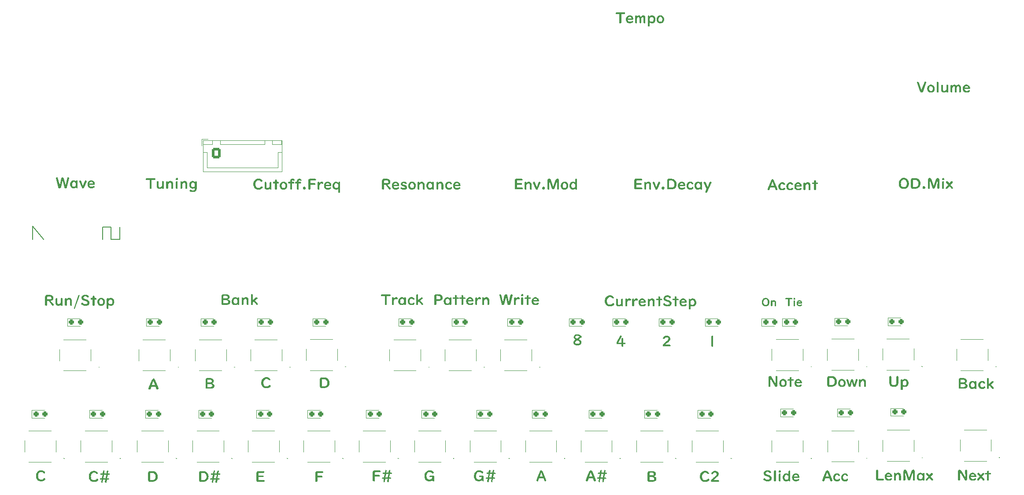
<source format=gto>
G04 #@! TF.GenerationSoftware,KiCad,Pcbnew,8.0.8*
G04 #@! TF.CreationDate,2025-03-23T17:18:30+09:00*
G04 #@! TF.ProjectId,panelBoard,70616e65-6c42-46f6-9172-642e6b696361,rev?*
G04 #@! TF.SameCoordinates,Original*
G04 #@! TF.FileFunction,Legend,Top*
G04 #@! TF.FilePolarity,Positive*
%FSLAX46Y46*%
G04 Gerber Fmt 4.6, Leading zero omitted, Abs format (unit mm)*
G04 Created by KiCad (PCBNEW 8.0.8) date 2025-03-23 17:18:30*
%MOMM*%
%LPD*%
G01*
G04 APERTURE LIST*
G04 Aperture macros list*
%AMRoundRect*
0 Rectangle with rounded corners*
0 $1 Rounding radius*
0 $2 $3 $4 $5 $6 $7 $8 $9 X,Y pos of 4 corners*
0 Add a 4 corners polygon primitive as box body*
4,1,4,$2,$3,$4,$5,$6,$7,$8,$9,$2,$3,0*
0 Add four circle primitives for the rounded corners*
1,1,$1+$1,$2,$3*
1,1,$1+$1,$4,$5*
1,1,$1+$1,$6,$7*
1,1,$1+$1,$8,$9*
0 Add four rect primitives between the rounded corners*
20,1,$1+$1,$2,$3,$4,$5,0*
20,1,$1+$1,$4,$5,$6,$7,0*
20,1,$1+$1,$6,$7,$8,$9,0*
20,1,$1+$1,$8,$9,$2,$3,0*%
G04 Aperture macros list end*
%ADD10C,0.200000*%
%ADD11C,0.100000*%
%ADD12C,0.120000*%
%ADD13C,1.575000*%
%ADD14RoundRect,0.237500X-0.287500X-0.237500X0.287500X-0.237500X0.287500X0.237500X-0.287500X0.237500X0*%
%ADD15RoundRect,0.250000X-0.600000X-0.725000X0.600000X-0.725000X0.600000X0.725000X-0.600000X0.725000X0*%
%ADD16O,1.700000X1.950000*%
G04 APERTURE END LIST*
D10*
X57404000Y-102616000D02*
X57404000Y-100203000D01*
X54102000Y-100203000D02*
X55753000Y-100203000D01*
X54102000Y-102616000D02*
X54102000Y-100203000D01*
X55753000Y-100203000D02*
X55753000Y-102616000D01*
X40640000Y-100076000D02*
X42799000Y-102616000D01*
X40640000Y-102616000D02*
X40640000Y-100076000D01*
X55753000Y-102616000D02*
X57404000Y-102616000D01*
G36*
X219604817Y-129275854D02*
G01*
X219707101Y-129285385D01*
X219815840Y-129304536D01*
X219913173Y-129332335D01*
X219987522Y-129363047D01*
X220084637Y-129419164D01*
X220161660Y-129486031D01*
X220226124Y-129577630D01*
X220263240Y-129683862D01*
X220273286Y-129786564D01*
X220263209Y-129896576D01*
X220232977Y-129992444D01*
X220170094Y-130088815D01*
X220095521Y-130153565D01*
X220000793Y-130204172D01*
X219885911Y-130240634D01*
X219860516Y-130246229D01*
X219978096Y-130272233D01*
X220079999Y-130308725D01*
X220166224Y-130355703D01*
X220251959Y-130429174D01*
X220313199Y-130519031D01*
X220349943Y-130625274D01*
X220362191Y-130747904D01*
X220351715Y-130858763D01*
X220320288Y-130958701D01*
X220267909Y-131047716D01*
X220194579Y-131125809D01*
X220100297Y-131192979D01*
X220064214Y-131212942D01*
X219971593Y-131253294D01*
X219868547Y-131283735D01*
X219771924Y-131301938D01*
X219667642Y-131312860D01*
X219555701Y-131316501D01*
X218978799Y-131316501D01*
X218868023Y-131302897D01*
X218774737Y-131254033D01*
X218716989Y-131169632D01*
X218695611Y-131066629D01*
X218694501Y-131032203D01*
X218694501Y-130931086D01*
X219071612Y-130931086D01*
X219143907Y-131000939D01*
X219517110Y-131000939D01*
X219619322Y-130996805D01*
X219716122Y-130982513D01*
X219808984Y-130951887D01*
X219815575Y-130948672D01*
X219896244Y-130883161D01*
X219939681Y-130789211D01*
X219947955Y-130710779D01*
X219931020Y-130608722D01*
X219873272Y-130518828D01*
X219785211Y-130457443D01*
X219774542Y-130452370D01*
X219681692Y-130420817D01*
X219581493Y-130404686D01*
X219488778Y-130400591D01*
X219071612Y-130400591D01*
X219071612Y-130931086D01*
X218694501Y-130931086D01*
X218694501Y-129622433D01*
X219071612Y-129622433D01*
X219071612Y-130101149D01*
X219483405Y-130101149D01*
X219586147Y-130093661D01*
X219684583Y-130068651D01*
X219732044Y-130047904D01*
X219816868Y-129986982D01*
X219869247Y-129901825D01*
X219881032Y-129825154D01*
X219860836Y-129725091D01*
X219800249Y-129648384D01*
X219737418Y-129610221D01*
X219643170Y-129580501D01*
X219545717Y-129568274D01*
X219491221Y-129566745D01*
X219130230Y-129566745D01*
X219071612Y-129622433D01*
X218694501Y-129622433D01*
X218694501Y-129555510D01*
X218708105Y-129445305D01*
X218756969Y-129352500D01*
X218841370Y-129295050D01*
X218944372Y-129273782D01*
X218978799Y-129272677D01*
X219494152Y-129272677D01*
X219604817Y-129275854D01*
G37*
G36*
X222029250Y-129854102D02*
G01*
X222082637Y-129914059D01*
X222096315Y-129978050D01*
X222096315Y-131199265D01*
X222075799Y-131280842D01*
X221993960Y-131341670D01*
X221939511Y-131348253D01*
X221844756Y-131321793D01*
X221790961Y-131234717D01*
X221786127Y-131210011D01*
X221770983Y-131115734D01*
X221713476Y-131198406D01*
X221629280Y-131273239D01*
X221542451Y-131318851D01*
X221442090Y-131347359D01*
X221328197Y-131358762D01*
X221307899Y-131359000D01*
X221202395Y-131352118D01*
X221104786Y-131331474D01*
X220998077Y-131288535D01*
X220902736Y-131225778D01*
X220831970Y-131158342D01*
X220769099Y-131077143D01*
X220716947Y-130985881D01*
X220677604Y-130886485D01*
X220651070Y-130778954D01*
X220638522Y-130680311D01*
X220635254Y-130593542D01*
X220635325Y-130592077D01*
X221004061Y-130592077D01*
X221010501Y-130691558D01*
X221032461Y-130790299D01*
X221070006Y-130877841D01*
X221126793Y-130957342D01*
X221205567Y-131019630D01*
X221300106Y-131053169D01*
X221371891Y-131059558D01*
X221469471Y-131043998D01*
X221559795Y-130997320D01*
X221599036Y-130965280D01*
X221664860Y-130891641D01*
X221716431Y-130797995D01*
X221744201Y-130692911D01*
X221749490Y-130616501D01*
X221749490Y-130507080D01*
X221736214Y-130407416D01*
X221696386Y-130316642D01*
X221637138Y-130241833D01*
X221555011Y-130176476D01*
X221464457Y-130138249D01*
X221374822Y-130127039D01*
X221273633Y-130141063D01*
X221177532Y-130188888D01*
X221103992Y-130261818D01*
X221097362Y-130270653D01*
X221048160Y-130356615D01*
X221017181Y-130455744D01*
X221004881Y-130556216D01*
X221004061Y-130592077D01*
X220635325Y-130592077D01*
X220640046Y-130494899D01*
X220657747Y-130386066D01*
X220688492Y-130283965D01*
X220732279Y-130188595D01*
X220771542Y-130124596D01*
X220831809Y-130047446D01*
X220909389Y-129974154D01*
X220997325Y-129915160D01*
X221061702Y-129883773D01*
X221155743Y-129851327D01*
X221253219Y-129833856D01*
X221320111Y-129830528D01*
X221428629Y-129837586D01*
X221526672Y-129858761D01*
X221627815Y-129901306D01*
X221714699Y-129963066D01*
X221777822Y-130031295D01*
X221786127Y-129942391D01*
X221832351Y-129855107D01*
X221932672Y-129830528D01*
X222029250Y-129854102D01*
G37*
G36*
X223188080Y-129822224D02*
G01*
X223294578Y-129828183D01*
X223392420Y-129846060D01*
X223495630Y-129881980D01*
X223587059Y-129934123D01*
X223656050Y-129991728D01*
X223716824Y-130068518D01*
X223744867Y-130162516D01*
X223744954Y-130168071D01*
X223711562Y-130261010D01*
X223690244Y-130282866D01*
X223601042Y-130323870D01*
X223577892Y-130325364D01*
X223484561Y-130292391D01*
X223459190Y-130266745D01*
X223382521Y-130191784D01*
X223288928Y-130141393D01*
X223185638Y-130124596D01*
X223080556Y-130139289D01*
X222989404Y-130183367D01*
X222912181Y-130256831D01*
X222898408Y-130275050D01*
X222850237Y-130360582D01*
X222819907Y-130458423D01*
X222807864Y-130557002D01*
X222807062Y-130592077D01*
X222815253Y-130695392D01*
X222843570Y-130798584D01*
X222892113Y-130889565D01*
X222910621Y-130914478D01*
X222987471Y-130989439D01*
X223074530Y-131036637D01*
X223171798Y-131056072D01*
X223192477Y-131056627D01*
X223289401Y-131040742D01*
X223380506Y-130993086D01*
X223457524Y-130923031D01*
X223482149Y-130893961D01*
X223568084Y-130842016D01*
X223587662Y-130840716D01*
X223680783Y-130871351D01*
X223700990Y-130887122D01*
X223755267Y-130968557D01*
X223762540Y-131021456D01*
X223735401Y-131116344D01*
X223699525Y-131166048D01*
X223616491Y-131243325D01*
X223532891Y-131294455D01*
X223437820Y-131331641D01*
X223331276Y-131354883D01*
X223233727Y-131363598D01*
X223192477Y-131364373D01*
X223088829Y-131358839D01*
X222991597Y-131342238D01*
X222883387Y-131307709D01*
X222784418Y-131257242D01*
X222694687Y-131190838D01*
X222640000Y-131137715D01*
X222572268Y-131052891D01*
X222518550Y-130959617D01*
X222478845Y-130857893D01*
X222453154Y-130747721D01*
X222442449Y-130649456D01*
X222440697Y-130587681D01*
X222446590Y-130483572D01*
X222464267Y-130384226D01*
X222493729Y-130289643D01*
X222534975Y-130199823D01*
X222595774Y-130103612D01*
X222667530Y-130021243D01*
X222750243Y-129952716D01*
X222843912Y-129898030D01*
X222948537Y-129857186D01*
X222985847Y-129846648D01*
X223085010Y-129828330D01*
X223188080Y-129822224D01*
G37*
G36*
X224448374Y-130813361D02*
G01*
X224448374Y-131196334D01*
X224413966Y-131291062D01*
X224403433Y-131301358D01*
X224314023Y-131344543D01*
X224272030Y-131348253D01*
X224175066Y-131327370D01*
X224113761Y-131264722D01*
X224098618Y-131196334D01*
X224098618Y-129390402D01*
X224132812Y-129298567D01*
X224220234Y-129247877D01*
X224272030Y-129242391D01*
X224371649Y-129264036D01*
X224429323Y-129319083D01*
X224448374Y-129390402D01*
X224448374Y-130410360D01*
X225055561Y-129894519D01*
X225142038Y-129847796D01*
X225182568Y-129842740D01*
X225276695Y-129875777D01*
X225291988Y-129889146D01*
X225345323Y-129975959D01*
X225351095Y-130019083D01*
X225317023Y-130112872D01*
X225290523Y-130138274D01*
X224860167Y-130482656D01*
X225361842Y-131033668D01*
X225408176Y-131123900D01*
X225412156Y-131163605D01*
X225384597Y-131260036D01*
X225348164Y-131297450D01*
X225259609Y-131339325D01*
X225216762Y-131343856D01*
X225122785Y-131314404D01*
X225081451Y-131275468D01*
X224605666Y-130686355D01*
X224448374Y-130813361D01*
G37*
G36*
X153869346Y-122765961D02*
G01*
X153081907Y-122765961D01*
X152981970Y-122745813D01*
X152931453Y-122708808D01*
X152888718Y-122620551D01*
X152885047Y-122578871D01*
X152903301Y-122481119D01*
X152936826Y-122402528D01*
X153564531Y-121168124D01*
X153634584Y-121095932D01*
X153703749Y-121081662D01*
X153801006Y-121106006D01*
X153817566Y-121115856D01*
X153881319Y-121192362D01*
X153889862Y-121243351D01*
X153863972Y-121338606D01*
X153287071Y-122447468D01*
X153869346Y-122447468D01*
X153869346Y-121669799D01*
X153905410Y-121576033D01*
X153910378Y-121571125D01*
X154001145Y-121528993D01*
X154038850Y-121526184D01*
X154138444Y-121548932D01*
X154191746Y-121606785D01*
X154205424Y-121669799D01*
X154205424Y-122447468D01*
X154480441Y-122447468D01*
X154576512Y-122482352D01*
X154613110Y-122577855D01*
X154614286Y-122606226D01*
X154593469Y-122702674D01*
X154540525Y-122752284D01*
X154480441Y-122765961D01*
X154205424Y-122765961D01*
X154205424Y-123071265D01*
X154172695Y-123164077D01*
X154088863Y-123214767D01*
X154038850Y-123220253D01*
X153939314Y-123195987D01*
X153888397Y-123143561D01*
X153869346Y-123071265D01*
X153869346Y-122765961D01*
G37*
G36*
X205743450Y-129014775D02*
G01*
X205743450Y-130104587D01*
X205750839Y-130231784D01*
X205773004Y-130342022D01*
X205809945Y-130435300D01*
X205876902Y-130528047D01*
X205966948Y-130594296D01*
X206080082Y-130634045D01*
X206187213Y-130646765D01*
X206216304Y-130647295D01*
X206327244Y-130638815D01*
X206423392Y-130613375D01*
X206522775Y-130557727D01*
X206599046Y-130475579D01*
X206652205Y-130366931D01*
X206678091Y-130260934D01*
X206689185Y-130137976D01*
X206689647Y-130104587D01*
X206689647Y-129014775D01*
X206724771Y-128921705D01*
X206738984Y-128908286D01*
X206830100Y-128865971D01*
X206881133Y-128861391D01*
X206981179Y-128880679D01*
X207032564Y-128916101D01*
X207072463Y-129007521D01*
X207072620Y-129014775D01*
X207072620Y-130154901D01*
X207068000Y-130269939D01*
X207054141Y-130375086D01*
X207031043Y-130470341D01*
X206992418Y-130568969D01*
X206941217Y-130654133D01*
X206872610Y-130732091D01*
X206794672Y-130800191D01*
X206700630Y-130863440D01*
X206599857Y-130913603D01*
X206492352Y-130950681D01*
X206378115Y-130974672D01*
X206277775Y-130984668D01*
X206215327Y-130986304D01*
X206098434Y-130980555D01*
X205988029Y-130963311D01*
X205884111Y-130934569D01*
X205786681Y-130894331D01*
X205695739Y-130842596D01*
X205611284Y-130779365D01*
X205579319Y-130750854D01*
X205506818Y-130672848D01*
X205449231Y-130586110D01*
X205406560Y-130490639D01*
X205389298Y-130433826D01*
X205370005Y-130329821D01*
X205361363Y-130231868D01*
X205359501Y-130154901D01*
X205359501Y-129014775D01*
X205394843Y-128919997D01*
X205441566Y-128886304D01*
X205537096Y-128861780D01*
X205551964Y-128861391D01*
X205651523Y-128882274D01*
X205680436Y-128898516D01*
X205739512Y-128979299D01*
X205743450Y-129014775D01*
G37*
G36*
X208454462Y-129456397D02*
G01*
X208551604Y-129477005D01*
X208657878Y-129519870D01*
X208752921Y-129582518D01*
X208836733Y-129664950D01*
X208886367Y-129730896D01*
X208938710Y-129822418D01*
X208978197Y-129922168D01*
X209004827Y-130030146D01*
X209017421Y-130129248D01*
X209020701Y-130216450D01*
X209015600Y-130318403D01*
X209000299Y-130415066D01*
X208969554Y-130521154D01*
X208924925Y-130620043D01*
X208875621Y-130699074D01*
X208810174Y-130779429D01*
X208737786Y-130846164D01*
X208641758Y-130908268D01*
X208535736Y-130950761D01*
X208439749Y-130971190D01*
X208336821Y-130978000D01*
X208236597Y-130971508D01*
X208131651Y-130947525D01*
X208039608Y-130905872D01*
X207960467Y-130846546D01*
X207911838Y-130793352D01*
X207911838Y-131426429D01*
X207879110Y-131518265D01*
X207793708Y-131569956D01*
X207734030Y-131576883D01*
X207638571Y-131556066D01*
X207581133Y-131503122D01*
X207559152Y-131426429D01*
X207559152Y-130192026D01*
X207908907Y-130192026D01*
X207908907Y-130299981D01*
X207922356Y-130402091D01*
X207962704Y-130494156D01*
X208022725Y-130569137D01*
X208103183Y-130633103D01*
X208201357Y-130672601D01*
X208282110Y-130681489D01*
X208384845Y-130667178D01*
X208473841Y-130624244D01*
X208549098Y-130552689D01*
X208562501Y-130534943D01*
X208610930Y-130449410D01*
X208641422Y-130351570D01*
X208653529Y-130252991D01*
X208654337Y-130217916D01*
X208647497Y-130114713D01*
X208623855Y-130012550D01*
X208583326Y-129923554D01*
X208567875Y-129899423D01*
X208495756Y-129820082D01*
X208408850Y-129770127D01*
X208307155Y-129749557D01*
X208285041Y-129748969D01*
X208184716Y-129764785D01*
X208093973Y-129812232D01*
X208019794Y-129882815D01*
X207961318Y-129970103D01*
X207924501Y-130065882D01*
X207909341Y-130170153D01*
X207908907Y-130192026D01*
X207559152Y-130192026D01*
X207559152Y-129609263D01*
X207587116Y-129513391D01*
X207588949Y-129511077D01*
X207674494Y-129462705D01*
X207706674Y-129460274D01*
X207801450Y-129489147D01*
X207852218Y-129575765D01*
X207855662Y-129591677D01*
X207877644Y-129709402D01*
X207932368Y-129625934D01*
X208003361Y-129557613D01*
X208026632Y-129540875D01*
X208117565Y-129492703D01*
X208217562Y-129462373D01*
X208315308Y-129450331D01*
X208349521Y-129449528D01*
X208454462Y-129456397D01*
G37*
G36*
X203208824Y-147054149D02*
G01*
X203208824Y-148571874D01*
X203267930Y-148630492D01*
X204163325Y-148630492D01*
X204233178Y-148648566D01*
X204294048Y-148727144D01*
X204304009Y-148797554D01*
X204283210Y-148894755D01*
X204250764Y-148936773D01*
X204163325Y-148969501D01*
X203110638Y-148969501D01*
X203011697Y-148959163D01*
X202911618Y-148913215D01*
X202847932Y-148830508D01*
X202822059Y-148727986D01*
X202819501Y-148675433D01*
X202819501Y-147054149D01*
X202853084Y-146957787D01*
X202905474Y-146918838D01*
X203001316Y-146894629D01*
X203011964Y-146894414D01*
X203110132Y-146913116D01*
X203147274Y-146933981D01*
X203203955Y-147013637D01*
X203208824Y-147054149D01*
G37*
G36*
X205307646Y-147483261D02*
G01*
X205412558Y-147507372D01*
X205509742Y-147547558D01*
X205599198Y-147603817D01*
X205680926Y-147676151D01*
X205706451Y-147703835D01*
X205773069Y-147790352D01*
X205823325Y-147881497D01*
X205857218Y-147977270D01*
X205874750Y-148077671D01*
X205877421Y-148137122D01*
X205864902Y-148236675D01*
X205837854Y-148286110D01*
X205746645Y-148328845D01*
X205695704Y-148332516D01*
X204824734Y-148332516D01*
X204839799Y-148429860D01*
X204879181Y-148522723D01*
X204942459Y-148600695D01*
X205022802Y-148659685D01*
X205115452Y-148696827D01*
X205220410Y-148712121D01*
X205242878Y-148712558D01*
X205342438Y-148703154D01*
X205445465Y-148670096D01*
X205538986Y-148613235D01*
X205596053Y-148562104D01*
X205685551Y-148519647D01*
X205688866Y-148519606D01*
X205783649Y-148555773D01*
X205799752Y-148570408D01*
X205844526Y-148659809D01*
X205846158Y-148683737D01*
X205813760Y-148780789D01*
X205770931Y-148830283D01*
X205692352Y-148893864D01*
X205603159Y-148944291D01*
X205503354Y-148981563D01*
X205392935Y-149005680D01*
X205292812Y-149015728D01*
X205229200Y-149017373D01*
X205120476Y-149011517D01*
X205018518Y-148993948D01*
X204923326Y-148964668D01*
X204820821Y-148915704D01*
X204727526Y-148850799D01*
X204650830Y-148778755D01*
X204587134Y-148698481D01*
X204536437Y-148609979D01*
X204498739Y-148513248D01*
X204474040Y-148408288D01*
X204462341Y-148295099D01*
X204461301Y-148247519D01*
X204466573Y-148143243D01*
X204480341Y-148057498D01*
X204830108Y-148057498D01*
X205473932Y-148057498D01*
X205516430Y-148023304D01*
X205489923Y-147925862D01*
X205454881Y-147874316D01*
X205381176Y-147808126D01*
X205289693Y-147769410D01*
X205191099Y-147758057D01*
X205093035Y-147771124D01*
X205001078Y-147810325D01*
X204922672Y-147870355D01*
X204862652Y-147954460D01*
X204831931Y-148047349D01*
X204830108Y-148057498D01*
X204480341Y-148057498D01*
X204482390Y-148044737D01*
X204514170Y-147937106D01*
X204560301Y-147837329D01*
X204611266Y-147758057D01*
X204680386Y-147676576D01*
X204757688Y-147608906D01*
X204843170Y-147555047D01*
X204936834Y-147514997D01*
X205038679Y-147488758D01*
X205148705Y-147476328D01*
X205195006Y-147475224D01*
X205307646Y-147483261D01*
G37*
G36*
X206545669Y-147737540D02*
G01*
X206613613Y-147659383D01*
X206691231Y-147595576D01*
X206730317Y-147570967D01*
X206825009Y-147524856D01*
X206922849Y-147495824D01*
X207023838Y-147483869D01*
X207044413Y-147483528D01*
X207147974Y-147491499D01*
X207254593Y-147520128D01*
X207348696Y-147569580D01*
X207430280Y-147639853D01*
X207439598Y-147650101D01*
X207497087Y-147732411D01*
X207538150Y-147832795D01*
X207560607Y-147935457D01*
X207569846Y-148034467D01*
X207571001Y-148087785D01*
X207571001Y-148849334D01*
X207538272Y-148942146D01*
X207451579Y-148994269D01*
X207391727Y-149001253D01*
X207295125Y-148980298D01*
X207237365Y-148927003D01*
X207215383Y-148849334D01*
X207215383Y-148127352D01*
X207208090Y-148029498D01*
X207179626Y-147930285D01*
X207177281Y-147925119D01*
X207120129Y-147845045D01*
X207033407Y-147800004D01*
X206976025Y-147793716D01*
X206876220Y-147811841D01*
X206788292Y-147859773D01*
X206711442Y-147928527D01*
X206694658Y-147947101D01*
X206633751Y-148030524D01*
X206596141Y-148123374D01*
X206587679Y-148194274D01*
X206587679Y-148849334D01*
X206554191Y-148942499D01*
X206549577Y-148947519D01*
X206461526Y-148996005D01*
X206410359Y-149001253D01*
X206312614Y-148980298D01*
X206254532Y-148927003D01*
X206232550Y-148849334D01*
X206232550Y-147639355D01*
X206258440Y-147547519D01*
X206343317Y-147494497D01*
X206376165Y-147491832D01*
X206471749Y-147521885D01*
X206523111Y-147612045D01*
X206526618Y-147628608D01*
X206545669Y-147737540D01*
G37*
G36*
X208407777Y-147315489D02*
G01*
X208424385Y-148849334D01*
X208404846Y-148923095D01*
X208329026Y-148986293D01*
X208241203Y-149001253D01*
X208142743Y-148980836D01*
X208097588Y-148948985D01*
X208058176Y-148856764D01*
X208058021Y-148849334D01*
X208058021Y-147194833D01*
X208071622Y-147096533D01*
X208117054Y-147008800D01*
X208154741Y-146969641D01*
X208239745Y-146918884D01*
X208335422Y-146897204D01*
X208376514Y-146895391D01*
X208474588Y-146906775D01*
X208567782Y-146947662D01*
X208640826Y-147018287D01*
X208688210Y-147104476D01*
X208698914Y-147133284D01*
X209152718Y-148477596D01*
X209607009Y-147133284D01*
X209649555Y-147040589D01*
X209717584Y-146962531D01*
X209806313Y-146914209D01*
X209915741Y-146895623D01*
X209930875Y-146895391D01*
X210029925Y-146906878D01*
X210126147Y-146950071D01*
X210174141Y-146992600D01*
X210227085Y-147077178D01*
X210247614Y-147179789D01*
X210247903Y-147194833D01*
X210247903Y-148849334D01*
X210214415Y-148942499D01*
X210209801Y-148947519D01*
X210119671Y-148996005D01*
X210066186Y-149001253D01*
X209967473Y-148980932D01*
X209917198Y-148943612D01*
X209881538Y-148849334D01*
X209898147Y-147315489D01*
X209396472Y-148763360D01*
X209350096Y-148852158D01*
X209341762Y-148863011D01*
X209263079Y-148927876D01*
X209168082Y-148953028D01*
X209154183Y-148953381D01*
X209053461Y-148934824D01*
X208968123Y-148871546D01*
X208918136Y-148786371D01*
X208909452Y-148763360D01*
X208407777Y-147315489D01*
G37*
G36*
X212008262Y-147507102D02*
G01*
X212061650Y-147567059D01*
X212075327Y-147631050D01*
X212075327Y-148852265D01*
X212054811Y-148933842D01*
X211972973Y-148994670D01*
X211918524Y-149001253D01*
X211823769Y-148974793D01*
X211769973Y-148887717D01*
X211765139Y-148863011D01*
X211749996Y-148768734D01*
X211692488Y-148851406D01*
X211608292Y-148926239D01*
X211521464Y-148971851D01*
X211421103Y-149000359D01*
X211307209Y-149011762D01*
X211286912Y-149012000D01*
X211181408Y-149005118D01*
X211083799Y-148984474D01*
X210977090Y-148941535D01*
X210881749Y-148878778D01*
X210810983Y-148811342D01*
X210748112Y-148730143D01*
X210695959Y-148638881D01*
X210656616Y-148539485D01*
X210630082Y-148431954D01*
X210617534Y-148333311D01*
X210614267Y-148246542D01*
X210614338Y-148245077D01*
X210983073Y-148245077D01*
X210989513Y-148344558D01*
X211011474Y-148443299D01*
X211049019Y-148530841D01*
X211105806Y-148610342D01*
X211184580Y-148672630D01*
X211279119Y-148706169D01*
X211350903Y-148712558D01*
X211448483Y-148696998D01*
X211538808Y-148650320D01*
X211578049Y-148618280D01*
X211643872Y-148544641D01*
X211695444Y-148450995D01*
X211723213Y-148345911D01*
X211728503Y-148269501D01*
X211728503Y-148160080D01*
X211715227Y-148060416D01*
X211675399Y-147969642D01*
X211616151Y-147894833D01*
X211534024Y-147829476D01*
X211443469Y-147791249D01*
X211353834Y-147780039D01*
X211252645Y-147794063D01*
X211156544Y-147841888D01*
X211083004Y-147914818D01*
X211076374Y-147923653D01*
X211027173Y-148009615D01*
X210996194Y-148108744D01*
X210983893Y-148209216D01*
X210983073Y-148245077D01*
X210614338Y-148245077D01*
X210619058Y-148147899D01*
X210636760Y-148039066D01*
X210667504Y-147936965D01*
X210711292Y-147841595D01*
X210750554Y-147777596D01*
X210810821Y-147700446D01*
X210888402Y-147627154D01*
X210976338Y-147568160D01*
X211040715Y-147536773D01*
X211134756Y-147504327D01*
X211232232Y-147486856D01*
X211299124Y-147483528D01*
X211407642Y-147490586D01*
X211505684Y-147511761D01*
X211606827Y-147554306D01*
X211693711Y-147616066D01*
X211756835Y-147684295D01*
X211765139Y-147595391D01*
X211811364Y-147508107D01*
X211911685Y-147483528D01*
X212008262Y-147507102D01*
G37*
G36*
X212833946Y-148221630D02*
G01*
X212444134Y-147769292D01*
X212402673Y-147680781D01*
X212401636Y-147663779D01*
X212435923Y-147571842D01*
X212457812Y-147548985D01*
X212545045Y-147500940D01*
X212587749Y-147495740D01*
X212680594Y-147527506D01*
X212724525Y-147569501D01*
X213058161Y-147970060D01*
X213391308Y-147569501D01*
X213471476Y-147506690D01*
X213532480Y-147494274D01*
X213626802Y-147525282D01*
X213651182Y-147545077D01*
X213706721Y-147626706D01*
X213712732Y-147666710D01*
X213677828Y-147760007D01*
X213670233Y-147769292D01*
X213282376Y-148221630D01*
X213701985Y-148709627D01*
X213751352Y-148795579D01*
X213756695Y-148834191D01*
X213723158Y-148927114D01*
X213705893Y-148946542D01*
X213619511Y-148996925D01*
X213580352Y-149001253D01*
X213483151Y-148973966D01*
X213435272Y-148931399D01*
X213058161Y-148480039D01*
X212679096Y-148931399D01*
X212599843Y-148989724D01*
X212534504Y-149001253D01*
X212438629Y-148971262D01*
X212419710Y-148955824D01*
X212365053Y-148874825D01*
X212359138Y-148834191D01*
X212389912Y-148741043D01*
X212413848Y-148709627D01*
X212833946Y-148221630D01*
G37*
G36*
X181649299Y-113845643D02*
G01*
X181730705Y-113858510D01*
X181808221Y-113879955D01*
X181881848Y-113909979D01*
X181951584Y-113948580D01*
X181973965Y-113963353D01*
X182037897Y-114013341D01*
X182095054Y-114070154D01*
X182145437Y-114133794D01*
X182189044Y-114204261D01*
X182225877Y-114281554D01*
X182236648Y-114308835D01*
X182261653Y-114387512D01*
X182277671Y-114459209D01*
X182288220Y-114533571D01*
X182293299Y-114610597D01*
X182293801Y-114644424D01*
X182291082Y-114724704D01*
X182282925Y-114801595D01*
X182269329Y-114875097D01*
X182244687Y-114962208D01*
X182211548Y-115044025D01*
X182169912Y-115120546D01*
X182119778Y-115191773D01*
X182066386Y-115251879D01*
X182008243Y-115303972D01*
X181945349Y-115348050D01*
X181877703Y-115384114D01*
X181805306Y-115412164D01*
X181728158Y-115432199D01*
X181646258Y-115444221D01*
X181559607Y-115448228D01*
X181468749Y-115443791D01*
X181383203Y-115430482D01*
X181302969Y-115408300D01*
X181228048Y-115377245D01*
X181158438Y-115337317D01*
X181094142Y-115288516D01*
X181035157Y-115230842D01*
X180981484Y-115164295D01*
X180937156Y-115095285D01*
X180900341Y-115021750D01*
X180871039Y-114943688D01*
X180849250Y-114861100D01*
X180834975Y-114773987D01*
X180828213Y-114682347D01*
X180827612Y-114644424D01*
X180827781Y-114640028D01*
X181134258Y-114640028D01*
X181137569Y-114720545D01*
X181147499Y-114795859D01*
X181167452Y-114877148D01*
X181196416Y-114951355D01*
X181228414Y-115009323D01*
X181276040Y-115072697D01*
X181330441Y-115122959D01*
X181402471Y-115165026D01*
X181483723Y-115189247D01*
X181560706Y-115195803D01*
X181634616Y-115189646D01*
X181713193Y-115166901D01*
X181783530Y-115127396D01*
X181845628Y-115071131D01*
X181884939Y-115020681D01*
X181924481Y-114951250D01*
X181954312Y-114874070D01*
X181972151Y-114801749D01*
X181982854Y-114723735D01*
X181986422Y-114640028D01*
X181983318Y-114560385D01*
X181974007Y-114486091D01*
X181954640Y-114403998D01*
X181926334Y-114329607D01*
X181889089Y-114262919D01*
X181859293Y-114222739D01*
X181804596Y-114167208D01*
X181743728Y-114125316D01*
X181666609Y-114094141D01*
X181592517Y-114081476D01*
X181558875Y-114080224D01*
X181480906Y-114087341D01*
X181409530Y-114108694D01*
X181344745Y-114144282D01*
X181286551Y-114194106D01*
X181256258Y-114228967D01*
X181214797Y-114290860D01*
X181181914Y-114359759D01*
X181157610Y-114435666D01*
X181141883Y-114518578D01*
X181135331Y-114593025D01*
X181134258Y-114640028D01*
X180827781Y-114640028D01*
X180830896Y-114559120D01*
X180840749Y-114477139D01*
X180857171Y-114398481D01*
X180880162Y-114323146D01*
X180909721Y-114251134D01*
X180921034Y-114227868D01*
X180965773Y-114149563D01*
X181017327Y-114079970D01*
X181075696Y-114019089D01*
X181140882Y-113966920D01*
X181212883Y-113923462D01*
X181291699Y-113888717D01*
X181325134Y-113877258D01*
X181396003Y-113858324D01*
X181470306Y-113846403D01*
X181548044Y-113841494D01*
X181564004Y-113841354D01*
X181649299Y-113845643D01*
G37*
G36*
X182809642Y-114486155D02*
G01*
X182860600Y-114427537D01*
X182918813Y-114379682D01*
X182948128Y-114361225D01*
X183019147Y-114326642D01*
X183092527Y-114304868D01*
X183168268Y-114295902D01*
X183183700Y-114295646D01*
X183261370Y-114301624D01*
X183341335Y-114323096D01*
X183411912Y-114360185D01*
X183473100Y-114412890D01*
X183480089Y-114420576D01*
X183523205Y-114482308D01*
X183554003Y-114557596D01*
X183570845Y-114634593D01*
X183577775Y-114708850D01*
X183578641Y-114748838D01*
X183578641Y-115320000D01*
X183554094Y-115389609D01*
X183489074Y-115428701D01*
X183444185Y-115433939D01*
X183371734Y-115418223D01*
X183328414Y-115378252D01*
X183311928Y-115320000D01*
X183311928Y-114778514D01*
X183306458Y-114705124D01*
X183285109Y-114630714D01*
X183283351Y-114626839D01*
X183240487Y-114566784D01*
X183175445Y-114533003D01*
X183132409Y-114528287D01*
X183057555Y-114541880D01*
X182991609Y-114577830D01*
X182933971Y-114629395D01*
X182921383Y-114643325D01*
X182875703Y-114705893D01*
X182847496Y-114775531D01*
X182841150Y-114828706D01*
X182841150Y-115320000D01*
X182816034Y-115389874D01*
X182812573Y-115393639D01*
X182746535Y-115430004D01*
X182708159Y-115433939D01*
X182634850Y-115418223D01*
X182591289Y-115378252D01*
X182574803Y-115320000D01*
X182574803Y-114412516D01*
X182594220Y-114343639D01*
X182657878Y-114303872D01*
X182682514Y-114301874D01*
X182754202Y-114324414D01*
X182792724Y-114392034D01*
X182795354Y-114404456D01*
X182809642Y-114486155D01*
G37*
G36*
X145471409Y-120844347D02*
G01*
X145587043Y-120861520D01*
X145697490Y-120891573D01*
X145802751Y-120934507D01*
X145902826Y-120990320D01*
X145950919Y-121023057D01*
X146028223Y-121086162D01*
X146100443Y-121161061D01*
X146146313Y-121221382D01*
X146189820Y-121313095D01*
X146195650Y-121359623D01*
X146166829Y-121448528D01*
X146084533Y-121506250D01*
X146031519Y-121513985D01*
X145992928Y-121510077D01*
X145916022Y-121576872D01*
X145838321Y-121640909D01*
X145759825Y-121702188D01*
X145680534Y-121760708D01*
X145634868Y-121792910D01*
X145728939Y-121835452D01*
X145823453Y-121885675D01*
X145913214Y-121944219D01*
X145978274Y-121998074D01*
X146046415Y-122072256D01*
X146103796Y-122164419D01*
X146139319Y-122264460D01*
X146152981Y-122372377D01*
X146153152Y-122386420D01*
X146143334Y-122497628D01*
X146113882Y-122599158D01*
X146064795Y-122691011D01*
X145996073Y-122773186D01*
X145947988Y-122815799D01*
X145862716Y-122873404D01*
X145767004Y-122919091D01*
X145660850Y-122952860D01*
X145564412Y-122971896D01*
X145460723Y-122982655D01*
X145372551Y-122985304D01*
X145274041Y-122981929D01*
X145163353Y-122968969D01*
X145060874Y-122946288D01*
X144966604Y-122913888D01*
X144866997Y-122863802D01*
X144840591Y-122847062D01*
X144760242Y-122783063D01*
X144687513Y-122697111D01*
X144637411Y-122599003D01*
X144609936Y-122488741D01*
X144605079Y-122416218D01*
X144951477Y-122416218D01*
X144970848Y-122517724D01*
X145028963Y-122596561D01*
X145089230Y-122636525D01*
X145183461Y-122670050D01*
X145280197Y-122685068D01*
X145360339Y-122688304D01*
X145464105Y-122682586D01*
X145564989Y-122662817D01*
X145658440Y-122624763D01*
X145673459Y-122616009D01*
X145750853Y-122548758D01*
X145794388Y-122458074D01*
X145800465Y-122401563D01*
X145776903Y-122299395D01*
X145719201Y-122213162D01*
X145677367Y-122170510D01*
X145594694Y-122106397D01*
X145506614Y-122056327D01*
X145406226Y-122014081D01*
X145395510Y-122010286D01*
X145354478Y-121996609D01*
X145256567Y-122045335D01*
X145170441Y-122099679D01*
X145087635Y-122167531D01*
X145033542Y-122225220D01*
X144977443Y-122310104D01*
X144951797Y-122404595D01*
X144951477Y-122416218D01*
X144605079Y-122416218D01*
X144604163Y-122402540D01*
X144615524Y-122297345D01*
X144649604Y-122196632D01*
X144698972Y-122110872D01*
X144747778Y-122048877D01*
X144819859Y-121978437D01*
X144904819Y-121916108D01*
X144992295Y-121866945D01*
X145023773Y-121852017D01*
X144935387Y-121806840D01*
X144841478Y-121744551D01*
X144765982Y-121675798D01*
X144699693Y-121584762D01*
X144659920Y-121484418D01*
X144646662Y-121374766D01*
X144648658Y-121356692D01*
X144993487Y-121356692D01*
X145019337Y-121458092D01*
X145085717Y-121539013D01*
X145177310Y-121602706D01*
X145280710Y-121652016D01*
X145320284Y-121667369D01*
X145402656Y-121612739D01*
X145495300Y-121546427D01*
X145581178Y-121479291D01*
X145660290Y-121411330D01*
X145732636Y-121342545D01*
X145766271Y-121307844D01*
X145694343Y-121235896D01*
X145601378Y-121175309D01*
X145496934Y-121137802D01*
X145396129Y-121123918D01*
X145365713Y-121123196D01*
X145260980Y-121130758D01*
X145162920Y-121156254D01*
X145100465Y-121187188D01*
X145027335Y-121252090D01*
X144993904Y-121343895D01*
X144993487Y-121356692D01*
X144648658Y-121356692D01*
X144657683Y-121274963D01*
X144690748Y-121182181D01*
X144745855Y-121096421D01*
X144823005Y-121017683D01*
X144905975Y-120957256D01*
X144998081Y-120909331D01*
X145099324Y-120873908D01*
X145209703Y-120850988D01*
X145308664Y-120841437D01*
X145371086Y-120839875D01*
X145471409Y-120844347D01*
G37*
G36*
X208247733Y-90749524D02*
G01*
X208356274Y-90766680D01*
X208459629Y-90795274D01*
X208557797Y-90835305D01*
X208650779Y-90886773D01*
X208680621Y-90906471D01*
X208765863Y-90973121D01*
X208842073Y-91048872D01*
X208909249Y-91133726D01*
X208967392Y-91227681D01*
X209016502Y-91330738D01*
X209030865Y-91367113D01*
X209064204Y-91472016D01*
X209085562Y-91567612D01*
X209099627Y-91666761D01*
X209106399Y-91769463D01*
X209107069Y-91814566D01*
X209103443Y-91921606D01*
X209092567Y-92024127D01*
X209074439Y-92122129D01*
X209041583Y-92238278D01*
X208997398Y-92347367D01*
X208941883Y-92449395D01*
X208875038Y-92544364D01*
X208803849Y-92624506D01*
X208726325Y-92693963D01*
X208642465Y-92752733D01*
X208552271Y-92800819D01*
X208455742Y-92838218D01*
X208352877Y-92864933D01*
X208243678Y-92880961D01*
X208128143Y-92886304D01*
X208006999Y-92880389D01*
X207892937Y-92862643D01*
X207785959Y-92833066D01*
X207686064Y-92791660D01*
X207593251Y-92738422D01*
X207507522Y-92673355D01*
X207428876Y-92596456D01*
X207357313Y-92507727D01*
X207298208Y-92415714D01*
X207249121Y-92317666D01*
X207210052Y-92213584D01*
X207181000Y-92103467D01*
X207161966Y-91987316D01*
X207152950Y-91865130D01*
X207152149Y-91814566D01*
X207152375Y-91808704D01*
X207561011Y-91808704D01*
X207565425Y-91916060D01*
X207578666Y-92016479D01*
X207605269Y-92124864D01*
X207643888Y-92223806D01*
X207686552Y-92301098D01*
X207750053Y-92385596D01*
X207822588Y-92452612D01*
X207918628Y-92508702D01*
X208026964Y-92540996D01*
X208129609Y-92549737D01*
X208228155Y-92541528D01*
X208332924Y-92511201D01*
X208426707Y-92458528D01*
X208509504Y-92383508D01*
X208561919Y-92316241D01*
X208614642Y-92223667D01*
X208654416Y-92120761D01*
X208678201Y-92024333D01*
X208692472Y-91920314D01*
X208697229Y-91808704D01*
X208693091Y-91702514D01*
X208680676Y-91603454D01*
X208654853Y-91493997D01*
X208617112Y-91394810D01*
X208567452Y-91305892D01*
X208527725Y-91252319D01*
X208454795Y-91178278D01*
X208373638Y-91122422D01*
X208270812Y-91080855D01*
X208172023Y-91063968D01*
X208127166Y-91062298D01*
X208023209Y-91071788D01*
X207928040Y-91100259D01*
X207841660Y-91147710D01*
X207764069Y-91214141D01*
X207723677Y-91260623D01*
X207668396Y-91343147D01*
X207624553Y-91435013D01*
X207592147Y-91536221D01*
X207571178Y-91646771D01*
X207562441Y-91746033D01*
X207561011Y-91808704D01*
X207152375Y-91808704D01*
X207156528Y-91700827D01*
X207169666Y-91591519D01*
X207191562Y-91486641D01*
X207222216Y-91386195D01*
X207261629Y-91290179D01*
X207276713Y-91259158D01*
X207336364Y-91154751D01*
X207405102Y-91061960D01*
X207482929Y-90980785D01*
X207569842Y-90911226D01*
X207665844Y-90853283D01*
X207770932Y-90806956D01*
X207815512Y-90791677D01*
X207910004Y-90766432D01*
X208009075Y-90750537D01*
X208112725Y-90743992D01*
X208134005Y-90743806D01*
X208247733Y-90749524D01*
G37*
G36*
X210368255Y-90795744D02*
G01*
X210479194Y-90807944D01*
X210584410Y-90828278D01*
X210683900Y-90856745D01*
X210777667Y-90893346D01*
X210865709Y-90938080D01*
X210899323Y-90958251D01*
X210983095Y-91017072D01*
X211058311Y-91084541D01*
X211124973Y-91160660D01*
X211183079Y-91245427D01*
X211212442Y-91297748D01*
X211258313Y-91399238D01*
X211292918Y-91506666D01*
X211313612Y-91603472D01*
X211326028Y-91704640D01*
X211330167Y-91810170D01*
X211325122Y-91928136D01*
X211309988Y-92040235D01*
X211284765Y-92146466D01*
X211249452Y-92246830D01*
X211204050Y-92341326D01*
X211148559Y-92429955D01*
X211123538Y-92463764D01*
X211046906Y-92550890D01*
X210960628Y-92626399D01*
X210864701Y-92690291D01*
X210759127Y-92742567D01*
X210643906Y-92783226D01*
X210519036Y-92812268D01*
X210419053Y-92826426D01*
X210313644Y-92834049D01*
X210240355Y-92835501D01*
X209826120Y-92835501D01*
X209716554Y-92824304D01*
X209617378Y-92782938D01*
X209549057Y-92711090D01*
X209511590Y-92608762D01*
X209503719Y-92517009D01*
X209503719Y-91183931D01*
X209887669Y-91183931D01*
X209887669Y-92440316D01*
X209954591Y-92504796D01*
X210187110Y-92504796D01*
X210288462Y-92501482D01*
X210395722Y-92489237D01*
X210491155Y-92467969D01*
X210585738Y-92432615D01*
X210627236Y-92410519D01*
X210711953Y-92349014D01*
X210782311Y-92275632D01*
X210838311Y-92190371D01*
X210879951Y-92093232D01*
X210907233Y-91984215D01*
X210920156Y-91863319D01*
X210921304Y-91811635D01*
X210916209Y-91709571D01*
X210897906Y-91600997D01*
X210866292Y-91501033D01*
X210821366Y-91409679D01*
X210814815Y-91398865D01*
X210754080Y-91316492D01*
X210683435Y-91248892D01*
X210590561Y-91189724D01*
X210498678Y-91153780D01*
X210456266Y-91142898D01*
X210352482Y-91127204D01*
X210250724Y-91120747D01*
X210195415Y-91119939D01*
X209954591Y-91119939D01*
X209887669Y-91183931D01*
X209503719Y-91183931D01*
X209503719Y-91110170D01*
X209515053Y-91001932D01*
X209556928Y-90903958D01*
X209629657Y-90836465D01*
X209733240Y-90799453D01*
X209826120Y-90791677D01*
X210251591Y-90791677D01*
X210368255Y-90795744D01*
G37*
G36*
X211991577Y-92310379D02*
G01*
X212090459Y-92329774D01*
X212133726Y-92351412D01*
X212208538Y-92415645D01*
X212254734Y-92505073D01*
X212265129Y-92585397D01*
X212246688Y-92685170D01*
X212191367Y-92771510D01*
X212112988Y-92831282D01*
X212011580Y-92858180D01*
X211989134Y-92858949D01*
X211890903Y-92840527D01*
X211854801Y-92823289D01*
X211776373Y-92759302D01*
X211727944Y-92667642D01*
X211717048Y-92583931D01*
X211734813Y-92482685D01*
X211788107Y-92398642D01*
X211809860Y-92377790D01*
X211894368Y-92327232D01*
X211991577Y-92310379D01*
G37*
G36*
X213116559Y-91181489D02*
G01*
X213133168Y-92715334D01*
X213113628Y-92789095D01*
X213037808Y-92852293D01*
X212949986Y-92867253D01*
X212851525Y-92846836D01*
X212806371Y-92814985D01*
X212766958Y-92722764D01*
X212766803Y-92715334D01*
X212766803Y-91060833D01*
X212780405Y-90962533D01*
X212825837Y-90874800D01*
X212863524Y-90835641D01*
X212948528Y-90784884D01*
X213044204Y-90763204D01*
X213085296Y-90761391D01*
X213183370Y-90772775D01*
X213276564Y-90813662D01*
X213349608Y-90884287D01*
X213396992Y-90970476D01*
X213407697Y-90999284D01*
X213861500Y-92343596D01*
X214315792Y-90999284D01*
X214358337Y-90906589D01*
X214426366Y-90828531D01*
X214515095Y-90780209D01*
X214624524Y-90761623D01*
X214639658Y-90761391D01*
X214738708Y-90772878D01*
X214834930Y-90816071D01*
X214882923Y-90858600D01*
X214935867Y-90943178D01*
X214956397Y-91045789D01*
X214956685Y-91060833D01*
X214956685Y-92715334D01*
X214923197Y-92808499D01*
X214918583Y-92813519D01*
X214828453Y-92862005D01*
X214774968Y-92867253D01*
X214676255Y-92846932D01*
X214625980Y-92809612D01*
X214590321Y-92715334D01*
X214606929Y-91181489D01*
X214105254Y-92629360D01*
X214058879Y-92718158D01*
X214050544Y-92729011D01*
X213971861Y-92793876D01*
X213876864Y-92819028D01*
X213862965Y-92819381D01*
X213762244Y-92800824D01*
X213676905Y-92737546D01*
X213626918Y-92652371D01*
X213618234Y-92629360D01*
X213116559Y-91181489D01*
G37*
G36*
X215849148Y-91512193D02*
G01*
X215849148Y-92712403D01*
X215814954Y-92806681D01*
X215728691Y-92860095D01*
X215668897Y-92867253D01*
X215571638Y-92846022D01*
X215513070Y-92792026D01*
X215491088Y-92712403D01*
X215491088Y-91512193D01*
X215524567Y-91418055D01*
X215561919Y-91387630D01*
X215655364Y-91358298D01*
X215669874Y-91357832D01*
X215765312Y-91380089D01*
X215792972Y-91397399D01*
X215846460Y-91482324D01*
X215849148Y-91512193D01*
G37*
G36*
X215671339Y-90743806D02*
G01*
X215768905Y-90768149D01*
X215786133Y-90778000D01*
X215859931Y-90846107D01*
X215893140Y-90945018D01*
X215894089Y-90968020D01*
X215872907Y-91063760D01*
X215834005Y-91119939D01*
X215749547Y-91178397D01*
X215668897Y-91192235D01*
X215571491Y-91169769D01*
X215561919Y-91164880D01*
X215486645Y-91100571D01*
X215448497Y-91006430D01*
X215445659Y-90966555D01*
X215467717Y-90867139D01*
X215523817Y-90797050D01*
X215611439Y-90751293D01*
X215671339Y-90743806D01*
G37*
G36*
X216655638Y-92087630D02*
G01*
X216265826Y-91635292D01*
X216224366Y-91546781D01*
X216223328Y-91529779D01*
X216257615Y-91437842D01*
X216279504Y-91414985D01*
X216366737Y-91366940D01*
X216409441Y-91361740D01*
X216502286Y-91393506D01*
X216546217Y-91435501D01*
X216879853Y-91836060D01*
X217213000Y-91435501D01*
X217293169Y-91372690D01*
X217354173Y-91360274D01*
X217448495Y-91391282D01*
X217472875Y-91411077D01*
X217528413Y-91492706D01*
X217534424Y-91532710D01*
X217499520Y-91626007D01*
X217491926Y-91635292D01*
X217104068Y-92087630D01*
X217523677Y-92575627D01*
X217573045Y-92661579D01*
X217578387Y-92700191D01*
X217544850Y-92793114D01*
X217527585Y-92812542D01*
X217441204Y-92862925D01*
X217402044Y-92867253D01*
X217304843Y-92839966D01*
X217256964Y-92797399D01*
X216879853Y-92346039D01*
X216500788Y-92797399D01*
X216421535Y-92855724D01*
X216356196Y-92867253D01*
X216260321Y-92837262D01*
X216241402Y-92821824D01*
X216186745Y-92740825D01*
X216180830Y-92700191D01*
X216211605Y-92607043D01*
X216235540Y-92575627D01*
X216655638Y-92087630D01*
G37*
G36*
X42275913Y-147004806D02*
G01*
X42395241Y-147010148D01*
X42507152Y-147026177D01*
X42611644Y-147052891D01*
X42708719Y-147090290D01*
X42798376Y-147138376D01*
X42880614Y-147197147D01*
X42911433Y-147223647D01*
X42982273Y-147297034D01*
X43035140Y-147387303D01*
X43045766Y-147446397D01*
X43015653Y-147540623D01*
X42996429Y-147564122D01*
X42912738Y-147617855D01*
X42854280Y-147626648D01*
X42759794Y-147596980D01*
X42743394Y-147581707D01*
X42709200Y-147539209D01*
X42634698Y-147457744D01*
X42549677Y-147396289D01*
X42454137Y-147354842D01*
X42348079Y-147333404D01*
X42282752Y-147330137D01*
X42180445Y-147339113D01*
X42085526Y-147366041D01*
X41997995Y-147410920D01*
X41917853Y-147473752D01*
X41843481Y-147556974D01*
X41784496Y-147653866D01*
X41747097Y-147745051D01*
X41720383Y-147845730D01*
X41704354Y-147955901D01*
X41699011Y-148075566D01*
X41703579Y-148179986D01*
X41717284Y-148278188D01*
X41744819Y-148384901D01*
X41784790Y-148483152D01*
X41828949Y-148560632D01*
X41894602Y-148644799D01*
X41969564Y-148711552D01*
X42068783Y-148767421D01*
X42163912Y-148796444D01*
X42268349Y-148808053D01*
X42286660Y-148808295D01*
X42392379Y-148799262D01*
X42491915Y-148772162D01*
X42585269Y-148726996D01*
X42672441Y-148663764D01*
X42753431Y-148582465D01*
X42779053Y-148551351D01*
X42862670Y-148496920D01*
X42904594Y-148492244D01*
X43003455Y-148517411D01*
X43041370Y-148545489D01*
X43094785Y-148628026D01*
X43101942Y-148679823D01*
X43076749Y-148775822D01*
X43022319Y-148851770D01*
X42934456Y-148936065D01*
X42836647Y-149006072D01*
X42728891Y-149061793D01*
X42635526Y-149096082D01*
X42535795Y-149121227D01*
X42429698Y-149137229D01*
X42317235Y-149144087D01*
X42288125Y-149144373D01*
X42172919Y-149139267D01*
X42063727Y-149123948D01*
X41960550Y-149098417D01*
X41863387Y-149062674D01*
X41772238Y-149016718D01*
X41687105Y-148960550D01*
X41607985Y-148894169D01*
X41534880Y-148817576D01*
X41464377Y-148724523D01*
X41405823Y-148623050D01*
X41359219Y-148513157D01*
X41330539Y-148419181D01*
X41309507Y-148319816D01*
X41296124Y-148215063D01*
X41290388Y-148104921D01*
X41290149Y-148076543D01*
X41294675Y-147955864D01*
X41308253Y-147841246D01*
X41330884Y-147732687D01*
X41362567Y-147630189D01*
X41403302Y-147533752D01*
X41453089Y-147443374D01*
X41511929Y-147359057D01*
X41579821Y-147280800D01*
X41666754Y-147201290D01*
X41761772Y-147135256D01*
X41864877Y-147082698D01*
X41976067Y-147043617D01*
X42095343Y-147018012D01*
X42196585Y-147007231D01*
X42275913Y-147004806D01*
G37*
G36*
X63979605Y-129374490D02*
G01*
X64064243Y-129426422D01*
X64132035Y-129512975D01*
X64162418Y-129576020D01*
X64819919Y-131213913D01*
X64839459Y-131311122D01*
X64803013Y-131405651D01*
X64746158Y-131446432D01*
X64649293Y-131474802D01*
X64635272Y-131475253D01*
X64535588Y-131448793D01*
X64465637Y-131369412D01*
X64451113Y-131337011D01*
X64285516Y-130911540D01*
X63473164Y-130911540D01*
X63308056Y-131337011D01*
X63256719Y-131421252D01*
X63168002Y-131470393D01*
X63120478Y-131475253D01*
X63022103Y-131452069D01*
X63015453Y-131448875D01*
X62939604Y-131385328D01*
X62918244Y-131308191D01*
X62938761Y-131213913D01*
X63191722Y-130583766D01*
X63588447Y-130583766D01*
X64167791Y-130583766D01*
X63879584Y-129744060D01*
X63588447Y-130583766D01*
X63191722Y-130583766D01*
X63596263Y-129576020D01*
X63646668Y-129480277D01*
X63719359Y-129405264D01*
X63808973Y-129364872D01*
X63878119Y-129357179D01*
X63979605Y-129374490D01*
G37*
G36*
X43998661Y-113274095D02*
G01*
X44098135Y-113284347D01*
X44204160Y-113304947D01*
X44299385Y-113334850D01*
X44372412Y-113367886D01*
X44458378Y-113424092D01*
X44531628Y-113495258D01*
X44550221Y-113518339D01*
X44603823Y-113602162D01*
X44639883Y-113693713D01*
X44658400Y-113792992D01*
X44661107Y-113851487D01*
X44653223Y-113960907D01*
X44629569Y-114058605D01*
X44577827Y-114164240D01*
X44501447Y-114251556D01*
X44400427Y-114320555D01*
X44301871Y-114362565D01*
X44187546Y-114392851D01*
X44156501Y-114398591D01*
X44703605Y-115062931D01*
X44739920Y-115154900D01*
X44740242Y-115165513D01*
X44710449Y-115262332D01*
X44655734Y-115309128D01*
X44561617Y-115341967D01*
X44522866Y-115344787D01*
X44427224Y-115323428D01*
X44350045Y-115259350D01*
X44341149Y-115247579D01*
X43771086Y-114446462D01*
X43434519Y-114446462D01*
X43434519Y-115188960D01*
X43402525Y-115282031D01*
X43389579Y-115295450D01*
X43301332Y-115340250D01*
X43243521Y-115346253D01*
X43142527Y-115326347D01*
X43074994Y-115266630D01*
X43053501Y-115188960D01*
X43053501Y-113639972D01*
X43434519Y-113639972D01*
X43434519Y-114138716D01*
X43829704Y-114138716D01*
X43928165Y-114134320D01*
X44032779Y-114116460D01*
X44131239Y-114076892D01*
X44208777Y-114005726D01*
X44246110Y-113907632D01*
X44249802Y-113857348D01*
X44230354Y-113750759D01*
X44172011Y-113670350D01*
X44074771Y-113616120D01*
X43960466Y-113590475D01*
X43843382Y-113583796D01*
X43490695Y-113583796D01*
X43434519Y-113639972D01*
X43053501Y-113639972D01*
X43053501Y-113609686D01*
X43061777Y-113512022D01*
X43093559Y-113416676D01*
X43160765Y-113335566D01*
X43260415Y-113286899D01*
X43371653Y-113271008D01*
X43392510Y-113270677D01*
X43891254Y-113270677D01*
X43998661Y-113274095D01*
G37*
G36*
X46084066Y-115093217D02*
G01*
X46012344Y-115182862D01*
X45929804Y-115253960D01*
X45836444Y-115306510D01*
X45732265Y-115340513D01*
X45617266Y-115355969D01*
X45576529Y-115357000D01*
X45467876Y-115347977D01*
X45370163Y-115320909D01*
X45283389Y-115275795D01*
X45207555Y-115212637D01*
X45169132Y-115168444D01*
X45114349Y-115076674D01*
X45080705Y-114978038D01*
X45062886Y-114878558D01*
X45055914Y-114766783D01*
X45055803Y-114749812D01*
X45055803Y-113991193D01*
X45088532Y-113898381D01*
X45174795Y-113846259D01*
X45234589Y-113839274D01*
X45331572Y-113860092D01*
X45389439Y-113913036D01*
X45410933Y-113991193D01*
X45410933Y-114715618D01*
X45418038Y-114813244D01*
X45445773Y-114910422D01*
X45448057Y-114915408D01*
X45504455Y-114995482D01*
X45598902Y-115042191D01*
X45648825Y-115046811D01*
X45754077Y-115028225D01*
X45844753Y-114979071D01*
X45922282Y-114908566D01*
X45938986Y-114889519D01*
X45995720Y-114807633D01*
X46032408Y-114711008D01*
X46038637Y-114651626D01*
X46038637Y-113991193D01*
X46072554Y-113897599D01*
X46077227Y-113892519D01*
X46165341Y-113844474D01*
X46217911Y-113839274D01*
X46314513Y-113860092D01*
X46372272Y-113913036D01*
X46394254Y-113991193D01*
X46394254Y-115199707D01*
X46368364Y-115292519D01*
X46282426Y-115346007D01*
X46249174Y-115348695D01*
X46151722Y-115318642D01*
X46103000Y-115228482D01*
X46100186Y-115211919D01*
X46084066Y-115093217D01*
G37*
G36*
X47172412Y-114082540D02*
G01*
X47240355Y-114004383D01*
X47317973Y-113940576D01*
X47357060Y-113915967D01*
X47451751Y-113869856D01*
X47549592Y-113840824D01*
X47650580Y-113828869D01*
X47671156Y-113828528D01*
X47774716Y-113836499D01*
X47881336Y-113865128D01*
X47975438Y-113914580D01*
X48057023Y-113984853D01*
X48066341Y-113995101D01*
X48123829Y-114077411D01*
X48164893Y-114177795D01*
X48187349Y-114280457D01*
X48196588Y-114379467D01*
X48197743Y-114432785D01*
X48197743Y-115194334D01*
X48165015Y-115287146D01*
X48078321Y-115339269D01*
X48018469Y-115346253D01*
X47921867Y-115325298D01*
X47864108Y-115272003D01*
X47842126Y-115194334D01*
X47842126Y-114472352D01*
X47834833Y-114374498D01*
X47806368Y-114275285D01*
X47804024Y-114270119D01*
X47746871Y-114190045D01*
X47660150Y-114145004D01*
X47602768Y-114138716D01*
X47502962Y-114156841D01*
X47415035Y-114204773D01*
X47338184Y-114273527D01*
X47321400Y-114292101D01*
X47260493Y-114375524D01*
X47222884Y-114468374D01*
X47214422Y-114539274D01*
X47214422Y-115194334D01*
X47180934Y-115287499D01*
X47176320Y-115292519D01*
X47088268Y-115341005D01*
X47037101Y-115346253D01*
X46939356Y-115325298D01*
X46881274Y-115272003D01*
X46859293Y-115194334D01*
X46859293Y-113984355D01*
X46885182Y-113892519D01*
X46970059Y-113839497D01*
X47002907Y-113836832D01*
X47098491Y-113866885D01*
X47149854Y-113957045D01*
X47153361Y-113973608D01*
X47172412Y-114082540D01*
G37*
G36*
X49675901Y-113371794D02*
G01*
X48782949Y-115886030D01*
X48714268Y-115959052D01*
X48685741Y-115962722D01*
X48632496Y-115949044D01*
X48575399Y-115868996D01*
X48575343Y-115865513D01*
X48584624Y-115819107D01*
X49477576Y-113304871D01*
X49546257Y-113231849D01*
X49574785Y-113228179D01*
X49628030Y-113241856D01*
X49685127Y-113323457D01*
X49685182Y-113326853D01*
X49675901Y-113371794D01*
G37*
G36*
X50786229Y-113222806D02*
G01*
X50885354Y-113227082D01*
X50995963Y-113242880D01*
X51101150Y-113270318D01*
X51200913Y-113309398D01*
X51268853Y-113344438D01*
X51357330Y-113403515D01*
X51432377Y-113480022D01*
X51470296Y-113575735D01*
X51471086Y-113592101D01*
X51438838Y-113687827D01*
X51422237Y-113706895D01*
X51334606Y-113757585D01*
X51287904Y-113763071D01*
X51194759Y-113732987D01*
X51144289Y-113693217D01*
X51061918Y-113626753D01*
X50974540Y-113579278D01*
X50870255Y-113548568D01*
X50784764Y-113541298D01*
X50682995Y-113547763D01*
X50580882Y-113572073D01*
X50527820Y-113596009D01*
X50450349Y-113662366D01*
X50415488Y-113758365D01*
X50414491Y-113780656D01*
X50440137Y-113879697D01*
X50510762Y-113956354D01*
X50517073Y-113960907D01*
X50604337Y-114006405D01*
X50695562Y-114041698D01*
X50797072Y-114075836D01*
X50881972Y-114102080D01*
X50993248Y-114136555D01*
X51092908Y-114170983D01*
X51197168Y-114212233D01*
X51297663Y-114260272D01*
X51384636Y-114315059D01*
X51393417Y-114321898D01*
X51472788Y-114398147D01*
X51532664Y-114483278D01*
X51573045Y-114577291D01*
X51593933Y-114680187D01*
X51597115Y-114742973D01*
X51588649Y-114851194D01*
X51563250Y-114950175D01*
X51520917Y-115039917D01*
X51461652Y-115120420D01*
X51385454Y-115191683D01*
X51356292Y-115213385D01*
X51270208Y-115265013D01*
X51174987Y-115305960D01*
X51070631Y-115336226D01*
X50957138Y-115355809D01*
X50855582Y-115363969D01*
X50791602Y-115365304D01*
X50691057Y-115361428D01*
X50575378Y-115346544D01*
X50465125Y-115320498D01*
X50360299Y-115283289D01*
X50260900Y-115234918D01*
X50213235Y-115206546D01*
X50132887Y-115150418D01*
X50051615Y-115076488D01*
X49995510Y-114994559D01*
X49976808Y-114913943D01*
X50006354Y-114820711D01*
X50015399Y-114808919D01*
X50097695Y-114749904D01*
X50150709Y-114741996D01*
X50246185Y-114770046D01*
X50258665Y-114778632D01*
X50317283Y-114834808D01*
X50396916Y-114903536D01*
X50480842Y-114958044D01*
X50584182Y-115003665D01*
X50693365Y-115029932D01*
X50791602Y-115037041D01*
X50896970Y-115030506D01*
X50997448Y-115008220D01*
X51081763Y-114970119D01*
X51159567Y-114902579D01*
X51198997Y-114808385D01*
X51201930Y-114769351D01*
X51181211Y-114670022D01*
X51119054Y-114587946D01*
X51076390Y-114555883D01*
X50982898Y-114510316D01*
X50887521Y-114473680D01*
X50782378Y-114437516D01*
X50694882Y-114409337D01*
X50600582Y-114378475D01*
X50498000Y-114340969D01*
X50406958Y-114302947D01*
X50315329Y-114257937D01*
X50229844Y-114205639D01*
X50155803Y-114140677D01*
X50093452Y-114050750D01*
X50058380Y-113958339D01*
X50041493Y-113853119D01*
X50039823Y-113804103D01*
X50049471Y-113699232D01*
X50078413Y-113601993D01*
X50126651Y-113512386D01*
X50194184Y-113430412D01*
X50277509Y-113359858D01*
X50373611Y-113303902D01*
X50482490Y-113262543D01*
X50582983Y-113239227D01*
X50692348Y-113226049D01*
X50786229Y-113222806D01*
G37*
G36*
X52189648Y-113871026D02*
G01*
X52189648Y-113560349D01*
X52224031Y-113466119D01*
X52226285Y-113463629D01*
X52309793Y-113412799D01*
X52366969Y-113405988D01*
X52462808Y-113427632D01*
X52520353Y-113482680D01*
X52542335Y-113560349D01*
X52542335Y-113871026D01*
X52830542Y-113871026D01*
X52912607Y-113907662D01*
X52950256Y-113998196D01*
X52951198Y-114018549D01*
X52924060Y-114113327D01*
X52888183Y-114147020D01*
X52830542Y-114162163D01*
X52542335Y-114162163D01*
X52542335Y-115194334D01*
X52509607Y-115287146D01*
X52423544Y-115339269D01*
X52364526Y-115346253D01*
X52268687Y-115325298D01*
X52211142Y-115272003D01*
X52189648Y-115194334D01*
X52189648Y-114162163D01*
X51900953Y-114162163D01*
X51830123Y-114136274D01*
X51783147Y-114048105D01*
X51780786Y-114015618D01*
X51807924Y-113919738D01*
X51843801Y-113887146D01*
X51900953Y-113871026D01*
X52189648Y-113871026D01*
G37*
G36*
X53938654Y-113827436D02*
G01*
X54043017Y-113849075D01*
X54139651Y-113885139D01*
X54228557Y-113935628D01*
X54309736Y-114000543D01*
X54335078Y-114025387D01*
X54406295Y-114110527D01*
X54462779Y-114205112D01*
X54504527Y-114309142D01*
X54531540Y-114422618D01*
X54542796Y-114524396D01*
X54544638Y-114588612D01*
X54540121Y-114688995D01*
X54523435Y-114799164D01*
X54494454Y-114901853D01*
X54453177Y-114997062D01*
X54416166Y-115060489D01*
X54349419Y-115147457D01*
X54273132Y-115219685D01*
X54187303Y-115277173D01*
X54091934Y-115319920D01*
X53987024Y-115347927D01*
X53872573Y-115361194D01*
X53824122Y-115362373D01*
X53719903Y-115356505D01*
X53622793Y-115338903D01*
X53515643Y-115302289D01*
X53418728Y-115248777D01*
X53332049Y-115178366D01*
X53279949Y-115122038D01*
X53220517Y-115039383D01*
X53173382Y-114948587D01*
X53138543Y-114849652D01*
X53116001Y-114742576D01*
X53105754Y-114627360D01*
X53105071Y-114587146D01*
X53105141Y-114585681D01*
X53465573Y-114585681D01*
X53472168Y-114690369D01*
X53494195Y-114791999D01*
X53512468Y-114841647D01*
X53566903Y-114936108D01*
X53647339Y-115010116D01*
X53748099Y-115049967D01*
X53826564Y-115057558D01*
X53929051Y-115043151D01*
X54023934Y-114994025D01*
X54093963Y-114919111D01*
X54100116Y-114910035D01*
X54147673Y-114814186D01*
X54173777Y-114712825D01*
X54183321Y-114610017D01*
X54183647Y-114585681D01*
X54176615Y-114479369D01*
X54152305Y-114374841D01*
X54110631Y-114284624D01*
X54094743Y-114260349D01*
X54025353Y-114184615D01*
X53932605Y-114133704D01*
X53833362Y-114116875D01*
X53822656Y-114116734D01*
X53721219Y-114131427D01*
X53626388Y-114181529D01*
X53555405Y-114257931D01*
X53549104Y-114267188D01*
X53501547Y-114361683D01*
X53475443Y-114461212D01*
X53465899Y-114561882D01*
X53465573Y-114585681D01*
X53105141Y-114585681D01*
X53110139Y-114481633D01*
X53125345Y-114382774D01*
X53156972Y-114272928D01*
X53203197Y-114172664D01*
X53264019Y-114081983D01*
X53312677Y-114026853D01*
X53391915Y-113956631D01*
X53479052Y-113900938D01*
X53574089Y-113859774D01*
X53677026Y-113833138D01*
X53787863Y-113821031D01*
X53826564Y-113820224D01*
X53938654Y-113827436D01*
G37*
G36*
X55783354Y-113835397D02*
G01*
X55880496Y-113856005D01*
X55986770Y-113898870D01*
X56081813Y-113961518D01*
X56165624Y-114043950D01*
X56215259Y-114109896D01*
X56267602Y-114201418D01*
X56307089Y-114301168D01*
X56333719Y-114409146D01*
X56346313Y-114508248D01*
X56349593Y-114595450D01*
X56344492Y-114697403D01*
X56329191Y-114794066D01*
X56298446Y-114900154D01*
X56253817Y-114999043D01*
X56204512Y-115078074D01*
X56139065Y-115158429D01*
X56066677Y-115225164D01*
X55970650Y-115287268D01*
X55864627Y-115329761D01*
X55768641Y-115350190D01*
X55665713Y-115357000D01*
X55565489Y-115350508D01*
X55460543Y-115326525D01*
X55368500Y-115284872D01*
X55289359Y-115225546D01*
X55240730Y-115172352D01*
X55240730Y-115805429D01*
X55208002Y-115897265D01*
X55122600Y-115948956D01*
X55062921Y-115955883D01*
X54967463Y-115935066D01*
X54910025Y-115882122D01*
X54888043Y-115805429D01*
X54888043Y-114571026D01*
X55237799Y-114571026D01*
X55237799Y-114678981D01*
X55251248Y-114781091D01*
X55291596Y-114873156D01*
X55351616Y-114948137D01*
X55432075Y-115012103D01*
X55530249Y-115051601D01*
X55611002Y-115060489D01*
X55713737Y-115046178D01*
X55802733Y-115003244D01*
X55877990Y-114931689D01*
X55891393Y-114913943D01*
X55939822Y-114828410D01*
X55970314Y-114730570D01*
X55982421Y-114631991D01*
X55983228Y-114596916D01*
X55976389Y-114493713D01*
X55952747Y-114391550D01*
X55912218Y-114302554D01*
X55896766Y-114278423D01*
X55824648Y-114199082D01*
X55737741Y-114149127D01*
X55636047Y-114128557D01*
X55613933Y-114127969D01*
X55513608Y-114143785D01*
X55422865Y-114191232D01*
X55348685Y-114261815D01*
X55290210Y-114349103D01*
X55253393Y-114444882D01*
X55238232Y-114549153D01*
X55237799Y-114571026D01*
X54888043Y-114571026D01*
X54888043Y-113988263D01*
X54916008Y-113892391D01*
X54917841Y-113890077D01*
X55003386Y-113841705D01*
X55035566Y-113839274D01*
X55130341Y-113868147D01*
X55181110Y-113954765D01*
X55184554Y-113970677D01*
X55206536Y-114088402D01*
X55261260Y-114004934D01*
X55332253Y-113936613D01*
X55355524Y-113919875D01*
X55446457Y-113871703D01*
X55546453Y-113841373D01*
X55644200Y-113829331D01*
X55678413Y-113828528D01*
X55783354Y-113835397D01*
G37*
G36*
X156721450Y-92072480D02*
G01*
X156721450Y-92580994D01*
X156772253Y-92631796D01*
X157749713Y-92631796D01*
X157840216Y-92668929D01*
X157842525Y-92671364D01*
X157883741Y-92760207D01*
X157886489Y-92797393D01*
X157863459Y-92896947D01*
X157813704Y-92946381D01*
X157749713Y-92962501D01*
X156609587Y-92962501D01*
X156503569Y-92949481D01*
X156414291Y-92902717D01*
X156359023Y-92821941D01*
X156338563Y-92723363D01*
X156337501Y-92690415D01*
X156337501Y-91190764D01*
X156350520Y-91084746D01*
X156397285Y-90995467D01*
X156478061Y-90940200D01*
X156576639Y-90919740D01*
X156609587Y-90918677D01*
X157707214Y-90918677D01*
X157793188Y-90951406D01*
X157839972Y-91037886D01*
X157843990Y-91081343D01*
X157821116Y-91176552D01*
X157771695Y-91224958D01*
X157707214Y-91241566D01*
X156772253Y-91241566D01*
X156721450Y-91294811D01*
X156721450Y-91753988D01*
X157587047Y-91753988D01*
X157666182Y-91784274D01*
X157712435Y-91874766D01*
X157715519Y-91915188D01*
X157692270Y-92011336D01*
X157649573Y-92054895D01*
X157587047Y-92072480D01*
X156721450Y-92072480D01*
G37*
G36*
X158529824Y-91730540D02*
G01*
X158597768Y-91652383D01*
X158675385Y-91588576D01*
X158714472Y-91563967D01*
X158809164Y-91517856D01*
X158907004Y-91488824D01*
X159007993Y-91476869D01*
X159028568Y-91476528D01*
X159132129Y-91484499D01*
X159238748Y-91513128D01*
X159332850Y-91562580D01*
X159414435Y-91632853D01*
X159423753Y-91643101D01*
X159481242Y-91725411D01*
X159522305Y-91825795D01*
X159544762Y-91928457D01*
X159554001Y-92027467D01*
X159555156Y-92080785D01*
X159555156Y-92842334D01*
X159522427Y-92935146D01*
X159435733Y-92987269D01*
X159375882Y-92994253D01*
X159279280Y-92973298D01*
X159221520Y-92920003D01*
X159199538Y-92842334D01*
X159199538Y-92120352D01*
X159192245Y-92022498D01*
X159163781Y-91923285D01*
X159161436Y-91918119D01*
X159104284Y-91838045D01*
X159017562Y-91793004D01*
X158960180Y-91786716D01*
X158860375Y-91804841D01*
X158772447Y-91852773D01*
X158695597Y-91921527D01*
X158678812Y-91940101D01*
X158617906Y-92023524D01*
X158580296Y-92116374D01*
X158571834Y-92187274D01*
X158571834Y-92842334D01*
X158538346Y-92935499D01*
X158533732Y-92940519D01*
X158445681Y-92989005D01*
X158394514Y-92994253D01*
X158296768Y-92973298D01*
X158238687Y-92920003D01*
X158216705Y-92842334D01*
X158216705Y-91632355D01*
X158242595Y-91540519D01*
X158327472Y-91487497D01*
X158360320Y-91484832D01*
X158455904Y-91514885D01*
X158507266Y-91605045D01*
X158510773Y-91621608D01*
X158529824Y-91730540D01*
G37*
G36*
X160554598Y-92518468D02*
G01*
X160918519Y-91588391D01*
X160977382Y-91507424D01*
X161069950Y-91480436D01*
X161166235Y-91504478D01*
X161172532Y-91507791D01*
X161247637Y-91572393D01*
X161272672Y-91656779D01*
X161257528Y-91725167D01*
X160773439Y-92842334D01*
X160716898Y-92931886D01*
X160633493Y-92987184D01*
X160556063Y-92999626D01*
X160453870Y-92977507D01*
X160375171Y-92911149D01*
X160335756Y-92842334D01*
X159852155Y-91725167D01*
X159837012Y-91658244D01*
X159868079Y-91562314D01*
X159935198Y-91507791D01*
X160031311Y-91482002D01*
X160037780Y-91481901D01*
X160136295Y-91511955D01*
X160191164Y-91588391D01*
X160554598Y-92518468D01*
G37*
G36*
X161842246Y-92437379D02*
G01*
X161941128Y-92456774D01*
X161984395Y-92478412D01*
X162059207Y-92542645D01*
X162105404Y-92632073D01*
X162115798Y-92712397D01*
X162097357Y-92812170D01*
X162042036Y-92898510D01*
X161963657Y-92958282D01*
X161862249Y-92985180D01*
X161839803Y-92985949D01*
X161741572Y-92967527D01*
X161705470Y-92950289D01*
X161627042Y-92886302D01*
X161578613Y-92794642D01*
X161567717Y-92710931D01*
X161585482Y-92609685D01*
X161638776Y-92525642D01*
X161660529Y-92504790D01*
X161745037Y-92454232D01*
X161842246Y-92437379D01*
G37*
G36*
X163482008Y-90922744D02*
G01*
X163592948Y-90934944D01*
X163698163Y-90955278D01*
X163797654Y-90983745D01*
X163891420Y-91020346D01*
X163979462Y-91065080D01*
X164013076Y-91085251D01*
X164096848Y-91144072D01*
X164172065Y-91211541D01*
X164238727Y-91287660D01*
X164296833Y-91372427D01*
X164326196Y-91424748D01*
X164372067Y-91526238D01*
X164406672Y-91633666D01*
X164427366Y-91730472D01*
X164439782Y-91831640D01*
X164443921Y-91937170D01*
X164438876Y-92055136D01*
X164423742Y-92167235D01*
X164398519Y-92273466D01*
X164363206Y-92373830D01*
X164317804Y-92468326D01*
X164262313Y-92556955D01*
X164237291Y-92590764D01*
X164160660Y-92677890D01*
X164074381Y-92753399D01*
X163978455Y-92817291D01*
X163872881Y-92869567D01*
X163757659Y-92910226D01*
X163632790Y-92939268D01*
X163532807Y-92953426D01*
X163427397Y-92961049D01*
X163354109Y-92962501D01*
X162939873Y-92962501D01*
X162830307Y-92951304D01*
X162731131Y-92909938D01*
X162662810Y-92838090D01*
X162625344Y-92735762D01*
X162617473Y-92644009D01*
X162617473Y-91310931D01*
X163001422Y-91310931D01*
X163001422Y-92567316D01*
X163068345Y-92631796D01*
X163300864Y-92631796D01*
X163402215Y-92628482D01*
X163509476Y-92616237D01*
X163604908Y-92594969D01*
X163699491Y-92559615D01*
X163740990Y-92537519D01*
X163825707Y-92476014D01*
X163896065Y-92402632D01*
X163952064Y-92317371D01*
X163993705Y-92220232D01*
X164020986Y-92111215D01*
X164033909Y-91990319D01*
X164035058Y-91938635D01*
X164029962Y-91836571D01*
X164011659Y-91727997D01*
X163980045Y-91628033D01*
X163935120Y-91536679D01*
X163928568Y-91525865D01*
X163867834Y-91443492D01*
X163797188Y-91375892D01*
X163704315Y-91316724D01*
X163612432Y-91280780D01*
X163570020Y-91269898D01*
X163466236Y-91254204D01*
X163364478Y-91247747D01*
X163309168Y-91246939D01*
X163068345Y-91246939D01*
X163001422Y-91310931D01*
X162617473Y-91310931D01*
X162617473Y-91237170D01*
X162628807Y-91128932D01*
X162670681Y-91030958D01*
X162743410Y-90963465D01*
X162846994Y-90926453D01*
X162939873Y-90918677D01*
X163365344Y-90918677D01*
X163482008Y-90922744D01*
G37*
G36*
X165543302Y-91476261D02*
G01*
X165648213Y-91500372D01*
X165745397Y-91540558D01*
X165834853Y-91596817D01*
X165916581Y-91669151D01*
X165942106Y-91696835D01*
X166008724Y-91783352D01*
X166058980Y-91874497D01*
X166092874Y-91970270D01*
X166110405Y-92070671D01*
X166113076Y-92130122D01*
X166100557Y-92229675D01*
X166073509Y-92279110D01*
X165982300Y-92321845D01*
X165931360Y-92325516D01*
X165060390Y-92325516D01*
X165075454Y-92422860D01*
X165114836Y-92515723D01*
X165178115Y-92593695D01*
X165258457Y-92652685D01*
X165351107Y-92689827D01*
X165456065Y-92705121D01*
X165478533Y-92705558D01*
X165578093Y-92696154D01*
X165681120Y-92663096D01*
X165774642Y-92606235D01*
X165831709Y-92555104D01*
X165921206Y-92512647D01*
X165924521Y-92512606D01*
X166019305Y-92548773D01*
X166035407Y-92563408D01*
X166080182Y-92652809D01*
X166081813Y-92676737D01*
X166049416Y-92773789D01*
X166006586Y-92823283D01*
X165928007Y-92886864D01*
X165838814Y-92937291D01*
X165739009Y-92974563D01*
X165628590Y-92998680D01*
X165528467Y-93008728D01*
X165464856Y-93010373D01*
X165356131Y-93004517D01*
X165254173Y-92986948D01*
X165158982Y-92957668D01*
X165056476Y-92908704D01*
X164963181Y-92843799D01*
X164886485Y-92771755D01*
X164822789Y-92691481D01*
X164772092Y-92602979D01*
X164734394Y-92506248D01*
X164709696Y-92401288D01*
X164697996Y-92288099D01*
X164696956Y-92240519D01*
X164702228Y-92136243D01*
X164715996Y-92050498D01*
X165065763Y-92050498D01*
X165709587Y-92050498D01*
X165752085Y-92016304D01*
X165725578Y-91918862D01*
X165690536Y-91867316D01*
X165616831Y-91801126D01*
X165525348Y-91762410D01*
X165426754Y-91751057D01*
X165328690Y-91764124D01*
X165236733Y-91803325D01*
X165158327Y-91863355D01*
X165098307Y-91947460D01*
X165067586Y-92040349D01*
X165065763Y-92050498D01*
X164715996Y-92050498D01*
X164718045Y-92037737D01*
X164749825Y-91930106D01*
X164795957Y-91830329D01*
X164846921Y-91751057D01*
X164916042Y-91669576D01*
X164993343Y-91601906D01*
X165078826Y-91548047D01*
X165172489Y-91507997D01*
X165274334Y-91481758D01*
X165384361Y-91469328D01*
X165430662Y-91468224D01*
X165543302Y-91476261D01*
G37*
G36*
X167095421Y-91468224D02*
G01*
X167201919Y-91474183D01*
X167299761Y-91492060D01*
X167402970Y-91527980D01*
X167494399Y-91580123D01*
X167563390Y-91637728D01*
X167624165Y-91714518D01*
X167652208Y-91808516D01*
X167652295Y-91814071D01*
X167618902Y-91907010D01*
X167597584Y-91928866D01*
X167508382Y-91969870D01*
X167485233Y-91971364D01*
X167391901Y-91938391D01*
X167366531Y-91912745D01*
X167289861Y-91837784D01*
X167196268Y-91787393D01*
X167092979Y-91770596D01*
X166987897Y-91785289D01*
X166896745Y-91829367D01*
X166819522Y-91902831D01*
X166805749Y-91921050D01*
X166757578Y-92006582D01*
X166727248Y-92104423D01*
X166715205Y-92203002D01*
X166714402Y-92238077D01*
X166722594Y-92341392D01*
X166750911Y-92444584D01*
X166799454Y-92535565D01*
X166817961Y-92560478D01*
X166894812Y-92635439D01*
X166981871Y-92682637D01*
X167079139Y-92702072D01*
X167099817Y-92702627D01*
X167196742Y-92686742D01*
X167287846Y-92639086D01*
X167364864Y-92569031D01*
X167389489Y-92539961D01*
X167475425Y-92488016D01*
X167495002Y-92486716D01*
X167588124Y-92517351D01*
X167608331Y-92533122D01*
X167662607Y-92614557D01*
X167669880Y-92667456D01*
X167642742Y-92762344D01*
X167606866Y-92812048D01*
X167523832Y-92889325D01*
X167440232Y-92940455D01*
X167345160Y-92977641D01*
X167238617Y-93000883D01*
X167141068Y-93009598D01*
X167099817Y-93010373D01*
X166996169Y-93004839D01*
X166898937Y-92988238D01*
X166790728Y-92953709D01*
X166691758Y-92903242D01*
X166602028Y-92836838D01*
X166547340Y-92783715D01*
X166479608Y-92698891D01*
X166425890Y-92605617D01*
X166386186Y-92503893D01*
X166360494Y-92393721D01*
X166349790Y-92295456D01*
X166348038Y-92233681D01*
X166353930Y-92129572D01*
X166371607Y-92030226D01*
X166401069Y-91935643D01*
X166442316Y-91845823D01*
X166503115Y-91749612D01*
X166574871Y-91667243D01*
X166657583Y-91598716D01*
X166751252Y-91544030D01*
X166855878Y-91503186D01*
X166893188Y-91492648D01*
X166992351Y-91474330D01*
X167095421Y-91468224D01*
G37*
G36*
X169279786Y-91500102D02*
G01*
X169333174Y-91560059D01*
X169346852Y-91624050D01*
X169346852Y-92845265D01*
X169326335Y-92926842D01*
X169244497Y-92987670D01*
X169190048Y-92994253D01*
X169095293Y-92967793D01*
X169041497Y-92880717D01*
X169036663Y-92856011D01*
X169021520Y-92761734D01*
X168964012Y-92844406D01*
X168879816Y-92919239D01*
X168792988Y-92964851D01*
X168692627Y-92993359D01*
X168578734Y-93004762D01*
X168558436Y-93005000D01*
X168452932Y-92998118D01*
X168355323Y-92977474D01*
X168248614Y-92934535D01*
X168153273Y-92871778D01*
X168082507Y-92804342D01*
X168019636Y-92723143D01*
X167967483Y-92631881D01*
X167928140Y-92532485D01*
X167901607Y-92424954D01*
X167889059Y-92326311D01*
X167885791Y-92239542D01*
X167885862Y-92238077D01*
X168254598Y-92238077D01*
X168261038Y-92337558D01*
X168282998Y-92436299D01*
X168320543Y-92523841D01*
X168377330Y-92603342D01*
X168456104Y-92665630D01*
X168550643Y-92699169D01*
X168622427Y-92705558D01*
X168720008Y-92689998D01*
X168810332Y-92643320D01*
X168849573Y-92611280D01*
X168915397Y-92537641D01*
X168966968Y-92443995D01*
X168994737Y-92338911D01*
X169000027Y-92262501D01*
X169000027Y-92153080D01*
X168986751Y-92053416D01*
X168946923Y-91962642D01*
X168887675Y-91887833D01*
X168805548Y-91822476D01*
X168714993Y-91784249D01*
X168625358Y-91773039D01*
X168524169Y-91787063D01*
X168428068Y-91834888D01*
X168354528Y-91907818D01*
X168347898Y-91916653D01*
X168298697Y-92002615D01*
X168267718Y-92101744D01*
X168255418Y-92202216D01*
X168254598Y-92238077D01*
X167885862Y-92238077D01*
X167890582Y-92140899D01*
X167908284Y-92032066D01*
X167939028Y-91929965D01*
X167982816Y-91834595D01*
X168022078Y-91770596D01*
X168082345Y-91693446D01*
X168159926Y-91620154D01*
X168247862Y-91561160D01*
X168312239Y-91529773D01*
X168406280Y-91497327D01*
X168503756Y-91479856D01*
X168570648Y-91476528D01*
X168679166Y-91483586D01*
X168777209Y-91504761D01*
X168878351Y-91547306D01*
X168965235Y-91609066D01*
X169028359Y-91677295D01*
X169036663Y-91588391D01*
X169082888Y-91501107D01*
X169183209Y-91476528D01*
X169279786Y-91500102D01*
G37*
G36*
X170222706Y-92862850D02*
G01*
X169640431Y-91728098D01*
X169621381Y-91654337D01*
X169651983Y-91560845D01*
X169718101Y-91507791D01*
X169812867Y-91483367D01*
X169909195Y-91510737D01*
X169976247Y-91585669D01*
X169987745Y-91607930D01*
X170412727Y-92510163D01*
X170799608Y-91607930D01*
X170856469Y-91524783D01*
X170948701Y-91486773D01*
X170962274Y-91486297D01*
X171058500Y-91505424D01*
X171076091Y-91513164D01*
X171151138Y-91582592D01*
X171165972Y-91649940D01*
X171144479Y-91738845D01*
X170314542Y-93477854D01*
X170254008Y-93561001D01*
X170160096Y-93599011D01*
X170146503Y-93599487D01*
X170073718Y-93587274D01*
X169990554Y-93532808D01*
X169962832Y-93442683D01*
X169979441Y-93374295D01*
X170222706Y-92862850D01*
G37*
G36*
X106429450Y-148239209D02*
G01*
X106429450Y-148973403D01*
X106402095Y-149058399D01*
X106318029Y-149116724D01*
X106236498Y-149128253D01*
X106136453Y-149108965D01*
X106085068Y-149073542D01*
X106045655Y-148980835D01*
X106045501Y-148973403D01*
X106045501Y-147341372D01*
X106055633Y-147243261D01*
X106100665Y-147144022D01*
X106181723Y-147080870D01*
X106282201Y-147055214D01*
X106333707Y-147052677D01*
X107401537Y-147052677D01*
X107488976Y-147088337D01*
X107535229Y-147178554D01*
X107538313Y-147216808D01*
X107515747Y-147315160D01*
X107466994Y-147365796D01*
X107401537Y-147383382D01*
X106480253Y-147383382D01*
X106429450Y-147434184D01*
X106429450Y-147920716D01*
X107271600Y-147920716D01*
X107355131Y-147953445D01*
X107401384Y-148043937D01*
X107404468Y-148082405D01*
X107379842Y-148179368D01*
X107334614Y-148223089D01*
X107271600Y-148239209D01*
X106429450Y-148239209D01*
G37*
G36*
X109375019Y-146941791D02*
G01*
X109431253Y-147024493D01*
X109432660Y-147045838D01*
X109429729Y-147080032D01*
X109368180Y-147472286D01*
X109609004Y-147472286D01*
X109692535Y-147509411D01*
X109726595Y-147603092D01*
X109726729Y-147610528D01*
X109695954Y-147704683D01*
X109672018Y-147726787D01*
X109609004Y-147744373D01*
X109323240Y-147744373D01*
X109216750Y-148407736D01*
X109475159Y-148407736D01*
X109558201Y-148444373D01*
X109592262Y-148537882D01*
X109592395Y-148545489D01*
X109561621Y-148640195D01*
X109537685Y-148661749D01*
X109475159Y-148679823D01*
X109172786Y-148679823D01*
X109099025Y-149158050D01*
X109056038Y-149250374D01*
X108962249Y-149281149D01*
X108883114Y-149266006D01*
X108813838Y-149194820D01*
X108807887Y-149152677D01*
X108810330Y-149115552D01*
X108881648Y-148679823D01*
X108449339Y-148679823D01*
X108377043Y-149158050D01*
X108332957Y-149250374D01*
X108238801Y-149281149D01*
X108161132Y-149266006D01*
X108091856Y-149194820D01*
X108085905Y-149152677D01*
X108088836Y-149115552D01*
X108158201Y-148679823D01*
X107914935Y-148679823D01*
X107844105Y-148653445D01*
X107801214Y-148564418D01*
X107800141Y-148543047D01*
X107829919Y-148448294D01*
X107857782Y-148423856D01*
X107914935Y-148407736D01*
X108203630Y-148407736D01*
X108494768Y-148407736D01*
X108925124Y-148407736D01*
X109032102Y-147744373D01*
X108601258Y-147744373D01*
X108494768Y-148407736D01*
X108203630Y-148407736D01*
X108310120Y-147744373D01*
X108048780Y-147744373D01*
X107977950Y-147718483D01*
X107935060Y-147629495D01*
X107933986Y-147607597D01*
X107963764Y-147512701D01*
X107991628Y-147488895D01*
X108048780Y-147472286D01*
X108351153Y-147472286D01*
X108422472Y-147041930D01*
X108467168Y-146950706D01*
X108563156Y-146920297D01*
X108653526Y-146941791D01*
X108709283Y-147024236D01*
X108710678Y-147045838D01*
X108707748Y-147080032D01*
X108645221Y-147472286D01*
X109074600Y-147472286D01*
X109143965Y-147041930D01*
X109189028Y-146950706D01*
X109286115Y-146920297D01*
X109375019Y-146941791D01*
G37*
G36*
X85582913Y-129097806D02*
G01*
X85702241Y-129103148D01*
X85814152Y-129119177D01*
X85918644Y-129145891D01*
X86015719Y-129183290D01*
X86105376Y-129231376D01*
X86187614Y-129290147D01*
X86218433Y-129316647D01*
X86289273Y-129390034D01*
X86342140Y-129480303D01*
X86352766Y-129539397D01*
X86322653Y-129633623D01*
X86303429Y-129657122D01*
X86219738Y-129710855D01*
X86161280Y-129719648D01*
X86066794Y-129689980D01*
X86050394Y-129674707D01*
X86016200Y-129632209D01*
X85941698Y-129550744D01*
X85856677Y-129489289D01*
X85761137Y-129447842D01*
X85655079Y-129426404D01*
X85589752Y-129423137D01*
X85487445Y-129432113D01*
X85392526Y-129459041D01*
X85304995Y-129503920D01*
X85224853Y-129566752D01*
X85150481Y-129649974D01*
X85091496Y-129746866D01*
X85054097Y-129838051D01*
X85027383Y-129938730D01*
X85011354Y-130048901D01*
X85006011Y-130168566D01*
X85010579Y-130272986D01*
X85024284Y-130371188D01*
X85051819Y-130477901D01*
X85091790Y-130576152D01*
X85135949Y-130653632D01*
X85201602Y-130737799D01*
X85276564Y-130804552D01*
X85375783Y-130860421D01*
X85470912Y-130889444D01*
X85575349Y-130901053D01*
X85593660Y-130901295D01*
X85699379Y-130892262D01*
X85798915Y-130865162D01*
X85892269Y-130819996D01*
X85979441Y-130756764D01*
X86060431Y-130675465D01*
X86086053Y-130644351D01*
X86169670Y-130589920D01*
X86211594Y-130585244D01*
X86310455Y-130610411D01*
X86348370Y-130638489D01*
X86401785Y-130721026D01*
X86408942Y-130772823D01*
X86383749Y-130868822D01*
X86329319Y-130944770D01*
X86241456Y-131029065D01*
X86143647Y-131099072D01*
X86035891Y-131154793D01*
X85942526Y-131189082D01*
X85842795Y-131214227D01*
X85736698Y-131230229D01*
X85624235Y-131237087D01*
X85595125Y-131237373D01*
X85479919Y-131232267D01*
X85370727Y-131216948D01*
X85267550Y-131191417D01*
X85170387Y-131155674D01*
X85079238Y-131109718D01*
X84994105Y-131053550D01*
X84914985Y-130987169D01*
X84841880Y-130910576D01*
X84771377Y-130817523D01*
X84712823Y-130716050D01*
X84666219Y-130606157D01*
X84637539Y-130512181D01*
X84616507Y-130412816D01*
X84603124Y-130308063D01*
X84597388Y-130197921D01*
X84597149Y-130169543D01*
X84601675Y-130048864D01*
X84615253Y-129934246D01*
X84637884Y-129825687D01*
X84669567Y-129723189D01*
X84710302Y-129626752D01*
X84760089Y-129536374D01*
X84818929Y-129452057D01*
X84886821Y-129373800D01*
X84973754Y-129294290D01*
X85068772Y-129228256D01*
X85171877Y-129175698D01*
X85283067Y-129136617D01*
X85402343Y-129111012D01*
X85503585Y-129100231D01*
X85582913Y-129097806D01*
G37*
G36*
X63132226Y-91130686D02*
G01*
X62544090Y-91130686D01*
X62475702Y-91113101D01*
X62414832Y-91033722D01*
X62404871Y-90962647D01*
X62425670Y-90866973D01*
X62458116Y-90824406D01*
X62544090Y-90791677D01*
X64107244Y-90791677D01*
X64183448Y-90815124D01*
X64239016Y-90899624D01*
X64246462Y-90961182D01*
X64224518Y-91060329D01*
X64190286Y-91101866D01*
X64107244Y-91130686D01*
X63519107Y-91130686D01*
X63519107Y-92707030D01*
X63486537Y-92802483D01*
X63469770Y-92819381D01*
X63377919Y-92862578D01*
X63325178Y-92867253D01*
X63226789Y-92849757D01*
X63154208Y-92787630D01*
X63132226Y-92707030D01*
X63132226Y-91130686D01*
G37*
G36*
X65554138Y-92614217D02*
G01*
X65482417Y-92703862D01*
X65399876Y-92774960D01*
X65306516Y-92827510D01*
X65202337Y-92861513D01*
X65087339Y-92876969D01*
X65046602Y-92878000D01*
X64937949Y-92868977D01*
X64840236Y-92841909D01*
X64753462Y-92796795D01*
X64677627Y-92733637D01*
X64639205Y-92689444D01*
X64584422Y-92597674D01*
X64550777Y-92499038D01*
X64532959Y-92399558D01*
X64525987Y-92287783D01*
X64525876Y-92270812D01*
X64525876Y-91512193D01*
X64558605Y-91419381D01*
X64644868Y-91367259D01*
X64704662Y-91360274D01*
X64801645Y-91381092D01*
X64859512Y-91434036D01*
X64881005Y-91512193D01*
X64881005Y-92236618D01*
X64888111Y-92334244D01*
X64915846Y-92431422D01*
X64918130Y-92436408D01*
X64974527Y-92516482D01*
X65068975Y-92563191D01*
X65118898Y-92567811D01*
X65224150Y-92549225D01*
X65314825Y-92500071D01*
X65392354Y-92429566D01*
X65409058Y-92410519D01*
X65465793Y-92328633D01*
X65502481Y-92232008D01*
X65508709Y-92172626D01*
X65508709Y-91512193D01*
X65542627Y-91418599D01*
X65547300Y-91413519D01*
X65635414Y-91365474D01*
X65687983Y-91360274D01*
X65784585Y-91381092D01*
X65842345Y-91434036D01*
X65864327Y-91512193D01*
X65864327Y-92720707D01*
X65838437Y-92813519D01*
X65752499Y-92867007D01*
X65719247Y-92869695D01*
X65621795Y-92839642D01*
X65573073Y-92749482D01*
X65570258Y-92732919D01*
X65554138Y-92614217D01*
G37*
G36*
X66642484Y-91603540D02*
G01*
X66710428Y-91525383D01*
X66788046Y-91461576D01*
X66827132Y-91436967D01*
X66921824Y-91390856D01*
X67019664Y-91361824D01*
X67120653Y-91349869D01*
X67141228Y-91349528D01*
X67244789Y-91357499D01*
X67351408Y-91386128D01*
X67445511Y-91435580D01*
X67527095Y-91505853D01*
X67536413Y-91516101D01*
X67593902Y-91598411D01*
X67634965Y-91698795D01*
X67657422Y-91801457D01*
X67666661Y-91900467D01*
X67667816Y-91953785D01*
X67667816Y-92715334D01*
X67635087Y-92808146D01*
X67548394Y-92860269D01*
X67488542Y-92867253D01*
X67391940Y-92846298D01*
X67334180Y-92793003D01*
X67312198Y-92715334D01*
X67312198Y-91993352D01*
X67304905Y-91895498D01*
X67276441Y-91796285D01*
X67274096Y-91791119D01*
X67216944Y-91711045D01*
X67130222Y-91666004D01*
X67072840Y-91659716D01*
X66973035Y-91677841D01*
X66885107Y-91725773D01*
X66808257Y-91794527D01*
X66791473Y-91813101D01*
X66730566Y-91896524D01*
X66692956Y-91989374D01*
X66684494Y-92060274D01*
X66684494Y-92715334D01*
X66651006Y-92808499D01*
X66646392Y-92813519D01*
X66558341Y-92862005D01*
X66507174Y-92867253D01*
X66409429Y-92846298D01*
X66351347Y-92793003D01*
X66329365Y-92715334D01*
X66329365Y-91505355D01*
X66355255Y-91413519D01*
X66440132Y-91360497D01*
X66472980Y-91357832D01*
X66568564Y-91387885D01*
X66619926Y-91478045D01*
X66623434Y-91494608D01*
X66642484Y-91603540D01*
G37*
G36*
X68538786Y-91512193D02*
G01*
X68538786Y-92712403D01*
X68504592Y-92806681D01*
X68418329Y-92860095D01*
X68358535Y-92867253D01*
X68261276Y-92846022D01*
X68202708Y-92792026D01*
X68180726Y-92712403D01*
X68180726Y-91512193D01*
X68214204Y-91418055D01*
X68251556Y-91387630D01*
X68345002Y-91358298D01*
X68359512Y-91357832D01*
X68454950Y-91380089D01*
X68482610Y-91397399D01*
X68536098Y-91482324D01*
X68538786Y-91512193D01*
G37*
G36*
X68360977Y-90743806D02*
G01*
X68458543Y-90768149D01*
X68475771Y-90778000D01*
X68549569Y-90846107D01*
X68582778Y-90945018D01*
X68583727Y-90968020D01*
X68562545Y-91063760D01*
X68523643Y-91119939D01*
X68439184Y-91178397D01*
X68358535Y-91192235D01*
X68261129Y-91169769D01*
X68251556Y-91164880D01*
X68176283Y-91100571D01*
X68138135Y-91006430D01*
X68135297Y-90966555D01*
X68157355Y-90867139D01*
X68213454Y-90797050D01*
X68301077Y-90751293D01*
X68360977Y-90743806D01*
G37*
G36*
X69364327Y-91603540D02*
G01*
X69432270Y-91525383D01*
X69509888Y-91461576D01*
X69548974Y-91436967D01*
X69643666Y-91390856D01*
X69741506Y-91361824D01*
X69842495Y-91349869D01*
X69863071Y-91349528D01*
X69966631Y-91357499D01*
X70073251Y-91386128D01*
X70167353Y-91435580D01*
X70248938Y-91505853D01*
X70258256Y-91516101D01*
X70315744Y-91598411D01*
X70356808Y-91698795D01*
X70379264Y-91801457D01*
X70388503Y-91900467D01*
X70389658Y-91953785D01*
X70389658Y-92715334D01*
X70356930Y-92808146D01*
X70270236Y-92860269D01*
X70210384Y-92867253D01*
X70113782Y-92846298D01*
X70056023Y-92793003D01*
X70034041Y-92715334D01*
X70034041Y-91993352D01*
X70026748Y-91895498D01*
X69998283Y-91796285D01*
X69995939Y-91791119D01*
X69938786Y-91711045D01*
X69852064Y-91666004D01*
X69794683Y-91659716D01*
X69694877Y-91677841D01*
X69606950Y-91725773D01*
X69530099Y-91794527D01*
X69513315Y-91813101D01*
X69452408Y-91896524D01*
X69414799Y-91989374D01*
X69406337Y-92060274D01*
X69406337Y-92715334D01*
X69372849Y-92808499D01*
X69368235Y-92813519D01*
X69280183Y-92862005D01*
X69229016Y-92867253D01*
X69131271Y-92846298D01*
X69073189Y-92793003D01*
X69051207Y-92715334D01*
X69051207Y-91505355D01*
X69077097Y-91413519D01*
X69161974Y-91360497D01*
X69194822Y-91357832D01*
X69290406Y-91387885D01*
X69341769Y-91478045D01*
X69345276Y-91494608D01*
X69364327Y-91603540D01*
G37*
G36*
X71514482Y-91357307D02*
G01*
X71610727Y-91380646D01*
X71712117Y-91427539D01*
X71801773Y-91495610D01*
X71869281Y-91570812D01*
X71904452Y-91456018D01*
X71966448Y-91374255D01*
X72050998Y-91354901D01*
X72144503Y-91391008D01*
X72152115Y-91398865D01*
X72187739Y-91493405D01*
X72187774Y-91497050D01*
X72187774Y-92760274D01*
X72182992Y-92870291D01*
X72168645Y-92971363D01*
X72138803Y-93080843D01*
X72095189Y-93177443D01*
X72037801Y-93261163D01*
X71991891Y-93309821D01*
X71905177Y-93375487D01*
X71802756Y-93425025D01*
X71702464Y-93454649D01*
X71590631Y-93472424D01*
X71488621Y-93478184D01*
X71467258Y-93478348D01*
X71358901Y-93474401D01*
X71258535Y-93462558D01*
X71148643Y-93437926D01*
X71050257Y-93401925D01*
X70963377Y-93354555D01*
X70911849Y-93316660D01*
X70844179Y-93242106D01*
X70817572Y-93150086D01*
X70846392Y-93062647D01*
X70925712Y-93000938D01*
X70968025Y-92994259D01*
X71062371Y-93031122D01*
X71082819Y-93046039D01*
X71170228Y-93102886D01*
X71262949Y-93143491D01*
X71360982Y-93167855D01*
X71464327Y-93175976D01*
X71569962Y-93165046D01*
X71668657Y-93126621D01*
X71746023Y-93060529D01*
X71785750Y-93001098D01*
X71821163Y-92909507D01*
X71834654Y-92811627D01*
X71835087Y-92789095D01*
X71835087Y-92586862D01*
X71775360Y-92666239D01*
X71710524Y-92720707D01*
X71623808Y-92768363D01*
X71529746Y-92798369D01*
X71428337Y-92810724D01*
X71407174Y-92811077D01*
X71307895Y-92804637D01*
X71197482Y-92779907D01*
X71096583Y-92736631D01*
X71005198Y-92674807D01*
X70923327Y-92594435D01*
X70885960Y-92547295D01*
X70831142Y-92459021D01*
X70789789Y-92363034D01*
X70761900Y-92259334D01*
X70747474Y-92147919D01*
X70745372Y-92083722D01*
X71097963Y-92083722D01*
X71105023Y-92182497D01*
X71129098Y-92280240D01*
X71170258Y-92366555D01*
X71236719Y-92447313D01*
X71327242Y-92506045D01*
X71423721Y-92531007D01*
X71471166Y-92533617D01*
X71568119Y-92519449D01*
X71661764Y-92471136D01*
X71735075Y-92397463D01*
X71741787Y-92388537D01*
X71794906Y-92298224D01*
X71825976Y-92198560D01*
X71835087Y-92099842D01*
X71835087Y-92020707D01*
X71823448Y-91923334D01*
X71783756Y-91826142D01*
X71723230Y-91746801D01*
X71715897Y-91739339D01*
X71634976Y-91677424D01*
X71541691Y-91644085D01*
X71472631Y-91637734D01*
X71367629Y-91651722D01*
X71277388Y-91693685D01*
X71201906Y-91763623D01*
X71166351Y-91814566D01*
X71124677Y-91905539D01*
X71102237Y-92008464D01*
X71097963Y-92083722D01*
X70745372Y-92083722D01*
X70745276Y-92080791D01*
X70751260Y-91976194D01*
X70769212Y-91876848D01*
X70799131Y-91782754D01*
X70841019Y-91693910D01*
X70898233Y-91606960D01*
X70965827Y-91531733D01*
X71043802Y-91468230D01*
X71132157Y-91416450D01*
X71225329Y-91378349D01*
X71320811Y-91356063D01*
X71409616Y-91349528D01*
X71514482Y-91357307D01*
G37*
G36*
X138528605Y-147027490D02*
G01*
X138613243Y-147079422D01*
X138681035Y-147165975D01*
X138711418Y-147229020D01*
X139368919Y-148866913D01*
X139388459Y-148964122D01*
X139352013Y-149058651D01*
X139295158Y-149099432D01*
X139198293Y-149127802D01*
X139184272Y-149128253D01*
X139084588Y-149101793D01*
X139014637Y-149022412D01*
X139000113Y-148990011D01*
X138834516Y-148564540D01*
X138022164Y-148564540D01*
X137857056Y-148990011D01*
X137805719Y-149074252D01*
X137717002Y-149123393D01*
X137669478Y-149128253D01*
X137571103Y-149105069D01*
X137564453Y-149101875D01*
X137488604Y-149038328D01*
X137467244Y-148961191D01*
X137487761Y-148866913D01*
X137740722Y-148236766D01*
X138137447Y-148236766D01*
X138716791Y-148236766D01*
X138428584Y-147397060D01*
X138137447Y-148236766D01*
X137740722Y-148236766D01*
X138145263Y-147229020D01*
X138195668Y-147133277D01*
X138268359Y-147058264D01*
X138357973Y-147017872D01*
X138427119Y-147010179D01*
X138528605Y-147027490D01*
G37*
G36*
X117472639Y-148343256D02*
G01*
X117077942Y-148343256D01*
X116996854Y-148311993D01*
X116951974Y-148224890D01*
X116948982Y-148187429D01*
X116976751Y-148089405D01*
X117013462Y-148056027D01*
X117077942Y-148038441D01*
X117631397Y-148038441D01*
X117735767Y-148055327D01*
X117816945Y-148121827D01*
X117846464Y-148226060D01*
X117847307Y-148251909D01*
X117847307Y-148973403D01*
X117818487Y-149069146D01*
X117735133Y-149120878D01*
X117690015Y-149125322D01*
X117593569Y-149104370D01*
X117535609Y-149019255D01*
X117531745Y-148976334D01*
X117531745Y-148791686D01*
X117472371Y-148893290D01*
X117398662Y-148977673D01*
X117310617Y-149044835D01*
X117208238Y-149094776D01*
X117091524Y-149127496D01*
X116987831Y-149141273D01*
X116904041Y-149144373D01*
X116788469Y-149138732D01*
X116679643Y-149121811D01*
X116577565Y-149093608D01*
X116482234Y-149054125D01*
X116393650Y-149003361D01*
X116311814Y-148941315D01*
X116236724Y-148867989D01*
X116168382Y-148783382D01*
X116110121Y-148691972D01*
X116061736Y-148593598D01*
X116023224Y-148488258D01*
X115994588Y-148375954D01*
X115975826Y-148256686D01*
X115967926Y-148156256D01*
X115966149Y-148078009D01*
X115970141Y-147970221D01*
X115982116Y-147866922D01*
X116002075Y-147768110D01*
X116030018Y-147673787D01*
X116076174Y-147562193D01*
X116134804Y-147457613D01*
X116205909Y-147360044D01*
X116221627Y-147341372D01*
X116296747Y-147262489D01*
X116377759Y-147194124D01*
X116464664Y-147136277D01*
X116557461Y-147088947D01*
X116656150Y-147052135D01*
X116760732Y-147025841D01*
X116871206Y-147010064D01*
X116987572Y-147004806D01*
X117085735Y-147009082D01*
X117196959Y-147024880D01*
X117304630Y-147052318D01*
X117408748Y-147091398D01*
X117480943Y-147126438D01*
X117568403Y-147179485D01*
X117647308Y-147244007D01*
X117708089Y-147314994D01*
X117749475Y-147406762D01*
X117753030Y-147441023D01*
X117720632Y-147535000D01*
X117677803Y-147576334D01*
X117584513Y-147613505D01*
X117565939Y-147614436D01*
X117472095Y-147585344D01*
X117438445Y-147552886D01*
X117366935Y-147477186D01*
X117288693Y-147417148D01*
X117188903Y-147366899D01*
X117079950Y-147337968D01*
X116979268Y-147330137D01*
X116878337Y-147336982D01*
X116768427Y-147363269D01*
X116670746Y-147409271D01*
X116585291Y-147474987D01*
X116512064Y-147560419D01*
X116480036Y-147610528D01*
X116431737Y-147710759D01*
X116400795Y-147807026D01*
X116380419Y-147911288D01*
X116370608Y-148023544D01*
X116369638Y-148074101D01*
X116373760Y-148175126D01*
X116388987Y-148285348D01*
X116415434Y-148387342D01*
X116453100Y-148481108D01*
X116486875Y-148543047D01*
X116552855Y-148633190D01*
X116627696Y-148704682D01*
X116711399Y-148757525D01*
X116803963Y-148791717D01*
X116905389Y-148807259D01*
X116941166Y-148808295D01*
X117052931Y-148796941D01*
X117154058Y-148762881D01*
X117244547Y-148706113D01*
X117324399Y-148626639D01*
X117380620Y-148546711D01*
X117430034Y-148452250D01*
X117472639Y-148343256D01*
G37*
G36*
X131071853Y-114669218D02*
G01*
X131362990Y-113348841D01*
X131398222Y-113249465D01*
X131463112Y-113171605D01*
X131554740Y-113129681D01*
X131630681Y-113121695D01*
X131730148Y-113135892D01*
X131816505Y-113185802D01*
X131875813Y-113271647D01*
X131900325Y-113348841D01*
X132191462Y-114669218D01*
X132538775Y-113242351D01*
X132587168Y-113154195D01*
X132677635Y-113115406D01*
X132711211Y-113113391D01*
X132795719Y-113127069D01*
X132881271Y-113180399D01*
X132914909Y-113278988D01*
X132908071Y-113325394D01*
X132477226Y-115002854D01*
X132439155Y-115097528D01*
X132372458Y-115171704D01*
X132280491Y-115211645D01*
X132205140Y-115219253D01*
X132102357Y-115202423D01*
X132013607Y-115147039D01*
X131998510Y-115131325D01*
X131948324Y-115044764D01*
X131934519Y-114997480D01*
X131632146Y-113645352D01*
X131328796Y-114997480D01*
X131293602Y-115090293D01*
X131255035Y-115141095D01*
X131173261Y-115197195D01*
X131071738Y-115218948D01*
X131056710Y-115219253D01*
X130959379Y-115205728D01*
X130873530Y-115158179D01*
X130812719Y-115076396D01*
X130786089Y-115002854D01*
X130355244Y-113325394D01*
X130348406Y-113278988D01*
X130380781Y-113185840D01*
X130440241Y-113139769D01*
X130535347Y-113113082D01*
X130553570Y-113112414D01*
X130648948Y-113133859D01*
X130714923Y-113211897D01*
X130724540Y-113242351D01*
X131071853Y-114669218D01*
G37*
G36*
X133546521Y-114409832D02*
G01*
X133546521Y-115067334D01*
X133513033Y-115160499D01*
X133508420Y-115165519D01*
X133419927Y-115214005D01*
X133368713Y-115219253D01*
X133269434Y-115196687D01*
X133216794Y-115147934D01*
X133193835Y-115067334D01*
X133193835Y-113851981D01*
X133228029Y-113758681D01*
X133316363Y-113710997D01*
X133360408Y-113706901D01*
X133459172Y-113731940D01*
X133508420Y-113786036D01*
X133524540Y-113851981D01*
X133524540Y-113995596D01*
X133576930Y-113912867D01*
X133638051Y-113835970D01*
X133664247Y-113809483D01*
X133749455Y-113747402D01*
X133844490Y-113708313D01*
X133949352Y-113692218D01*
X133971504Y-113691758D01*
X134071750Y-113704260D01*
X134167638Y-113746021D01*
X134213793Y-113780662D01*
X134274157Y-113863432D01*
X134286089Y-113927208D01*
X134255795Y-114023806D01*
X134246521Y-114036629D01*
X134165921Y-114096239D01*
X134105838Y-114105994D01*
X134011560Y-114076196D01*
X133918364Y-114038020D01*
X133893835Y-114036629D01*
X133795741Y-114059954D01*
X133716069Y-114118632D01*
X133652356Y-114197354D01*
X133602489Y-114283001D01*
X133555556Y-114386871D01*
X133546521Y-114409832D01*
G37*
G36*
X134924540Y-113864193D02*
G01*
X134924540Y-115064403D01*
X134890346Y-115158681D01*
X134804083Y-115212095D01*
X134744288Y-115219253D01*
X134647030Y-115198022D01*
X134588461Y-115144026D01*
X134566480Y-115064403D01*
X134566480Y-113864193D01*
X134599958Y-113770055D01*
X134637310Y-113739630D01*
X134730756Y-113710298D01*
X134745265Y-113709832D01*
X134840703Y-113732089D01*
X134868364Y-113749399D01*
X134921852Y-113834324D01*
X134924540Y-113864193D01*
G37*
G36*
X134746731Y-113095806D02*
G01*
X134844297Y-113120149D01*
X134861525Y-113130000D01*
X134935323Y-113198107D01*
X134968531Y-113297018D01*
X134969480Y-113320020D01*
X134948298Y-113415760D01*
X134909397Y-113471939D01*
X134824938Y-113530397D01*
X134744288Y-113544235D01*
X134646883Y-113521769D01*
X134637310Y-113516880D01*
X134562036Y-113452571D01*
X134523889Y-113358430D01*
X134521050Y-113318555D01*
X134543109Y-113219139D01*
X134599208Y-113149050D01*
X134686830Y-113103293D01*
X134746731Y-113095806D01*
G37*
G36*
X135655803Y-113744026D02*
G01*
X135655803Y-113433349D01*
X135690185Y-113339119D01*
X135692439Y-113336629D01*
X135775947Y-113285799D01*
X135833123Y-113278988D01*
X135928963Y-113300632D01*
X135986508Y-113355680D01*
X136008489Y-113433349D01*
X136008489Y-113744026D01*
X136296696Y-113744026D01*
X136378762Y-113780662D01*
X136416410Y-113871196D01*
X136417352Y-113891549D01*
X136390214Y-113986327D01*
X136354337Y-114020020D01*
X136296696Y-114035163D01*
X136008489Y-114035163D01*
X136008489Y-115067334D01*
X135975761Y-115160146D01*
X135889698Y-115212269D01*
X135830681Y-115219253D01*
X135734841Y-115198298D01*
X135677296Y-115145003D01*
X135655803Y-115067334D01*
X135655803Y-114035163D01*
X135367108Y-114035163D01*
X135296277Y-114009274D01*
X135249301Y-113921105D01*
X135246940Y-113888618D01*
X135274078Y-113792738D01*
X135309955Y-113760146D01*
X135367108Y-113744026D01*
X135655803Y-113744026D01*
G37*
G36*
X137417570Y-113701261D02*
G01*
X137522482Y-113725372D01*
X137619666Y-113765558D01*
X137709122Y-113821817D01*
X137790850Y-113894151D01*
X137816375Y-113921835D01*
X137882993Y-114008352D01*
X137933249Y-114099497D01*
X137967142Y-114195270D01*
X137984674Y-114295671D01*
X137987345Y-114355122D01*
X137974826Y-114454675D01*
X137947778Y-114504110D01*
X137856569Y-114546845D01*
X137805628Y-114550516D01*
X136934658Y-114550516D01*
X136949723Y-114647860D01*
X136989105Y-114740723D01*
X137052383Y-114818695D01*
X137132726Y-114877685D01*
X137225376Y-114914827D01*
X137330334Y-114930121D01*
X137352802Y-114930558D01*
X137452362Y-114921154D01*
X137555389Y-114888096D01*
X137648910Y-114831235D01*
X137705977Y-114780104D01*
X137795475Y-114737647D01*
X137798789Y-114737606D01*
X137893573Y-114773773D01*
X137909676Y-114788408D01*
X137954450Y-114877809D01*
X137956082Y-114901737D01*
X137923684Y-114998789D01*
X137880855Y-115048283D01*
X137802276Y-115111864D01*
X137713083Y-115162291D01*
X137613277Y-115199563D01*
X137502859Y-115223680D01*
X137402736Y-115233728D01*
X137339124Y-115235373D01*
X137230400Y-115229517D01*
X137128442Y-115211948D01*
X137033250Y-115182668D01*
X136930745Y-115133704D01*
X136837450Y-115068799D01*
X136760754Y-114996755D01*
X136697058Y-114916481D01*
X136646361Y-114827979D01*
X136608663Y-114731248D01*
X136583964Y-114626288D01*
X136572265Y-114513099D01*
X136571225Y-114465519D01*
X136576497Y-114361243D01*
X136590265Y-114275498D01*
X136940032Y-114275498D01*
X137583856Y-114275498D01*
X137626354Y-114241304D01*
X137599847Y-114143862D01*
X137564805Y-114092316D01*
X137491100Y-114026126D01*
X137399616Y-113987410D01*
X137301023Y-113976057D01*
X137202959Y-113989124D01*
X137111002Y-114028325D01*
X137032596Y-114088355D01*
X136972576Y-114172460D01*
X136941855Y-114265349D01*
X136940032Y-114275498D01*
X136590265Y-114275498D01*
X136592314Y-114262737D01*
X136624093Y-114155106D01*
X136670225Y-114055329D01*
X136721190Y-113976057D01*
X136790310Y-113894576D01*
X136867612Y-113826906D01*
X136953094Y-113773047D01*
X137046758Y-113732997D01*
X137148603Y-113706758D01*
X137258629Y-113694328D01*
X137304930Y-113693224D01*
X137417570Y-113701261D01*
G37*
G36*
X219927445Y-148410674D02*
G01*
X219905951Y-147043402D01*
X219942015Y-146950924D01*
X219946984Y-146946193D01*
X220038142Y-146900352D01*
X220090110Y-146895391D01*
X220187930Y-146914866D01*
X220243495Y-146956940D01*
X220274758Y-147043402D01*
X220274758Y-148745286D01*
X220260470Y-148845182D01*
X220217605Y-148926026D01*
X220138699Y-148984723D01*
X220046635Y-149001253D01*
X219947755Y-148984795D01*
X219862995Y-148935422D01*
X219792356Y-148853133D01*
X219779922Y-148832725D01*
X218914325Y-147339913D01*
X218936307Y-148852265D01*
X218901900Y-148945871D01*
X218891367Y-148955824D01*
X218801363Y-148999020D01*
X218750683Y-149003695D01*
X218649823Y-148982878D01*
X218588994Y-148929934D01*
X218567501Y-148852265D01*
X218567501Y-147168943D01*
X218584413Y-147067269D01*
X218641440Y-146979525D01*
X218710627Y-146929585D01*
X218805415Y-146898570D01*
X218860103Y-146894414D01*
X218963096Y-146909329D01*
X219052256Y-146954074D01*
X219127582Y-147028649D01*
X219163453Y-147082969D01*
X219927445Y-148410674D01*
G37*
G36*
X221489422Y-147483261D02*
G01*
X221594333Y-147507372D01*
X221691517Y-147547558D01*
X221780973Y-147603817D01*
X221862701Y-147676151D01*
X221888226Y-147703835D01*
X221954844Y-147790352D01*
X222005100Y-147881497D01*
X222038994Y-147977270D01*
X222056525Y-148077671D01*
X222059196Y-148137122D01*
X222046677Y-148236675D01*
X222019629Y-148286110D01*
X221928420Y-148328845D01*
X221877480Y-148332516D01*
X221006510Y-148332516D01*
X221021574Y-148429860D01*
X221060956Y-148522723D01*
X221124235Y-148600695D01*
X221204577Y-148659685D01*
X221297227Y-148696827D01*
X221402185Y-148712121D01*
X221424653Y-148712558D01*
X221524213Y-148703154D01*
X221627240Y-148670096D01*
X221720762Y-148613235D01*
X221777829Y-148562104D01*
X221867326Y-148519647D01*
X221870641Y-148519606D01*
X221965425Y-148555773D01*
X221981527Y-148570408D01*
X222026302Y-148659809D01*
X222027933Y-148683737D01*
X221995536Y-148780789D01*
X221952706Y-148830283D01*
X221874127Y-148893864D01*
X221784934Y-148944291D01*
X221685129Y-148981563D01*
X221574710Y-149005680D01*
X221474587Y-149015728D01*
X221410976Y-149017373D01*
X221302251Y-149011517D01*
X221200293Y-148993948D01*
X221105102Y-148964668D01*
X221002596Y-148915704D01*
X220909301Y-148850799D01*
X220832605Y-148778755D01*
X220768909Y-148698481D01*
X220718212Y-148609979D01*
X220680514Y-148513248D01*
X220655816Y-148408288D01*
X220644116Y-148295099D01*
X220643076Y-148247519D01*
X220648348Y-148143243D01*
X220662116Y-148057498D01*
X221011883Y-148057498D01*
X221655707Y-148057498D01*
X221698205Y-148023304D01*
X221671698Y-147925862D01*
X221636656Y-147874316D01*
X221562951Y-147808126D01*
X221471468Y-147769410D01*
X221372874Y-147758057D01*
X221274810Y-147771124D01*
X221182853Y-147810325D01*
X221104447Y-147870355D01*
X221044427Y-147954460D01*
X221013706Y-148047349D01*
X221011883Y-148057498D01*
X220662116Y-148057498D01*
X220664165Y-148044737D01*
X220695945Y-147937106D01*
X220742077Y-147837329D01*
X220793041Y-147758057D01*
X220862162Y-147676576D01*
X220939463Y-147608906D01*
X221024946Y-147555047D01*
X221118609Y-147514997D01*
X221220454Y-147488758D01*
X221330481Y-147476328D01*
X221376782Y-147475224D01*
X221489422Y-147483261D01*
G37*
G36*
X222708394Y-148221630D02*
G01*
X222318582Y-147769292D01*
X222277121Y-147680781D01*
X222276084Y-147663779D01*
X222310371Y-147571842D01*
X222332260Y-147548985D01*
X222419493Y-147500940D01*
X222462197Y-147495740D01*
X222555042Y-147527506D01*
X222598973Y-147569501D01*
X222932609Y-147970060D01*
X223265756Y-147569501D01*
X223345924Y-147506690D01*
X223406928Y-147494274D01*
X223501250Y-147525282D01*
X223525630Y-147545077D01*
X223581169Y-147626706D01*
X223587180Y-147666710D01*
X223552276Y-147760007D01*
X223544681Y-147769292D01*
X223156824Y-148221630D01*
X223576433Y-148709627D01*
X223625800Y-148795579D01*
X223631143Y-148834191D01*
X223597606Y-148927114D01*
X223580341Y-148946542D01*
X223493959Y-148996925D01*
X223454800Y-149001253D01*
X223357599Y-148973966D01*
X223309720Y-148931399D01*
X222932609Y-148480039D01*
X222553544Y-148931399D01*
X222474291Y-148989724D01*
X222408952Y-149001253D01*
X222313077Y-148971262D01*
X222294158Y-148955824D01*
X222239501Y-148874825D01*
X222233586Y-148834191D01*
X222264360Y-148741043D01*
X222288296Y-148709627D01*
X222708394Y-148221630D01*
G37*
G36*
X224133795Y-147526026D02*
G01*
X224133795Y-147215349D01*
X224168177Y-147121119D01*
X224170431Y-147118629D01*
X224253940Y-147067799D01*
X224311115Y-147060988D01*
X224406955Y-147082632D01*
X224464500Y-147137680D01*
X224486482Y-147215349D01*
X224486482Y-147526026D01*
X224774688Y-147526026D01*
X224856754Y-147562662D01*
X224894402Y-147653196D01*
X224895344Y-147673549D01*
X224868206Y-147768327D01*
X224832330Y-147802020D01*
X224774688Y-147817163D01*
X224486482Y-147817163D01*
X224486482Y-148849334D01*
X224453753Y-148942146D01*
X224367690Y-148994269D01*
X224308673Y-149001253D01*
X224212833Y-148980298D01*
X224155288Y-148927003D01*
X224133795Y-148849334D01*
X224133795Y-147817163D01*
X223845100Y-147817163D01*
X223774270Y-147791274D01*
X223727293Y-147703105D01*
X223724933Y-147670618D01*
X223752071Y-147574738D01*
X223787947Y-147542146D01*
X223845100Y-147526026D01*
X224133795Y-147526026D01*
G37*
G36*
X133734450Y-92072480D02*
G01*
X133734450Y-92580994D01*
X133785253Y-92631796D01*
X134762713Y-92631796D01*
X134853216Y-92668929D01*
X134855525Y-92671364D01*
X134896741Y-92760207D01*
X134899489Y-92797393D01*
X134876459Y-92896947D01*
X134826704Y-92946381D01*
X134762713Y-92962501D01*
X133622587Y-92962501D01*
X133516569Y-92949481D01*
X133427291Y-92902717D01*
X133372023Y-92821941D01*
X133351563Y-92723363D01*
X133350501Y-92690415D01*
X133350501Y-91190764D01*
X133363520Y-91084746D01*
X133410285Y-90995467D01*
X133491061Y-90940200D01*
X133589639Y-90919740D01*
X133622587Y-90918677D01*
X134720214Y-90918677D01*
X134806188Y-90951406D01*
X134852972Y-91037886D01*
X134856990Y-91081343D01*
X134834116Y-91176552D01*
X134784695Y-91224958D01*
X134720214Y-91241566D01*
X133785253Y-91241566D01*
X133734450Y-91294811D01*
X133734450Y-91753988D01*
X134600047Y-91753988D01*
X134679182Y-91784274D01*
X134725435Y-91874766D01*
X134728519Y-91915188D01*
X134705270Y-92011336D01*
X134662573Y-92054895D01*
X134600047Y-92072480D01*
X133734450Y-92072480D01*
G37*
G36*
X135542824Y-91730540D02*
G01*
X135610768Y-91652383D01*
X135688385Y-91588576D01*
X135727472Y-91563967D01*
X135822164Y-91517856D01*
X135920004Y-91488824D01*
X136020993Y-91476869D01*
X136041568Y-91476528D01*
X136145129Y-91484499D01*
X136251748Y-91513128D01*
X136345850Y-91562580D01*
X136427435Y-91632853D01*
X136436753Y-91643101D01*
X136494242Y-91725411D01*
X136535305Y-91825795D01*
X136557762Y-91928457D01*
X136567001Y-92027467D01*
X136568156Y-92080785D01*
X136568156Y-92842334D01*
X136535427Y-92935146D01*
X136448733Y-92987269D01*
X136388882Y-92994253D01*
X136292280Y-92973298D01*
X136234520Y-92920003D01*
X136212538Y-92842334D01*
X136212538Y-92120352D01*
X136205245Y-92022498D01*
X136176781Y-91923285D01*
X136174436Y-91918119D01*
X136117284Y-91838045D01*
X136030562Y-91793004D01*
X135973180Y-91786716D01*
X135873375Y-91804841D01*
X135785447Y-91852773D01*
X135708597Y-91921527D01*
X135691812Y-91940101D01*
X135630906Y-92023524D01*
X135593296Y-92116374D01*
X135584834Y-92187274D01*
X135584834Y-92842334D01*
X135551346Y-92935499D01*
X135546732Y-92940519D01*
X135458681Y-92989005D01*
X135407514Y-92994253D01*
X135309768Y-92973298D01*
X135251687Y-92920003D01*
X135229705Y-92842334D01*
X135229705Y-91632355D01*
X135255595Y-91540519D01*
X135340472Y-91487497D01*
X135373320Y-91484832D01*
X135468904Y-91514885D01*
X135520266Y-91605045D01*
X135523773Y-91621608D01*
X135542824Y-91730540D01*
G37*
G36*
X137567598Y-92518468D02*
G01*
X137931519Y-91588391D01*
X137990382Y-91507424D01*
X138082950Y-91480436D01*
X138179235Y-91504478D01*
X138185532Y-91507791D01*
X138260637Y-91572393D01*
X138285672Y-91656779D01*
X138270528Y-91725167D01*
X137786439Y-92842334D01*
X137729898Y-92931886D01*
X137646493Y-92987184D01*
X137569063Y-92999626D01*
X137466870Y-92977507D01*
X137388171Y-92911149D01*
X137348756Y-92842334D01*
X136865155Y-91725167D01*
X136850012Y-91658244D01*
X136881079Y-91562314D01*
X136948198Y-91507791D01*
X137044311Y-91482002D01*
X137050780Y-91481901D01*
X137149295Y-91511955D01*
X137204164Y-91588391D01*
X137567598Y-92518468D01*
G37*
G36*
X138855246Y-92437379D02*
G01*
X138954128Y-92456774D01*
X138997395Y-92478412D01*
X139072207Y-92542645D01*
X139118404Y-92632073D01*
X139128798Y-92712397D01*
X139110357Y-92812170D01*
X139055036Y-92898510D01*
X138976657Y-92958282D01*
X138875249Y-92985180D01*
X138852803Y-92985949D01*
X138754572Y-92967527D01*
X138718470Y-92950289D01*
X138640042Y-92886302D01*
X138591613Y-92794642D01*
X138580717Y-92710931D01*
X138598482Y-92609685D01*
X138651776Y-92525642D01*
X138673529Y-92504790D01*
X138758037Y-92454232D01*
X138855246Y-92437379D01*
G37*
G36*
X139980228Y-91308489D02*
G01*
X139996837Y-92842334D01*
X139977297Y-92916095D01*
X139901477Y-92979293D01*
X139813655Y-92994253D01*
X139715194Y-92973836D01*
X139670040Y-92941985D01*
X139630627Y-92849764D01*
X139630473Y-92842334D01*
X139630473Y-91187833D01*
X139644074Y-91089533D01*
X139689506Y-91001800D01*
X139727193Y-90962641D01*
X139812197Y-90911884D01*
X139907873Y-90890204D01*
X139948965Y-90888391D01*
X140047039Y-90899775D01*
X140140233Y-90940662D01*
X140213277Y-91011287D01*
X140260661Y-91097476D01*
X140271366Y-91126284D01*
X140725169Y-92470596D01*
X141179461Y-91126284D01*
X141222006Y-91033589D01*
X141290036Y-90955531D01*
X141378764Y-90907209D01*
X141488193Y-90888623D01*
X141503327Y-90888391D01*
X141602377Y-90899878D01*
X141698599Y-90943071D01*
X141746593Y-90985600D01*
X141799537Y-91070178D01*
X141820066Y-91172789D01*
X141820354Y-91187833D01*
X141820354Y-92842334D01*
X141786866Y-92935499D01*
X141782252Y-92940519D01*
X141692123Y-92989005D01*
X141638637Y-92994253D01*
X141539925Y-92973932D01*
X141489649Y-92936612D01*
X141453990Y-92842334D01*
X141470598Y-91308489D01*
X140968923Y-92756360D01*
X140922548Y-92845158D01*
X140914213Y-92856011D01*
X140835531Y-92920876D01*
X140740533Y-92946028D01*
X140726635Y-92946381D01*
X140625913Y-92927824D01*
X140540574Y-92864546D01*
X140490587Y-92779371D01*
X140481903Y-92756360D01*
X139980228Y-91308489D01*
G37*
G36*
X143020302Y-91475436D02*
G01*
X143124664Y-91497075D01*
X143221299Y-91533139D01*
X143310205Y-91583628D01*
X143391383Y-91648543D01*
X143416725Y-91673387D01*
X143487943Y-91758527D01*
X143544426Y-91853112D01*
X143586174Y-91957142D01*
X143613188Y-92070618D01*
X143624444Y-92172396D01*
X143626286Y-92236612D01*
X143621769Y-92336995D01*
X143605083Y-92447164D01*
X143576101Y-92549853D01*
X143534825Y-92645062D01*
X143497814Y-92708489D01*
X143431067Y-92795457D01*
X143354779Y-92867685D01*
X143268951Y-92925173D01*
X143173581Y-92967920D01*
X143068672Y-92995927D01*
X142954221Y-93009194D01*
X142905769Y-93010373D01*
X142801551Y-93004505D01*
X142704441Y-92986903D01*
X142597290Y-92950289D01*
X142500376Y-92896777D01*
X142413696Y-92826366D01*
X142361596Y-92770038D01*
X142302165Y-92687383D01*
X142255030Y-92596587D01*
X142220191Y-92497652D01*
X142197648Y-92390576D01*
X142187401Y-92275360D01*
X142186718Y-92235146D01*
X142186788Y-92233681D01*
X142547221Y-92233681D01*
X142553815Y-92338369D01*
X142575843Y-92439999D01*
X142594115Y-92489647D01*
X142648551Y-92584108D01*
X142728987Y-92658116D01*
X142829747Y-92697967D01*
X142908212Y-92705558D01*
X143010698Y-92691151D01*
X143105582Y-92642025D01*
X143175611Y-92567111D01*
X143181764Y-92558035D01*
X143229321Y-92462186D01*
X143255424Y-92360825D01*
X143264968Y-92258017D01*
X143265295Y-92233681D01*
X143258262Y-92127369D01*
X143233952Y-92022841D01*
X143192278Y-91932624D01*
X143176390Y-91908349D01*
X143107001Y-91832615D01*
X143014253Y-91781704D01*
X142915010Y-91764875D01*
X142904304Y-91764734D01*
X142802867Y-91779427D01*
X142708036Y-91829529D01*
X142637052Y-91905931D01*
X142630752Y-91915188D01*
X142583195Y-92009683D01*
X142557091Y-92109212D01*
X142547547Y-92209882D01*
X142547221Y-92233681D01*
X142186788Y-92233681D01*
X142191787Y-92129633D01*
X142206992Y-92030774D01*
X142238620Y-91920928D01*
X142284845Y-91820664D01*
X142345667Y-91729983D01*
X142394325Y-91674853D01*
X142473562Y-91604631D01*
X142560700Y-91548938D01*
X142655737Y-91507774D01*
X142758674Y-91481138D01*
X142869511Y-91469031D01*
X142908212Y-91468224D01*
X143020302Y-91475436D01*
G37*
G36*
X145231546Y-90909346D02*
G01*
X145289091Y-90962641D01*
X145310584Y-91038845D01*
X145310584Y-92845265D01*
X145282620Y-92941107D01*
X145280787Y-92943450D01*
X145194908Y-92991822D01*
X145163062Y-92994253D01*
X145068286Y-92965380D01*
X145017518Y-92878762D01*
X145014073Y-92862850D01*
X144992092Y-92745125D01*
X144936647Y-92829221D01*
X144866055Y-92896861D01*
X144843103Y-92913164D01*
X144752428Y-92961593D01*
X144652594Y-92992085D01*
X144554912Y-93004192D01*
X144520703Y-93005000D01*
X144415621Y-92998118D01*
X144318363Y-92977474D01*
X144211980Y-92934535D01*
X144116863Y-92871778D01*
X144033011Y-92789203D01*
X143983369Y-92723143D01*
X143931216Y-92631811D01*
X143891873Y-92532205D01*
X143865339Y-92424323D01*
X143852791Y-92325267D01*
X143849524Y-92238077D01*
X144215888Y-92238077D01*
X144222137Y-92336709D01*
X144243447Y-92433964D01*
X144279879Y-92519445D01*
X144337399Y-92600869D01*
X144416997Y-92664664D01*
X144512360Y-92699015D01*
X144584695Y-92705558D01*
X144687813Y-92688386D01*
X144774412Y-92642052D01*
X144821122Y-92601510D01*
X144888656Y-92519396D01*
X144934088Y-92426926D01*
X144957418Y-92324101D01*
X144960829Y-92262501D01*
X144960829Y-92153080D01*
X144949380Y-92054986D01*
X144909130Y-91958279D01*
X144839900Y-91876023D01*
X144777646Y-91829214D01*
X144686788Y-91787083D01*
X144589091Y-91773039D01*
X144485793Y-91787350D01*
X144396330Y-91830283D01*
X144320700Y-91901839D01*
X144307235Y-91919584D01*
X144259063Y-92005260D01*
X144228733Y-92103530D01*
X144216691Y-92202740D01*
X144215888Y-92238077D01*
X143849524Y-92238077D01*
X143854607Y-92136125D01*
X143869857Y-92039462D01*
X143900498Y-91933374D01*
X143944977Y-91834485D01*
X143994115Y-91755453D01*
X144059491Y-91675099D01*
X144131664Y-91608364D01*
X144227245Y-91546259D01*
X144332615Y-91503767D01*
X144447774Y-91480886D01*
X144529984Y-91476528D01*
X144630906Y-91483019D01*
X144736580Y-91507002D01*
X144829258Y-91548656D01*
X144908939Y-91607981D01*
X144957898Y-91661175D01*
X144957898Y-91038845D01*
X144991115Y-90947498D01*
X145076085Y-90895375D01*
X145135706Y-90888391D01*
X145231546Y-90909346D01*
G37*
G36*
X181931943Y-147004806D02*
G01*
X182031067Y-147009082D01*
X182141677Y-147024880D01*
X182246864Y-147052318D01*
X182346627Y-147091398D01*
X182414567Y-147126438D01*
X182503044Y-147185515D01*
X182578091Y-147262022D01*
X182616010Y-147357735D01*
X182616800Y-147374101D01*
X182584552Y-147469827D01*
X182567951Y-147488895D01*
X182480320Y-147539585D01*
X182433618Y-147545071D01*
X182340473Y-147514987D01*
X182290003Y-147475217D01*
X182207632Y-147408753D01*
X182120254Y-147361278D01*
X182015969Y-147330568D01*
X181930478Y-147323298D01*
X181828709Y-147329763D01*
X181726596Y-147354073D01*
X181673534Y-147378009D01*
X181596063Y-147444366D01*
X181561201Y-147540365D01*
X181560205Y-147562656D01*
X181585851Y-147661697D01*
X181656476Y-147738354D01*
X181662787Y-147742907D01*
X181750051Y-147788405D01*
X181841275Y-147823698D01*
X181942786Y-147857836D01*
X182027686Y-147884080D01*
X182138962Y-147918555D01*
X182238622Y-147952983D01*
X182342882Y-147994233D01*
X182443377Y-148042272D01*
X182530350Y-148097059D01*
X182539131Y-148103898D01*
X182618502Y-148180147D01*
X182678378Y-148265278D01*
X182718759Y-148359291D01*
X182739646Y-148462187D01*
X182742829Y-148524973D01*
X182734363Y-148633194D01*
X182708963Y-148732175D01*
X182666631Y-148821917D01*
X182607366Y-148902420D01*
X182531168Y-148973683D01*
X182502006Y-148995385D01*
X182415922Y-149047013D01*
X182320701Y-149087960D01*
X182216345Y-149118226D01*
X182102852Y-149137809D01*
X182001296Y-149145969D01*
X181937316Y-149147304D01*
X181836771Y-149143428D01*
X181721092Y-149128544D01*
X181610839Y-149102498D01*
X181506013Y-149065289D01*
X181406614Y-149016918D01*
X181358949Y-148988546D01*
X181278601Y-148932418D01*
X181197329Y-148858488D01*
X181141224Y-148776559D01*
X181122522Y-148695943D01*
X181152068Y-148602711D01*
X181161113Y-148590919D01*
X181243409Y-148531904D01*
X181296423Y-148523996D01*
X181391899Y-148552046D01*
X181404378Y-148560632D01*
X181462997Y-148616808D01*
X181542629Y-148685536D01*
X181626555Y-148740044D01*
X181729895Y-148785665D01*
X181839079Y-148811932D01*
X181937316Y-148819041D01*
X182042684Y-148812506D01*
X182143162Y-148790220D01*
X182227477Y-148752119D01*
X182305281Y-148684579D01*
X182344711Y-148590385D01*
X182347644Y-148551351D01*
X182326925Y-148452022D01*
X182264768Y-148369946D01*
X182222103Y-148337883D01*
X182128612Y-148292316D01*
X182033235Y-148255680D01*
X181928092Y-148219516D01*
X181840596Y-148191337D01*
X181746296Y-148160475D01*
X181643714Y-148122969D01*
X181552672Y-148084947D01*
X181461043Y-148039937D01*
X181375558Y-147987639D01*
X181301516Y-147922677D01*
X181239166Y-147832750D01*
X181204094Y-147740339D01*
X181187207Y-147635119D01*
X181185537Y-147586103D01*
X181195184Y-147481232D01*
X181224127Y-147383993D01*
X181272365Y-147294386D01*
X181339898Y-147212412D01*
X181423223Y-147141858D01*
X181519325Y-147085902D01*
X181628204Y-147044543D01*
X181728697Y-147021227D01*
X181838062Y-147008049D01*
X181931943Y-147004806D01*
G37*
G36*
X183522452Y-147172845D02*
G01*
X183522452Y-148973403D01*
X183488258Y-149067681D01*
X183401995Y-149121095D01*
X183342201Y-149128253D01*
X183244942Y-149107022D01*
X183186374Y-149053026D01*
X183164392Y-148973403D01*
X183164392Y-147172845D01*
X183197871Y-147080721D01*
X183235223Y-147051212D01*
X183331466Y-147022644D01*
X183342201Y-147022391D01*
X183438555Y-147044098D01*
X183466277Y-147060981D01*
X183519764Y-147143282D01*
X183522452Y-147172845D01*
G37*
G36*
X184440806Y-147773193D02*
G01*
X184440806Y-148973403D01*
X184406612Y-149067681D01*
X184320348Y-149121095D01*
X184260554Y-149128253D01*
X184163296Y-149107022D01*
X184104727Y-149053026D01*
X184082745Y-148973403D01*
X184082745Y-147773193D01*
X184116224Y-147679055D01*
X184153576Y-147648630D01*
X184247022Y-147619298D01*
X184261531Y-147618832D01*
X184356969Y-147641089D01*
X184384630Y-147658399D01*
X184438117Y-147743324D01*
X184440806Y-147773193D01*
G37*
G36*
X184262997Y-147004806D02*
G01*
X184360563Y-147029149D01*
X184377791Y-147039000D01*
X184451588Y-147107107D01*
X184484797Y-147206018D01*
X184485746Y-147229020D01*
X184464564Y-147324760D01*
X184425662Y-147380939D01*
X184341204Y-147439397D01*
X184260554Y-147453235D01*
X184163149Y-147430769D01*
X184153576Y-147425880D01*
X184078302Y-147361571D01*
X184040155Y-147267430D01*
X184037316Y-147227555D01*
X184059375Y-147128139D01*
X184115474Y-147058050D01*
X184203096Y-147012293D01*
X184262997Y-147004806D01*
G37*
G36*
X186215082Y-147043346D02*
G01*
X186272627Y-147096641D01*
X186294120Y-147172845D01*
X186294120Y-148979265D01*
X186266156Y-149075107D01*
X186264323Y-149077450D01*
X186178444Y-149125822D01*
X186146598Y-149128253D01*
X186051822Y-149099380D01*
X186001054Y-149012762D01*
X185997609Y-148996850D01*
X185975628Y-148879125D01*
X185920183Y-148963221D01*
X185849591Y-149030861D01*
X185826639Y-149047164D01*
X185735964Y-149095593D01*
X185636130Y-149126085D01*
X185538448Y-149138192D01*
X185504239Y-149139000D01*
X185399157Y-149132118D01*
X185301899Y-149111474D01*
X185195516Y-149068535D01*
X185100399Y-149005778D01*
X185016547Y-148923203D01*
X184966905Y-148857143D01*
X184914752Y-148765811D01*
X184875409Y-148666205D01*
X184848875Y-148558323D01*
X184836327Y-148459267D01*
X184833060Y-148372077D01*
X185199424Y-148372077D01*
X185205673Y-148470709D01*
X185226983Y-148567964D01*
X185263415Y-148653445D01*
X185320935Y-148734869D01*
X185400533Y-148798664D01*
X185495896Y-148833015D01*
X185568230Y-148839558D01*
X185671349Y-148822386D01*
X185757948Y-148776052D01*
X185804658Y-148735510D01*
X185872192Y-148653396D01*
X185917624Y-148560926D01*
X185940954Y-148458101D01*
X185944364Y-148396501D01*
X185944364Y-148287080D01*
X185932916Y-148188986D01*
X185892666Y-148092279D01*
X185823436Y-148010023D01*
X185761182Y-147963214D01*
X185670324Y-147921083D01*
X185572627Y-147907039D01*
X185469329Y-147921350D01*
X185379866Y-147964283D01*
X185304236Y-148035839D01*
X185290771Y-148053584D01*
X185242599Y-148139260D01*
X185212269Y-148237530D01*
X185200227Y-148336740D01*
X185199424Y-148372077D01*
X184833060Y-148372077D01*
X184838143Y-148270125D01*
X184853393Y-148173462D01*
X184884034Y-148067374D01*
X184928513Y-147968485D01*
X184977651Y-147889453D01*
X185043027Y-147809099D01*
X185115200Y-147742364D01*
X185210781Y-147680259D01*
X185316151Y-147637767D01*
X185431309Y-147614886D01*
X185513520Y-147610528D01*
X185614442Y-147617019D01*
X185720116Y-147641002D01*
X185812794Y-147682656D01*
X185892475Y-147741981D01*
X185941434Y-147795175D01*
X185941434Y-147172845D01*
X185974651Y-147081498D01*
X186059621Y-147029375D01*
X186119242Y-147022391D01*
X186215082Y-147043346D01*
G37*
G36*
X187484848Y-147610261D02*
G01*
X187589760Y-147634372D01*
X187686944Y-147674558D01*
X187776400Y-147730817D01*
X187858127Y-147803151D01*
X187883653Y-147830835D01*
X187950271Y-147917352D01*
X188000527Y-148008497D01*
X188034420Y-148104270D01*
X188051951Y-148204671D01*
X188054623Y-148264122D01*
X188042103Y-148363675D01*
X188015055Y-148413110D01*
X187923846Y-148455845D01*
X187872906Y-148459516D01*
X187001936Y-148459516D01*
X187017001Y-148556860D01*
X187056383Y-148649723D01*
X187119661Y-148727695D01*
X187200004Y-148786685D01*
X187292654Y-148823827D01*
X187397611Y-148839121D01*
X187420080Y-148839558D01*
X187519639Y-148830154D01*
X187622666Y-148797096D01*
X187716188Y-148740235D01*
X187773255Y-148689104D01*
X187862753Y-148646647D01*
X187866067Y-148646606D01*
X187960851Y-148682773D01*
X187976953Y-148697408D01*
X188021728Y-148786809D01*
X188023360Y-148810737D01*
X187990962Y-148907789D01*
X187948133Y-148957283D01*
X187869553Y-149020864D01*
X187780361Y-149071291D01*
X187680555Y-149108563D01*
X187570136Y-149132680D01*
X187470014Y-149142728D01*
X187406402Y-149144373D01*
X187297678Y-149138517D01*
X187195720Y-149120948D01*
X187100528Y-149091668D01*
X186998023Y-149042704D01*
X186904727Y-148977799D01*
X186828032Y-148905755D01*
X186764335Y-148825481D01*
X186713638Y-148736979D01*
X186675940Y-148640248D01*
X186651242Y-148535288D01*
X186639543Y-148422099D01*
X186638503Y-148374519D01*
X186643775Y-148270243D01*
X186657542Y-148184498D01*
X187007309Y-148184498D01*
X187651133Y-148184498D01*
X187693632Y-148150304D01*
X187667125Y-148052862D01*
X187632083Y-148001316D01*
X187558377Y-147935126D01*
X187466894Y-147896410D01*
X187368300Y-147885057D01*
X187270237Y-147898124D01*
X187178279Y-147937325D01*
X187099874Y-147997355D01*
X187039854Y-148081460D01*
X187009133Y-148174349D01*
X187007309Y-148184498D01*
X186657542Y-148184498D01*
X186659591Y-148171737D01*
X186691371Y-148064106D01*
X186737503Y-147964329D01*
X186788468Y-147885057D01*
X186857588Y-147803576D01*
X186934889Y-147735906D01*
X187020372Y-147682047D01*
X187114036Y-147641997D01*
X187215881Y-147615758D01*
X187325907Y-147603328D01*
X187372208Y-147602224D01*
X187484848Y-147610261D01*
G37*
G36*
X118737210Y-113146814D02*
G01*
X118848814Y-113158858D01*
X118953033Y-113179935D01*
X119049868Y-113210046D01*
X119153508Y-113256592D01*
X119181274Y-113272149D01*
X119262754Y-113328351D01*
X119342301Y-113406341D01*
X119401961Y-113495837D01*
X119441734Y-113596839D01*
X119461621Y-113709347D01*
X119464107Y-113769916D01*
X119457727Y-113876045D01*
X119438585Y-113973086D01*
X119398772Y-114077540D01*
X119340583Y-114168907D01*
X119264019Y-114247189D01*
X119202767Y-114292107D01*
X119116752Y-114339419D01*
X119020638Y-114376943D01*
X118914427Y-114404678D01*
X118798118Y-114422624D01*
X118693480Y-114430102D01*
X118627331Y-114431325D01*
X118240450Y-114431325D01*
X118240450Y-115064403D01*
X118213095Y-115149399D01*
X118129736Y-115207724D01*
X118047498Y-115219253D01*
X117947453Y-115199965D01*
X117896068Y-115164542D01*
X117856655Y-115071835D01*
X117856501Y-115064403D01*
X117856501Y-113523719D01*
X118240450Y-113523719D01*
X118240450Y-114115764D01*
X118635635Y-114115764D01*
X118742282Y-114108847D01*
X118844100Y-114084938D01*
X118935825Y-114038913D01*
X118950220Y-114028325D01*
X119017494Y-113952304D01*
X119053718Y-113855401D01*
X119060618Y-113779197D01*
X119046068Y-113676901D01*
X118996454Y-113586195D01*
X118920796Y-113523569D01*
X118911630Y-113518346D01*
X118819556Y-113481974D01*
X118716963Y-113464858D01*
X118649313Y-113462170D01*
X118302000Y-113462170D01*
X118240450Y-113523719D01*
X117856501Y-113523719D01*
X117856501Y-113459727D01*
X117867543Y-113352320D01*
X117908339Y-113255097D01*
X117991771Y-113181023D01*
X118096981Y-113148615D01*
X118170597Y-113143677D01*
X118638566Y-113143677D01*
X118737210Y-113146814D01*
G37*
G36*
X121068151Y-113725102D02*
G01*
X121121539Y-113785059D01*
X121135217Y-113849050D01*
X121135217Y-115070265D01*
X121114700Y-115151842D01*
X121032862Y-115212670D01*
X120978413Y-115219253D01*
X120883658Y-115192793D01*
X120829862Y-115105717D01*
X120825028Y-115081011D01*
X120809885Y-114986734D01*
X120752377Y-115069406D01*
X120668181Y-115144239D01*
X120581353Y-115189851D01*
X120480992Y-115218359D01*
X120367099Y-115229762D01*
X120346801Y-115230000D01*
X120241297Y-115223118D01*
X120143688Y-115202474D01*
X120036979Y-115159535D01*
X119941638Y-115096778D01*
X119870872Y-115029342D01*
X119808001Y-114948143D01*
X119755848Y-114856881D01*
X119716505Y-114757485D01*
X119689971Y-114649954D01*
X119677424Y-114551311D01*
X119674156Y-114464542D01*
X119674227Y-114463077D01*
X120042963Y-114463077D01*
X120049403Y-114562558D01*
X120071363Y-114661299D01*
X120108908Y-114748841D01*
X120165695Y-114828342D01*
X120244469Y-114890630D01*
X120339008Y-114924169D01*
X120410792Y-114930558D01*
X120508373Y-114914998D01*
X120598697Y-114868320D01*
X120637938Y-114836280D01*
X120703762Y-114762641D01*
X120755333Y-114668995D01*
X120783102Y-114563911D01*
X120788392Y-114487501D01*
X120788392Y-114378080D01*
X120775116Y-114278416D01*
X120735288Y-114187642D01*
X120676040Y-114112833D01*
X120593913Y-114047476D01*
X120503358Y-114009249D01*
X120413723Y-113998039D01*
X120312534Y-114012063D01*
X120216433Y-114059888D01*
X120142893Y-114132818D01*
X120136263Y-114141653D01*
X120087062Y-114227615D01*
X120056083Y-114326744D01*
X120043783Y-114427216D01*
X120042963Y-114463077D01*
X119674227Y-114463077D01*
X119678947Y-114365899D01*
X119696649Y-114257066D01*
X119727393Y-114154965D01*
X119771181Y-114059595D01*
X119810443Y-113995596D01*
X119870710Y-113918446D01*
X119948291Y-113845154D01*
X120036227Y-113786160D01*
X120100604Y-113754773D01*
X120194645Y-113722327D01*
X120292121Y-113704856D01*
X120359013Y-113701528D01*
X120467531Y-113708586D01*
X120565574Y-113729761D01*
X120666716Y-113772306D01*
X120753600Y-113834066D01*
X120816724Y-113902295D01*
X120825028Y-113813391D01*
X120871253Y-113726107D01*
X120971574Y-113701528D01*
X121068151Y-113725102D01*
G37*
G36*
X121818608Y-113744026D02*
G01*
X121818608Y-113433349D01*
X121852990Y-113339119D01*
X121855244Y-113336629D01*
X121938753Y-113285799D01*
X121995928Y-113278988D01*
X122091768Y-113300632D01*
X122149313Y-113355680D01*
X122171295Y-113433349D01*
X122171295Y-113744026D01*
X122459501Y-113744026D01*
X122541567Y-113780662D01*
X122579215Y-113871196D01*
X122580157Y-113891549D01*
X122553019Y-113986327D01*
X122517143Y-114020020D01*
X122459501Y-114035163D01*
X122171295Y-114035163D01*
X122171295Y-115067334D01*
X122138566Y-115160146D01*
X122052503Y-115212269D01*
X121993486Y-115219253D01*
X121897646Y-115198298D01*
X121840101Y-115145003D01*
X121818608Y-115067334D01*
X121818608Y-114035163D01*
X121529913Y-114035163D01*
X121459083Y-114009274D01*
X121412106Y-113921105D01*
X121409745Y-113888618D01*
X121436884Y-113792738D01*
X121472760Y-113760146D01*
X121529913Y-113744026D01*
X121818608Y-113744026D01*
G37*
G36*
X123073039Y-113744026D02*
G01*
X123073039Y-113433349D01*
X123107422Y-113339119D01*
X123109676Y-113336629D01*
X123193184Y-113285799D01*
X123250360Y-113278988D01*
X123346199Y-113300632D01*
X123403744Y-113355680D01*
X123425726Y-113433349D01*
X123425726Y-113744026D01*
X123713933Y-113744026D01*
X123795998Y-113780662D01*
X123833646Y-113871196D01*
X123834588Y-113891549D01*
X123807450Y-113986327D01*
X123771574Y-114020020D01*
X123713933Y-114035163D01*
X123425726Y-114035163D01*
X123425726Y-115067334D01*
X123392997Y-115160146D01*
X123306935Y-115212269D01*
X123247917Y-115219253D01*
X123152078Y-115198298D01*
X123094533Y-115145003D01*
X123073039Y-115067334D01*
X123073039Y-114035163D01*
X122784344Y-114035163D01*
X122713514Y-114009274D01*
X122666538Y-113921105D01*
X122664177Y-113888618D01*
X122691315Y-113792738D01*
X122727191Y-113760146D01*
X122784344Y-113744026D01*
X123073039Y-113744026D01*
G37*
G36*
X124834807Y-113701261D02*
G01*
X124939719Y-113725372D01*
X125036903Y-113765558D01*
X125126358Y-113821817D01*
X125208086Y-113894151D01*
X125233612Y-113921835D01*
X125300230Y-114008352D01*
X125350486Y-114099497D01*
X125384379Y-114195270D01*
X125401910Y-114295671D01*
X125404581Y-114355122D01*
X125392062Y-114454675D01*
X125365014Y-114504110D01*
X125273805Y-114546845D01*
X125222865Y-114550516D01*
X124351895Y-114550516D01*
X124366960Y-114647860D01*
X124406341Y-114740723D01*
X124469620Y-114818695D01*
X124549962Y-114877685D01*
X124642613Y-114914827D01*
X124747570Y-114930121D01*
X124770039Y-114930558D01*
X124869598Y-114921154D01*
X124972625Y-114888096D01*
X125066147Y-114831235D01*
X125123214Y-114780104D01*
X125212712Y-114737647D01*
X125216026Y-114737606D01*
X125310810Y-114773773D01*
X125326912Y-114788408D01*
X125371687Y-114877809D01*
X125373318Y-114901737D01*
X125340921Y-114998789D01*
X125298092Y-115048283D01*
X125219512Y-115111864D01*
X125130320Y-115162291D01*
X125030514Y-115199563D01*
X124920095Y-115223680D01*
X124819972Y-115233728D01*
X124756361Y-115235373D01*
X124647637Y-115229517D01*
X124545679Y-115211948D01*
X124450487Y-115182668D01*
X124347982Y-115133704D01*
X124254686Y-115068799D01*
X124177991Y-114996755D01*
X124114294Y-114916481D01*
X124063597Y-114827979D01*
X124025899Y-114731248D01*
X124001201Y-114626288D01*
X123989501Y-114513099D01*
X123988461Y-114465519D01*
X123993734Y-114361243D01*
X124007501Y-114275498D01*
X124357268Y-114275498D01*
X125001092Y-114275498D01*
X125043591Y-114241304D01*
X125017084Y-114143862D01*
X124982041Y-114092316D01*
X124908336Y-114026126D01*
X124816853Y-113987410D01*
X124718259Y-113976057D01*
X124620196Y-113989124D01*
X124528238Y-114028325D01*
X124449832Y-114088355D01*
X124389813Y-114172460D01*
X124359091Y-114265349D01*
X124357268Y-114275498D01*
X124007501Y-114275498D01*
X124009550Y-114262737D01*
X124041330Y-114155106D01*
X124087462Y-114055329D01*
X124138427Y-113976057D01*
X124207547Y-113894576D01*
X124284848Y-113826906D01*
X124370331Y-113773047D01*
X124463995Y-113732997D01*
X124565840Y-113706758D01*
X124675866Y-113694328D01*
X124722167Y-113693224D01*
X124834807Y-113701261D01*
G37*
G36*
X126112397Y-114409832D02*
G01*
X126112397Y-115067334D01*
X126078909Y-115160499D01*
X126074295Y-115165519D01*
X125985803Y-115214005D01*
X125934588Y-115219253D01*
X125835309Y-115196687D01*
X125782669Y-115147934D01*
X125759711Y-115067334D01*
X125759711Y-113851981D01*
X125793905Y-113758681D01*
X125882239Y-113710997D01*
X125926284Y-113706901D01*
X126025048Y-113731940D01*
X126074295Y-113786036D01*
X126090415Y-113851981D01*
X126090415Y-113995596D01*
X126142806Y-113912867D01*
X126203927Y-113835970D01*
X126230122Y-113809483D01*
X126315331Y-113747402D01*
X126410366Y-113708313D01*
X126515228Y-113692218D01*
X126537380Y-113691758D01*
X126637626Y-113704260D01*
X126733514Y-113746021D01*
X126779669Y-113780662D01*
X126840033Y-113863432D01*
X126851965Y-113927208D01*
X126821671Y-114023806D01*
X126812397Y-114036629D01*
X126731797Y-114096239D01*
X126671713Y-114105994D01*
X126577436Y-114076196D01*
X126484240Y-114038020D01*
X126459711Y-114036629D01*
X126361617Y-114059954D01*
X126281945Y-114118632D01*
X126218232Y-114197354D01*
X126168365Y-114283001D01*
X126121432Y-114386871D01*
X126112397Y-114409832D01*
G37*
G36*
X127397603Y-113955540D02*
G01*
X127465547Y-113877383D01*
X127543164Y-113813576D01*
X127582251Y-113788967D01*
X127676943Y-113742856D01*
X127774783Y-113713824D01*
X127875771Y-113701869D01*
X127896347Y-113701528D01*
X127999907Y-113709499D01*
X128106527Y-113738128D01*
X128200629Y-113787580D01*
X128282214Y-113857853D01*
X128291532Y-113868101D01*
X128349021Y-113950411D01*
X128390084Y-114050795D01*
X128412540Y-114153457D01*
X128421780Y-114252467D01*
X128422935Y-114305785D01*
X128422935Y-115067334D01*
X128390206Y-115160146D01*
X128303512Y-115212269D01*
X128243660Y-115219253D01*
X128147058Y-115198298D01*
X128089299Y-115145003D01*
X128067317Y-115067334D01*
X128067317Y-114345352D01*
X128060024Y-114247498D01*
X128031559Y-114148285D01*
X128029215Y-114143119D01*
X127972062Y-114063045D01*
X127885341Y-114018004D01*
X127827959Y-114011716D01*
X127728153Y-114029841D01*
X127640226Y-114077773D01*
X127563375Y-114146527D01*
X127546591Y-114165101D01*
X127485685Y-114248524D01*
X127448075Y-114341374D01*
X127439613Y-114412274D01*
X127439613Y-115067334D01*
X127406125Y-115160499D01*
X127401511Y-115165519D01*
X127313460Y-115214005D01*
X127262293Y-115219253D01*
X127164547Y-115198298D01*
X127106466Y-115145003D01*
X127084484Y-115067334D01*
X127084484Y-113857355D01*
X127110374Y-113765519D01*
X127195250Y-113712497D01*
X127228099Y-113709832D01*
X127323682Y-113739885D01*
X127375045Y-113830045D01*
X127378552Y-113846608D01*
X127397603Y-113955540D01*
G37*
G36*
X95380450Y-148366209D02*
G01*
X95380450Y-149100403D01*
X95353095Y-149185399D01*
X95269029Y-149243724D01*
X95187498Y-149255253D01*
X95087453Y-149235965D01*
X95036068Y-149200542D01*
X94996655Y-149107835D01*
X94996501Y-149100403D01*
X94996501Y-147468372D01*
X95006633Y-147370261D01*
X95051665Y-147271022D01*
X95132723Y-147207870D01*
X95233201Y-147182214D01*
X95284707Y-147179677D01*
X96352537Y-147179677D01*
X96439976Y-147215337D01*
X96486229Y-147305554D01*
X96489313Y-147343808D01*
X96466747Y-147442160D01*
X96417994Y-147492796D01*
X96352537Y-147510382D01*
X95431253Y-147510382D01*
X95380450Y-147561184D01*
X95380450Y-148047716D01*
X96222600Y-148047716D01*
X96306131Y-148080445D01*
X96352384Y-148170937D01*
X96355468Y-148209405D01*
X96330842Y-148306368D01*
X96285614Y-148350089D01*
X96222600Y-148366209D01*
X95380450Y-148366209D01*
G37*
G36*
X126997639Y-148343256D02*
G01*
X126602942Y-148343256D01*
X126521854Y-148311993D01*
X126476974Y-148224890D01*
X126473982Y-148187429D01*
X126501751Y-148089405D01*
X126538462Y-148056027D01*
X126602942Y-148038441D01*
X127156397Y-148038441D01*
X127260767Y-148055327D01*
X127341945Y-148121827D01*
X127371464Y-148226060D01*
X127372307Y-148251909D01*
X127372307Y-148973403D01*
X127343487Y-149069146D01*
X127260133Y-149120878D01*
X127215015Y-149125322D01*
X127118569Y-149104370D01*
X127060609Y-149019255D01*
X127056745Y-148976334D01*
X127056745Y-148791686D01*
X126997371Y-148893290D01*
X126923662Y-148977673D01*
X126835617Y-149044835D01*
X126733238Y-149094776D01*
X126616524Y-149127496D01*
X126512831Y-149141273D01*
X126429041Y-149144373D01*
X126313469Y-149138732D01*
X126204643Y-149121811D01*
X126102565Y-149093608D01*
X126007234Y-149054125D01*
X125918650Y-149003361D01*
X125836814Y-148941315D01*
X125761724Y-148867989D01*
X125693382Y-148783382D01*
X125635121Y-148691972D01*
X125586736Y-148593598D01*
X125548224Y-148488258D01*
X125519588Y-148375954D01*
X125500826Y-148256686D01*
X125492926Y-148156256D01*
X125491149Y-148078009D01*
X125495141Y-147970221D01*
X125507116Y-147866922D01*
X125527075Y-147768110D01*
X125555018Y-147673787D01*
X125601174Y-147562193D01*
X125659804Y-147457613D01*
X125730909Y-147360044D01*
X125746627Y-147341372D01*
X125821747Y-147262489D01*
X125902759Y-147194124D01*
X125989664Y-147136277D01*
X126082461Y-147088947D01*
X126181150Y-147052135D01*
X126285732Y-147025841D01*
X126396206Y-147010064D01*
X126512572Y-147004806D01*
X126610735Y-147009082D01*
X126721959Y-147024880D01*
X126829630Y-147052318D01*
X126933748Y-147091398D01*
X127005943Y-147126438D01*
X127093403Y-147179485D01*
X127172308Y-147244007D01*
X127233089Y-147314994D01*
X127274475Y-147406762D01*
X127278030Y-147441023D01*
X127245632Y-147535000D01*
X127202803Y-147576334D01*
X127109513Y-147613505D01*
X127090939Y-147614436D01*
X126997095Y-147585344D01*
X126963445Y-147552886D01*
X126891935Y-147477186D01*
X126813693Y-147417148D01*
X126713903Y-147366899D01*
X126604950Y-147337968D01*
X126504268Y-147330137D01*
X126403337Y-147336982D01*
X126293427Y-147363269D01*
X126195746Y-147409271D01*
X126110291Y-147474987D01*
X126037064Y-147560419D01*
X126005036Y-147610528D01*
X125956737Y-147710759D01*
X125925795Y-147807026D01*
X125905419Y-147911288D01*
X125895608Y-148023544D01*
X125894638Y-148074101D01*
X125898760Y-148175126D01*
X125913987Y-148285348D01*
X125940434Y-148387342D01*
X125978100Y-148481108D01*
X126011875Y-148543047D01*
X126077855Y-148633190D01*
X126152696Y-148704682D01*
X126236399Y-148757525D01*
X126328963Y-148791717D01*
X126430389Y-148807259D01*
X126466166Y-148808295D01*
X126577931Y-148796941D01*
X126679058Y-148762881D01*
X126769547Y-148706113D01*
X126849399Y-148626639D01*
X126905620Y-148546711D01*
X126955034Y-148452250D01*
X126997639Y-148343256D01*
G37*
G36*
X129335531Y-146941791D02*
G01*
X129391765Y-147024493D01*
X129393173Y-147045838D01*
X129390242Y-147080032D01*
X129328692Y-147472286D01*
X129569516Y-147472286D01*
X129653047Y-147509411D01*
X129687107Y-147603092D01*
X129687241Y-147610528D01*
X129656466Y-147704683D01*
X129632531Y-147726787D01*
X129569516Y-147744373D01*
X129283752Y-147744373D01*
X129177262Y-148407736D01*
X129435671Y-148407736D01*
X129518713Y-148444373D01*
X129552774Y-148537882D01*
X129552907Y-148545489D01*
X129522133Y-148640195D01*
X129498197Y-148661749D01*
X129435671Y-148679823D01*
X129133298Y-148679823D01*
X129059537Y-149158050D01*
X129016550Y-149250374D01*
X128922761Y-149281149D01*
X128843626Y-149266006D01*
X128774350Y-149194820D01*
X128768399Y-149152677D01*
X128770842Y-149115552D01*
X128842161Y-148679823D01*
X128409851Y-148679823D01*
X128337555Y-149158050D01*
X128293469Y-149250374D01*
X128199314Y-149281149D01*
X128121644Y-149266006D01*
X128052368Y-149194820D01*
X128046418Y-149152677D01*
X128049348Y-149115552D01*
X128118713Y-148679823D01*
X127875448Y-148679823D01*
X127804617Y-148653445D01*
X127761727Y-148564418D01*
X127760653Y-148543047D01*
X127790431Y-148448294D01*
X127818295Y-148423856D01*
X127875448Y-148407736D01*
X128164143Y-148407736D01*
X128455280Y-148407736D01*
X128885636Y-148407736D01*
X128992614Y-147744373D01*
X128561770Y-147744373D01*
X128455280Y-148407736D01*
X128164143Y-148407736D01*
X128270632Y-147744373D01*
X128009293Y-147744373D01*
X127938462Y-147718483D01*
X127895572Y-147629495D01*
X127894498Y-147607597D01*
X127924276Y-147512701D01*
X127952140Y-147488895D01*
X128009293Y-147472286D01*
X128311665Y-147472286D01*
X128382984Y-147041930D01*
X128427681Y-146950706D01*
X128523668Y-146920297D01*
X128614038Y-146941791D01*
X128669795Y-147024236D01*
X128671191Y-147045838D01*
X128668260Y-147080032D01*
X128605734Y-147472286D01*
X129035113Y-147472286D01*
X129104478Y-147041930D01*
X129149540Y-146950706D01*
X129246627Y-146920297D01*
X129335531Y-146941791D01*
G37*
G36*
X211534178Y-73806969D02*
G01*
X212060277Y-72345420D01*
X212115669Y-72262273D01*
X212212576Y-72224856D01*
X212236621Y-72223787D01*
X212326990Y-72239907D01*
X212412141Y-72296635D01*
X212450459Y-72387503D01*
X212451554Y-72409412D01*
X212441785Y-72465588D01*
X211800403Y-74125462D01*
X211755187Y-74212871D01*
X211678661Y-74287012D01*
X211579905Y-74322131D01*
X211534178Y-74325253D01*
X211436767Y-74309449D01*
X211349469Y-74254819D01*
X211289744Y-74172288D01*
X211268930Y-74125462D01*
X210627549Y-72465588D01*
X210616802Y-72409412D01*
X210647270Y-72310880D01*
X210724757Y-72248212D01*
X210819859Y-72222726D01*
X210834178Y-72222322D01*
X210931083Y-72245884D01*
X210998596Y-72323421D01*
X211007591Y-72345420D01*
X211534178Y-73806969D01*
G37*
G36*
X213448292Y-72806436D02*
G01*
X213552654Y-72828075D01*
X213649289Y-72864139D01*
X213738195Y-72914628D01*
X213819373Y-72979543D01*
X213844715Y-73004387D01*
X213915933Y-73089527D01*
X213972416Y-73184112D01*
X214014165Y-73288142D01*
X214041178Y-73401618D01*
X214052434Y-73503396D01*
X214054276Y-73567612D01*
X214049759Y-73667995D01*
X214033073Y-73778164D01*
X214004092Y-73880853D01*
X213962815Y-73976062D01*
X213925804Y-74039489D01*
X213859057Y-74126457D01*
X213782769Y-74198685D01*
X213696941Y-74256173D01*
X213601572Y-74298920D01*
X213496662Y-74326927D01*
X213382211Y-74340194D01*
X213333759Y-74341373D01*
X213229541Y-74335505D01*
X213132431Y-74317903D01*
X213025281Y-74281289D01*
X212928366Y-74227777D01*
X212841686Y-74157366D01*
X212789586Y-74101038D01*
X212730155Y-74018383D01*
X212683020Y-73927587D01*
X212648181Y-73828652D01*
X212625638Y-73721576D01*
X212615392Y-73606360D01*
X212614709Y-73566146D01*
X212614779Y-73564681D01*
X212975211Y-73564681D01*
X212981806Y-73669369D01*
X213003833Y-73770999D01*
X213022106Y-73820647D01*
X213076541Y-73915108D01*
X213156977Y-73989116D01*
X213257737Y-74028967D01*
X213336202Y-74036558D01*
X213438688Y-74022151D01*
X213533572Y-73973025D01*
X213603601Y-73898111D01*
X213609754Y-73889035D01*
X213657311Y-73793186D01*
X213683415Y-73691825D01*
X213692959Y-73589017D01*
X213693285Y-73564681D01*
X213686252Y-73458369D01*
X213661943Y-73353841D01*
X213620269Y-73263624D01*
X213604381Y-73239349D01*
X213534991Y-73163615D01*
X213442243Y-73112704D01*
X213343000Y-73095875D01*
X213332294Y-73095734D01*
X213230857Y-73110427D01*
X213136026Y-73160529D01*
X213065043Y-73236931D01*
X213058742Y-73246188D01*
X213011185Y-73340683D01*
X212985081Y-73440212D01*
X212975537Y-73540882D01*
X212975211Y-73564681D01*
X212614779Y-73564681D01*
X212619777Y-73460633D01*
X212634983Y-73361774D01*
X212666610Y-73251928D01*
X212712835Y-73151664D01*
X212773657Y-73060983D01*
X212822315Y-73005853D01*
X212901553Y-72935631D01*
X212988690Y-72879938D01*
X213083727Y-72838774D01*
X213186664Y-72812138D01*
X213297501Y-72800031D01*
X213336202Y-72799224D01*
X213448292Y-72806436D01*
G37*
G36*
X214803613Y-72369845D02*
G01*
X214803613Y-74170403D01*
X214769419Y-74264681D01*
X214683156Y-74318095D01*
X214623362Y-74325253D01*
X214526103Y-74304022D01*
X214467535Y-74250026D01*
X214445553Y-74170403D01*
X214445553Y-72369845D01*
X214479031Y-72277721D01*
X214516383Y-72248212D01*
X214612627Y-72219644D01*
X214623362Y-72219391D01*
X214719715Y-72241098D01*
X214747437Y-72257981D01*
X214800925Y-72340282D01*
X214803613Y-72369845D01*
G37*
G36*
X216344297Y-74072217D02*
G01*
X216272575Y-74161862D01*
X216190035Y-74232960D01*
X216096675Y-74285510D01*
X215992495Y-74319513D01*
X215877497Y-74334969D01*
X215836760Y-74336000D01*
X215728107Y-74326977D01*
X215630394Y-74299909D01*
X215543620Y-74254795D01*
X215467786Y-74191637D01*
X215429363Y-74147444D01*
X215374580Y-74055674D01*
X215340936Y-73957038D01*
X215323117Y-73857558D01*
X215316145Y-73745783D01*
X215316034Y-73728812D01*
X215316034Y-72970193D01*
X215348763Y-72877381D01*
X215435026Y-72825259D01*
X215494820Y-72818274D01*
X215591803Y-72839092D01*
X215649670Y-72892036D01*
X215671163Y-72970193D01*
X215671163Y-73694618D01*
X215678269Y-73792244D01*
X215706004Y-73889422D01*
X215708288Y-73894408D01*
X215764686Y-73974482D01*
X215859133Y-74021191D01*
X215909056Y-74025811D01*
X216014308Y-74007225D01*
X216104984Y-73958071D01*
X216182513Y-73887566D01*
X216199217Y-73868519D01*
X216255951Y-73786633D01*
X216292639Y-73690008D01*
X216298868Y-73630626D01*
X216298868Y-72970193D01*
X216332785Y-72876599D01*
X216337458Y-72871519D01*
X216425572Y-72823474D01*
X216478142Y-72818274D01*
X216574744Y-72839092D01*
X216632503Y-72892036D01*
X216654485Y-72970193D01*
X216654485Y-74178707D01*
X216628595Y-74271519D01*
X216542657Y-74325007D01*
X216509405Y-74327695D01*
X216411953Y-74297642D01*
X216363231Y-74207482D01*
X216360417Y-74190919D01*
X216344297Y-74072217D01*
G37*
G36*
X217438016Y-73040047D02*
G01*
X217502237Y-72949446D01*
X217579921Y-72881098D01*
X217671070Y-72835003D01*
X217775682Y-72811161D01*
X217841505Y-72807528D01*
X217940080Y-72818107D01*
X218036172Y-72853443D01*
X218083306Y-72882755D01*
X218155846Y-72954806D01*
X218203888Y-73044093D01*
X218206404Y-73050794D01*
X218269150Y-72968121D01*
X218341616Y-72902553D01*
X218438444Y-72847676D01*
X218531970Y-72819168D01*
X218635216Y-72807765D01*
X218653369Y-72807528D01*
X218759190Y-72818397D01*
X218851827Y-72851005D01*
X218941556Y-72914890D01*
X219005944Y-72994080D01*
X219029503Y-73034674D01*
X219067627Y-73126828D01*
X219091632Y-73231098D01*
X219101163Y-73335302D01*
X219101799Y-73372217D01*
X219101799Y-74176265D01*
X219068311Y-74268142D01*
X219063697Y-74272985D01*
X218976527Y-74320149D01*
X218925455Y-74325253D01*
X218828002Y-74303637D01*
X218768163Y-74238791D01*
X218754485Y-74176265D01*
X218754485Y-73406411D01*
X218744130Y-73305655D01*
X218721757Y-73236907D01*
X218664415Y-73155429D01*
X218572549Y-73118182D01*
X218559091Y-73117716D01*
X218462737Y-73142751D01*
X218383837Y-73205729D01*
X218372978Y-73217856D01*
X218317313Y-73302463D01*
X218286002Y-73402338D01*
X218281631Y-73459656D01*
X218281631Y-74178707D01*
X218245972Y-74271519D01*
X218158802Y-74320005D01*
X218107730Y-74325253D01*
X218009255Y-74303195D01*
X217951903Y-74247095D01*
X217934318Y-74178707D01*
X217934318Y-73420089D01*
X217926482Y-73320519D01*
X217898658Y-73227137D01*
X217836743Y-73145071D01*
X217749670Y-73117716D01*
X217649408Y-73145438D01*
X217573521Y-73208786D01*
X217556718Y-73228602D01*
X217501947Y-73316896D01*
X217472454Y-73411785D01*
X217466837Y-73478707D01*
X217466837Y-74176265D01*
X217434108Y-74267612D01*
X217349098Y-74318442D01*
X217291471Y-74325253D01*
X217195605Y-74304736D01*
X217134667Y-74243187D01*
X217119524Y-74176265D01*
X217119524Y-72960424D01*
X217152989Y-72868575D01*
X217155183Y-72866146D01*
X217242277Y-72819957D01*
X217267046Y-72818274D01*
X217364589Y-72842218D01*
X217423644Y-72929352D01*
X217429712Y-72963355D01*
X217438016Y-73040047D01*
G37*
G36*
X220292038Y-72807261D02*
G01*
X220396950Y-72831372D01*
X220494133Y-72871558D01*
X220583589Y-72927817D01*
X220665317Y-73000151D01*
X220690842Y-73027835D01*
X220757461Y-73114352D01*
X220807717Y-73205497D01*
X220841610Y-73301270D01*
X220859141Y-73401671D01*
X220861812Y-73461122D01*
X220849293Y-73560675D01*
X220822245Y-73610110D01*
X220731036Y-73652845D01*
X220680096Y-73656516D01*
X219809126Y-73656516D01*
X219824191Y-73753860D01*
X219863572Y-73846723D01*
X219926851Y-73924695D01*
X220007193Y-73983685D01*
X220099843Y-74020827D01*
X220204801Y-74036121D01*
X220227270Y-74036558D01*
X220326829Y-74027154D01*
X220429856Y-73994096D01*
X220523378Y-73937235D01*
X220580445Y-73886104D01*
X220669943Y-73843647D01*
X220673257Y-73843606D01*
X220768041Y-73879773D01*
X220784143Y-73894408D01*
X220828918Y-73983809D01*
X220830549Y-74007737D01*
X220798152Y-74104789D01*
X220755323Y-74154283D01*
X220676743Y-74217864D01*
X220587551Y-74268291D01*
X220487745Y-74305563D01*
X220377326Y-74329680D01*
X220277203Y-74339728D01*
X220213592Y-74341373D01*
X220104868Y-74335517D01*
X220002910Y-74317948D01*
X219907718Y-74288668D01*
X219805213Y-74239704D01*
X219711917Y-74174799D01*
X219635222Y-74102755D01*
X219571525Y-74022481D01*
X219520828Y-73933979D01*
X219483130Y-73837248D01*
X219458432Y-73732288D01*
X219446732Y-73619099D01*
X219445692Y-73571519D01*
X219450965Y-73467243D01*
X219464732Y-73381498D01*
X219814499Y-73381498D01*
X220458323Y-73381498D01*
X220500822Y-73347304D01*
X220474315Y-73249862D01*
X220439272Y-73198316D01*
X220365567Y-73132126D01*
X220274084Y-73093410D01*
X220175490Y-73082057D01*
X220077427Y-73095124D01*
X219985469Y-73134325D01*
X219907063Y-73194355D01*
X219847044Y-73278460D01*
X219816322Y-73371349D01*
X219814499Y-73381498D01*
X219464732Y-73381498D01*
X219466781Y-73368737D01*
X219498561Y-73261106D01*
X219544693Y-73161329D01*
X219595658Y-73082057D01*
X219664778Y-73000576D01*
X219742079Y-72932906D01*
X219827562Y-72879047D01*
X219921226Y-72838997D01*
X220023071Y-72812758D01*
X220133097Y-72800328D01*
X220179398Y-72799224D01*
X220292038Y-72807261D01*
G37*
G36*
X84077450Y-148333480D02*
G01*
X84077450Y-148841994D01*
X84128253Y-148892796D01*
X85105713Y-148892796D01*
X85196216Y-148929929D01*
X85198525Y-148932364D01*
X85239741Y-149021207D01*
X85242489Y-149058393D01*
X85219459Y-149157947D01*
X85169704Y-149207381D01*
X85105713Y-149223501D01*
X83965587Y-149223501D01*
X83859569Y-149210481D01*
X83770291Y-149163717D01*
X83715023Y-149082941D01*
X83694563Y-148984363D01*
X83693501Y-148951415D01*
X83693501Y-147451764D01*
X83706520Y-147345746D01*
X83753285Y-147256467D01*
X83834061Y-147201200D01*
X83932639Y-147180740D01*
X83965587Y-147179677D01*
X85063214Y-147179677D01*
X85149188Y-147212406D01*
X85195972Y-147298886D01*
X85199990Y-147342343D01*
X85177116Y-147437552D01*
X85127695Y-147485958D01*
X85063214Y-147502566D01*
X84128253Y-147502566D01*
X84077450Y-147555811D01*
X84077450Y-148014988D01*
X84943047Y-148014988D01*
X85022182Y-148045274D01*
X85068435Y-148135766D01*
X85071519Y-148176188D01*
X85048270Y-148272336D01*
X85005573Y-148315895D01*
X84943047Y-148333480D01*
X84077450Y-148333480D01*
G37*
G36*
X171485715Y-121273149D02*
G01*
X171485715Y-123060030D01*
X171454022Y-123153285D01*
X171447125Y-123161146D01*
X171362709Y-123211941D01*
X171296672Y-123220253D01*
X171196193Y-123199022D01*
X171135471Y-123145026D01*
X171111047Y-123060030D01*
X171111047Y-121273149D01*
X171142813Y-121179032D01*
X171184808Y-121144677D01*
X171278098Y-121115130D01*
X171296672Y-121114391D01*
X171394308Y-121135274D01*
X171422701Y-121151516D01*
X171480731Y-121232126D01*
X171485715Y-121273149D01*
G37*
G36*
X183478445Y-130376674D02*
G01*
X183456951Y-129009402D01*
X183493015Y-128916924D01*
X183497984Y-128912193D01*
X183589142Y-128866352D01*
X183641110Y-128861391D01*
X183738930Y-128880866D01*
X183794495Y-128922940D01*
X183825758Y-129009402D01*
X183825758Y-130711286D01*
X183811470Y-130811182D01*
X183768605Y-130892026D01*
X183689699Y-130950723D01*
X183597635Y-130967253D01*
X183498755Y-130950795D01*
X183413995Y-130901422D01*
X183343356Y-130819133D01*
X183330922Y-130798725D01*
X182465325Y-129305913D01*
X182487307Y-130818265D01*
X182452900Y-130911871D01*
X182442367Y-130921824D01*
X182352363Y-130965020D01*
X182301683Y-130969695D01*
X182200823Y-130948878D01*
X182139994Y-130895934D01*
X182118501Y-130818265D01*
X182118501Y-129134943D01*
X182135413Y-129033269D01*
X182192440Y-128945525D01*
X182261627Y-128895585D01*
X182356415Y-128864570D01*
X182411103Y-128860414D01*
X182514096Y-128875329D01*
X182603256Y-128920074D01*
X182678582Y-128994649D01*
X182714453Y-129048969D01*
X183478445Y-130376674D01*
G37*
G36*
X185027660Y-129448436D02*
G01*
X185132022Y-129470075D01*
X185228657Y-129506139D01*
X185317563Y-129556628D01*
X185398741Y-129621543D01*
X185424083Y-129646387D01*
X185495301Y-129731527D01*
X185551784Y-129826112D01*
X185593532Y-129930142D01*
X185620546Y-130043618D01*
X185631802Y-130145396D01*
X185633644Y-130209612D01*
X185629127Y-130309995D01*
X185612441Y-130420164D01*
X185583459Y-130522853D01*
X185542183Y-130618062D01*
X185505172Y-130681489D01*
X185438425Y-130768457D01*
X185362137Y-130840685D01*
X185276309Y-130898173D01*
X185180939Y-130940920D01*
X185076030Y-130968927D01*
X184961579Y-130982194D01*
X184913127Y-130983373D01*
X184808909Y-130977505D01*
X184711799Y-130959903D01*
X184604648Y-130923289D01*
X184507734Y-130869777D01*
X184421054Y-130799366D01*
X184368954Y-130743038D01*
X184309523Y-130660383D01*
X184262388Y-130569587D01*
X184227549Y-130470652D01*
X184205006Y-130363576D01*
X184194759Y-130248360D01*
X184194076Y-130208146D01*
X184194146Y-130206681D01*
X184554579Y-130206681D01*
X184561173Y-130311369D01*
X184583201Y-130412999D01*
X184601473Y-130462647D01*
X184655909Y-130557108D01*
X184736345Y-130631116D01*
X184837105Y-130670967D01*
X184915570Y-130678558D01*
X185018056Y-130664151D01*
X185112940Y-130615025D01*
X185182969Y-130540111D01*
X185189122Y-130531035D01*
X185236679Y-130435186D01*
X185262782Y-130333825D01*
X185272326Y-130231017D01*
X185272653Y-130206681D01*
X185265620Y-130100369D01*
X185241310Y-129995841D01*
X185199636Y-129905624D01*
X185183748Y-129881349D01*
X185114359Y-129805615D01*
X185021611Y-129754704D01*
X184922368Y-129737875D01*
X184911662Y-129737734D01*
X184810225Y-129752427D01*
X184715394Y-129802529D01*
X184644410Y-129878931D01*
X184638110Y-129888188D01*
X184590553Y-129982683D01*
X184564449Y-130082212D01*
X184554905Y-130182882D01*
X184554579Y-130206681D01*
X184194146Y-130206681D01*
X184199145Y-130102633D01*
X184214350Y-130003774D01*
X184245978Y-129893928D01*
X184292203Y-129793664D01*
X184353025Y-129702983D01*
X184401683Y-129647853D01*
X184480920Y-129577631D01*
X184568058Y-129521938D01*
X184663095Y-129480774D01*
X184766032Y-129454138D01*
X184876869Y-129442031D01*
X184915570Y-129441224D01*
X185027660Y-129448436D01*
G37*
G36*
X186195891Y-129492026D02*
G01*
X186195891Y-129181349D01*
X186230273Y-129087119D01*
X186232527Y-129084629D01*
X186316035Y-129033799D01*
X186373211Y-129026988D01*
X186469051Y-129048632D01*
X186526595Y-129103680D01*
X186548577Y-129181349D01*
X186548577Y-129492026D01*
X186836784Y-129492026D01*
X186918849Y-129528662D01*
X186956498Y-129619196D01*
X186957440Y-129639549D01*
X186930302Y-129734327D01*
X186894425Y-129768020D01*
X186836784Y-129783163D01*
X186548577Y-129783163D01*
X186548577Y-130815334D01*
X186515849Y-130908146D01*
X186429786Y-130960269D01*
X186370769Y-130967253D01*
X186274929Y-130946298D01*
X186217384Y-130893003D01*
X186195891Y-130815334D01*
X186195891Y-129783163D01*
X185907196Y-129783163D01*
X185836365Y-129757274D01*
X185789389Y-129669105D01*
X185787028Y-129636618D01*
X185814166Y-129540738D01*
X185850043Y-129508146D01*
X185907196Y-129492026D01*
X186195891Y-129492026D01*
G37*
G36*
X187957658Y-129449261D02*
G01*
X188062570Y-129473372D01*
X188159754Y-129513558D01*
X188249210Y-129569817D01*
X188330938Y-129642151D01*
X188356463Y-129669835D01*
X188423081Y-129756352D01*
X188473337Y-129847497D01*
X188507230Y-129943270D01*
X188524761Y-130043671D01*
X188527433Y-130103122D01*
X188514914Y-130202675D01*
X188487866Y-130252110D01*
X188396657Y-130294845D01*
X188345716Y-130298516D01*
X187474746Y-130298516D01*
X187489811Y-130395860D01*
X187529193Y-130488723D01*
X187592471Y-130566695D01*
X187672814Y-130625685D01*
X187765464Y-130662827D01*
X187870422Y-130678121D01*
X187892890Y-130678558D01*
X187992449Y-130669154D01*
X188095477Y-130636096D01*
X188188998Y-130579235D01*
X188246065Y-130528104D01*
X188335563Y-130485647D01*
X188338877Y-130485606D01*
X188433661Y-130521773D01*
X188449764Y-130536408D01*
X188494538Y-130625809D01*
X188496170Y-130649737D01*
X188463772Y-130746789D01*
X188420943Y-130796283D01*
X188342364Y-130859864D01*
X188253171Y-130910291D01*
X188153365Y-130947563D01*
X188042947Y-130971680D01*
X187942824Y-130981728D01*
X187879212Y-130983373D01*
X187770488Y-130977517D01*
X187668530Y-130959948D01*
X187573338Y-130930668D01*
X187470833Y-130881704D01*
X187377538Y-130816799D01*
X187300842Y-130744755D01*
X187237146Y-130664481D01*
X187186449Y-130575979D01*
X187148751Y-130479248D01*
X187124052Y-130374288D01*
X187112353Y-130261099D01*
X187111313Y-130213519D01*
X187116585Y-130109243D01*
X187130353Y-130023498D01*
X187480120Y-130023498D01*
X188123944Y-130023498D01*
X188166442Y-129989304D01*
X188139935Y-129891862D01*
X188104893Y-129840316D01*
X188031188Y-129774126D01*
X187939704Y-129735410D01*
X187841110Y-129724057D01*
X187743047Y-129737124D01*
X187651090Y-129776325D01*
X187572684Y-129836355D01*
X187512664Y-129920460D01*
X187481943Y-130013349D01*
X187480120Y-130023498D01*
X187130353Y-130023498D01*
X187132402Y-130010737D01*
X187164181Y-129903106D01*
X187210313Y-129803329D01*
X187261278Y-129724057D01*
X187330398Y-129642576D01*
X187407700Y-129574906D01*
X187493182Y-129521047D01*
X187586846Y-129480997D01*
X187688691Y-129454758D01*
X187798717Y-129442328D01*
X187845018Y-129441224D01*
X187957658Y-129449261D01*
G37*
G36*
X84058913Y-90870806D02*
G01*
X84178241Y-90876148D01*
X84290152Y-90892177D01*
X84394644Y-90918891D01*
X84491719Y-90956290D01*
X84581376Y-91004376D01*
X84663614Y-91063147D01*
X84694433Y-91089647D01*
X84765273Y-91163034D01*
X84818140Y-91253303D01*
X84828766Y-91312397D01*
X84798653Y-91406623D01*
X84779429Y-91430122D01*
X84695738Y-91483855D01*
X84637280Y-91492648D01*
X84542794Y-91462980D01*
X84526394Y-91447707D01*
X84492200Y-91405209D01*
X84417698Y-91323744D01*
X84332677Y-91262289D01*
X84237137Y-91220842D01*
X84131079Y-91199404D01*
X84065752Y-91196137D01*
X83963445Y-91205113D01*
X83868526Y-91232041D01*
X83780995Y-91276920D01*
X83700853Y-91339752D01*
X83626481Y-91422974D01*
X83567496Y-91519866D01*
X83530097Y-91611051D01*
X83503383Y-91711730D01*
X83487354Y-91821901D01*
X83482011Y-91941566D01*
X83486579Y-92045986D01*
X83500284Y-92144188D01*
X83527819Y-92250901D01*
X83567790Y-92349152D01*
X83611949Y-92426632D01*
X83677602Y-92510799D01*
X83752564Y-92577552D01*
X83851783Y-92633421D01*
X83946912Y-92662444D01*
X84051349Y-92674053D01*
X84069660Y-92674295D01*
X84175379Y-92665262D01*
X84274915Y-92638162D01*
X84368269Y-92592996D01*
X84455441Y-92529764D01*
X84536431Y-92448465D01*
X84562053Y-92417351D01*
X84645670Y-92362920D01*
X84687594Y-92358244D01*
X84786455Y-92383411D01*
X84824370Y-92411489D01*
X84877785Y-92494026D01*
X84884942Y-92545823D01*
X84859749Y-92641822D01*
X84805319Y-92717770D01*
X84717456Y-92802065D01*
X84619647Y-92872072D01*
X84511891Y-92927793D01*
X84418526Y-92962082D01*
X84318795Y-92987227D01*
X84212698Y-93003229D01*
X84100235Y-93010087D01*
X84071125Y-93010373D01*
X83955919Y-93005267D01*
X83846727Y-92989948D01*
X83743550Y-92964417D01*
X83646387Y-92928674D01*
X83555238Y-92882718D01*
X83470105Y-92826550D01*
X83390985Y-92760169D01*
X83317880Y-92683576D01*
X83247377Y-92590523D01*
X83188823Y-92489050D01*
X83142219Y-92379157D01*
X83113539Y-92285181D01*
X83092507Y-92185816D01*
X83079124Y-92081063D01*
X83073388Y-91970921D01*
X83073149Y-91942543D01*
X83077675Y-91821864D01*
X83091253Y-91707246D01*
X83113884Y-91598687D01*
X83145567Y-91496189D01*
X83186302Y-91399752D01*
X83236089Y-91309374D01*
X83294929Y-91225057D01*
X83362821Y-91146800D01*
X83449754Y-91067290D01*
X83544772Y-91001256D01*
X83647877Y-90948698D01*
X83759067Y-90909617D01*
X83878343Y-90884012D01*
X83979585Y-90873231D01*
X84058913Y-90870806D01*
G37*
G36*
X86251237Y-92741217D02*
G01*
X86179515Y-92830862D01*
X86096975Y-92901960D01*
X86003615Y-92954510D01*
X85899435Y-92988513D01*
X85784437Y-93003969D01*
X85743700Y-93005000D01*
X85635047Y-92995977D01*
X85537334Y-92968909D01*
X85450560Y-92923795D01*
X85374726Y-92860637D01*
X85336303Y-92816444D01*
X85281520Y-92724674D01*
X85247876Y-92626038D01*
X85230057Y-92526558D01*
X85223085Y-92414783D01*
X85222974Y-92397812D01*
X85222974Y-91639193D01*
X85255703Y-91546381D01*
X85341966Y-91494259D01*
X85401760Y-91487274D01*
X85498743Y-91508092D01*
X85556610Y-91561036D01*
X85578103Y-91639193D01*
X85578103Y-92363618D01*
X85585209Y-92461244D01*
X85612944Y-92558422D01*
X85615228Y-92563408D01*
X85671626Y-92643482D01*
X85766073Y-92690191D01*
X85815996Y-92694811D01*
X85921248Y-92676225D01*
X86011924Y-92627071D01*
X86089453Y-92556566D01*
X86106157Y-92537519D01*
X86162891Y-92455633D01*
X86199579Y-92359008D01*
X86205808Y-92299626D01*
X86205808Y-91639193D01*
X86239725Y-91545599D01*
X86244398Y-91540519D01*
X86332512Y-91492474D01*
X86385082Y-91487274D01*
X86481684Y-91508092D01*
X86539443Y-91561036D01*
X86561425Y-91639193D01*
X86561425Y-92847707D01*
X86535535Y-92940519D01*
X86449597Y-92994007D01*
X86416345Y-92996695D01*
X86318893Y-92966642D01*
X86270171Y-92876482D01*
X86267357Y-92859919D01*
X86251237Y-92741217D01*
G37*
G36*
X87245305Y-91519026D02*
G01*
X87245305Y-91208349D01*
X87279688Y-91114119D01*
X87281942Y-91111629D01*
X87365450Y-91060799D01*
X87422625Y-91053988D01*
X87518465Y-91075632D01*
X87576010Y-91130680D01*
X87597992Y-91208349D01*
X87597992Y-91519026D01*
X87886198Y-91519026D01*
X87968264Y-91555662D01*
X88005912Y-91646196D01*
X88006854Y-91666549D01*
X87979716Y-91761327D01*
X87943840Y-91795020D01*
X87886198Y-91810163D01*
X87597992Y-91810163D01*
X87597992Y-92842334D01*
X87565263Y-92935146D01*
X87479201Y-92987269D01*
X87420183Y-92994253D01*
X87324343Y-92973298D01*
X87266799Y-92920003D01*
X87245305Y-92842334D01*
X87245305Y-91810163D01*
X86956610Y-91810163D01*
X86885780Y-91784274D01*
X86838803Y-91696105D01*
X86836443Y-91663618D01*
X86863581Y-91567738D01*
X86899457Y-91535146D01*
X86956610Y-91519026D01*
X87245305Y-91519026D01*
G37*
G36*
X88994311Y-91475436D02*
G01*
X89098673Y-91497075D01*
X89195308Y-91533139D01*
X89284214Y-91583628D01*
X89365392Y-91648543D01*
X89390734Y-91673387D01*
X89461952Y-91758527D01*
X89518435Y-91853112D01*
X89560184Y-91957142D01*
X89587197Y-92070618D01*
X89598453Y-92172396D01*
X89600295Y-92236612D01*
X89595778Y-92336995D01*
X89579092Y-92447164D01*
X89550110Y-92549853D01*
X89508834Y-92645062D01*
X89471823Y-92708489D01*
X89405076Y-92795457D01*
X89328788Y-92867685D01*
X89242960Y-92925173D01*
X89147591Y-92967920D01*
X89042681Y-92995927D01*
X88928230Y-93009194D01*
X88879778Y-93010373D01*
X88775560Y-93004505D01*
X88678450Y-92986903D01*
X88571300Y-92950289D01*
X88474385Y-92896777D01*
X88387705Y-92826366D01*
X88335605Y-92770038D01*
X88276174Y-92687383D01*
X88229039Y-92596587D01*
X88194200Y-92497652D01*
X88171657Y-92390576D01*
X88161410Y-92275360D01*
X88160727Y-92235146D01*
X88160797Y-92233681D01*
X88521230Y-92233681D01*
X88527824Y-92338369D01*
X88549852Y-92439999D01*
X88568124Y-92489647D01*
X88622560Y-92584108D01*
X88702996Y-92658116D01*
X88803756Y-92697967D01*
X88882221Y-92705558D01*
X88984707Y-92691151D01*
X89079591Y-92642025D01*
X89149620Y-92567111D01*
X89155773Y-92558035D01*
X89203330Y-92462186D01*
X89229433Y-92360825D01*
X89238977Y-92258017D01*
X89239304Y-92233681D01*
X89232271Y-92127369D01*
X89207961Y-92022841D01*
X89166288Y-91932624D01*
X89150399Y-91908349D01*
X89081010Y-91832615D01*
X88988262Y-91781704D01*
X88889019Y-91764875D01*
X88878313Y-91764734D01*
X88776876Y-91779427D01*
X88682045Y-91829529D01*
X88611062Y-91905931D01*
X88604761Y-91915188D01*
X88557204Y-92009683D01*
X88531100Y-92109212D01*
X88521556Y-92209882D01*
X88521230Y-92233681D01*
X88160797Y-92233681D01*
X88165796Y-92129633D01*
X88181001Y-92030774D01*
X88212629Y-91920928D01*
X88258854Y-91820664D01*
X88319676Y-91729983D01*
X88368334Y-91674853D01*
X88447571Y-91604631D01*
X88534709Y-91548938D01*
X88629746Y-91507774D01*
X88732683Y-91481138D01*
X88843520Y-91469031D01*
X88882221Y-91468224D01*
X88994311Y-91475436D01*
G37*
G36*
X90145933Y-91519026D02*
G01*
X90145933Y-91356360D01*
X90153627Y-91256038D01*
X90180675Y-91154998D01*
X90227197Y-91066478D01*
X90269032Y-91014420D01*
X90348754Y-90948303D01*
X90443392Y-90903824D01*
X90540036Y-90882453D01*
X90620253Y-90877644D01*
X90727292Y-90887567D01*
X90822730Y-90917334D01*
X90916230Y-90974542D01*
X90978801Y-91036402D01*
X91020748Y-91127961D01*
X91022277Y-91151196D01*
X90989723Y-91245038D01*
X90959262Y-91272829D01*
X90864396Y-91304062D01*
X90861076Y-91304092D01*
X90766413Y-91270614D01*
X90734070Y-91233262D01*
X90652583Y-91179061D01*
X90627092Y-91177086D01*
X90535095Y-91217932D01*
X90517671Y-91244009D01*
X90493628Y-91342049D01*
X90493247Y-91358803D01*
X90493247Y-91519026D01*
X90845933Y-91519026D01*
X90921160Y-91548824D01*
X90962621Y-91640671D01*
X90963658Y-91662641D01*
X90935259Y-91760243D01*
X90903575Y-91789647D01*
X90845933Y-91804790D01*
X90493247Y-91804790D01*
X90493247Y-92842334D01*
X90460209Y-92935791D01*
X90446840Y-92948824D01*
X90355158Y-92991413D01*
X90319346Y-92994253D01*
X90221647Y-92971687D01*
X90169381Y-92922934D01*
X90145933Y-92842334D01*
X90145933Y-91804790D01*
X89870916Y-91804790D01*
X89794712Y-91774504D01*
X89754681Y-91683005D01*
X89753679Y-91661175D01*
X89779671Y-91565665D01*
X89803993Y-91540519D01*
X89870916Y-91519026D01*
X90145933Y-91519026D01*
G37*
G36*
X91466799Y-91519026D02*
G01*
X91466799Y-91356360D01*
X91474492Y-91256038D01*
X91501540Y-91154998D01*
X91548063Y-91066478D01*
X91589897Y-91014420D01*
X91669620Y-90948303D01*
X91764258Y-90903824D01*
X91860902Y-90882453D01*
X91941118Y-90877644D01*
X92048158Y-90887567D01*
X92143595Y-90917334D01*
X92237096Y-90974542D01*
X92299667Y-91036402D01*
X92341613Y-91127961D01*
X92343142Y-91151196D01*
X92310588Y-91245038D01*
X92280127Y-91272829D01*
X92185261Y-91304062D01*
X92181942Y-91304092D01*
X92087278Y-91270614D01*
X92054935Y-91233262D01*
X91973448Y-91179061D01*
X91947957Y-91177086D01*
X91855960Y-91217932D01*
X91838536Y-91244009D01*
X91814493Y-91342049D01*
X91814112Y-91358803D01*
X91814112Y-91519026D01*
X92166799Y-91519026D01*
X92242025Y-91548824D01*
X92283486Y-91640671D01*
X92284524Y-91662641D01*
X92256125Y-91760243D01*
X92224440Y-91789647D01*
X92166799Y-91804790D01*
X91814112Y-91804790D01*
X91814112Y-92842334D01*
X91781075Y-92935791D01*
X91767706Y-92948824D01*
X91676023Y-92991413D01*
X91640211Y-92994253D01*
X91542512Y-92971687D01*
X91490246Y-92922934D01*
X91466799Y-92842334D01*
X91466799Y-91804790D01*
X91191781Y-91804790D01*
X91115577Y-91774504D01*
X91075546Y-91683005D01*
X91074545Y-91661175D01*
X91100537Y-91565665D01*
X91124859Y-91540519D01*
X91191781Y-91519026D01*
X91466799Y-91519026D01*
G37*
G36*
X92873637Y-92437379D02*
G01*
X92972519Y-92456774D01*
X93015787Y-92478412D01*
X93090599Y-92542645D01*
X93136795Y-92632073D01*
X93147189Y-92712397D01*
X93128749Y-92812170D01*
X93073428Y-92898510D01*
X92995049Y-92958282D01*
X92893640Y-92985180D01*
X92871195Y-92985949D01*
X92772964Y-92967527D01*
X92736861Y-92950289D01*
X92658434Y-92886302D01*
X92610005Y-92794642D01*
X92599108Y-92710931D01*
X92616873Y-92609685D01*
X92670168Y-92525642D01*
X92691921Y-92504790D01*
X92776429Y-92454232D01*
X92873637Y-92437379D01*
G37*
G36*
X94032814Y-92105209D02*
G01*
X94032814Y-92839403D01*
X94005459Y-92924399D01*
X93921393Y-92982724D01*
X93839862Y-92994253D01*
X93739817Y-92974965D01*
X93688431Y-92939542D01*
X93649019Y-92846835D01*
X93648864Y-92839403D01*
X93648864Y-91207372D01*
X93658996Y-91109261D01*
X93704029Y-91010022D01*
X93785087Y-90946870D01*
X93885565Y-90921214D01*
X93937071Y-90918677D01*
X95004900Y-90918677D01*
X95092339Y-90954337D01*
X95138593Y-91044554D01*
X95141676Y-91082808D01*
X95119111Y-91181160D01*
X95070357Y-91231796D01*
X95004900Y-91249382D01*
X94083616Y-91249382D01*
X94032814Y-91300184D01*
X94032814Y-91786716D01*
X94874963Y-91786716D01*
X94958494Y-91819445D01*
X95004748Y-91909937D01*
X95007831Y-91948405D01*
X94983205Y-92045368D01*
X94937978Y-92089089D01*
X94874963Y-92105209D01*
X94032814Y-92105209D01*
G37*
G36*
X95798690Y-92184832D02*
G01*
X95798690Y-92842334D01*
X95765202Y-92935499D01*
X95760588Y-92940519D01*
X95672096Y-92989005D01*
X95620881Y-92994253D01*
X95521602Y-92971687D01*
X95468962Y-92922934D01*
X95446003Y-92842334D01*
X95446003Y-91626981D01*
X95480197Y-91533681D01*
X95568531Y-91485997D01*
X95612577Y-91481901D01*
X95711340Y-91506940D01*
X95760588Y-91561036D01*
X95776708Y-91626981D01*
X95776708Y-91770596D01*
X95829098Y-91687867D01*
X95890220Y-91610970D01*
X95916415Y-91584483D01*
X96001623Y-91522402D01*
X96096658Y-91483313D01*
X96201521Y-91467218D01*
X96223672Y-91466758D01*
X96323919Y-91479260D01*
X96419806Y-91521021D01*
X96465961Y-91555662D01*
X96526325Y-91638432D01*
X96538257Y-91702208D01*
X96507963Y-91798806D01*
X96498690Y-91811629D01*
X96418090Y-91871239D01*
X96358006Y-91880994D01*
X96263728Y-91851196D01*
X96170532Y-91813020D01*
X96146003Y-91811629D01*
X96047909Y-91834954D01*
X95968238Y-91893632D01*
X95904525Y-91972354D01*
X95854658Y-92058001D01*
X95807724Y-92161871D01*
X95798690Y-92184832D01*
G37*
G36*
X97496954Y-91476261D02*
G01*
X97601866Y-91500372D01*
X97699050Y-91540558D01*
X97788506Y-91596817D01*
X97870233Y-91669151D01*
X97895759Y-91696835D01*
X97962377Y-91783352D01*
X98012633Y-91874497D01*
X98046526Y-91970270D01*
X98064057Y-92070671D01*
X98066729Y-92130122D01*
X98054209Y-92229675D01*
X98027161Y-92279110D01*
X97935952Y-92321845D01*
X97885012Y-92325516D01*
X97014042Y-92325516D01*
X97029107Y-92422860D01*
X97068489Y-92515723D01*
X97131767Y-92593695D01*
X97212110Y-92652685D01*
X97304760Y-92689827D01*
X97409717Y-92705121D01*
X97432186Y-92705558D01*
X97531745Y-92696154D01*
X97634772Y-92663096D01*
X97728294Y-92606235D01*
X97785361Y-92555104D01*
X97874859Y-92512647D01*
X97878173Y-92512606D01*
X97972957Y-92548773D01*
X97989060Y-92563408D01*
X98033834Y-92652809D01*
X98035466Y-92676737D01*
X98003068Y-92773789D01*
X97960239Y-92823283D01*
X97881659Y-92886864D01*
X97792467Y-92937291D01*
X97692661Y-92974563D01*
X97582243Y-92998680D01*
X97482120Y-93008728D01*
X97418508Y-93010373D01*
X97309784Y-93004517D01*
X97207826Y-92986948D01*
X97112634Y-92957668D01*
X97010129Y-92908704D01*
X96916833Y-92843799D01*
X96840138Y-92771755D01*
X96776441Y-92691481D01*
X96725744Y-92602979D01*
X96688047Y-92506248D01*
X96663348Y-92401288D01*
X96651649Y-92288099D01*
X96650609Y-92240519D01*
X96655881Y-92136243D01*
X96669649Y-92050498D01*
X97019415Y-92050498D01*
X97663240Y-92050498D01*
X97705738Y-92016304D01*
X97679231Y-91918862D01*
X97644189Y-91867316D01*
X97570484Y-91801126D01*
X97479000Y-91762410D01*
X97380406Y-91751057D01*
X97282343Y-91764124D01*
X97190385Y-91803325D01*
X97111980Y-91863355D01*
X97051960Y-91947460D01*
X97021239Y-92040349D01*
X97019415Y-92050498D01*
X96669649Y-92050498D01*
X96671698Y-92037737D01*
X96703477Y-91930106D01*
X96749609Y-91830329D01*
X96800574Y-91751057D01*
X96869694Y-91669576D01*
X96946995Y-91601906D01*
X97032478Y-91548047D01*
X97126142Y-91507997D01*
X97227987Y-91481758D01*
X97338013Y-91469328D01*
X97384314Y-91468224D01*
X97496954Y-91476261D01*
G37*
G36*
X99072124Y-91483519D02*
G01*
X99174662Y-91508099D01*
X99267539Y-91550375D01*
X99324091Y-91588391D01*
X99394742Y-91658872D01*
X99444258Y-91736402D01*
X99466240Y-91618677D01*
X99506498Y-91528851D01*
X99598761Y-91487788D01*
X99613763Y-91487274D01*
X99710227Y-91511863D01*
X99760423Y-91601343D01*
X99762751Y-91636263D01*
X99762751Y-93453429D01*
X99730023Y-93545265D01*
X99645052Y-93596956D01*
X99585431Y-93603883D01*
X99489591Y-93583066D01*
X99432046Y-93530122D01*
X99410064Y-93453429D01*
X99410064Y-92820352D01*
X99339666Y-92892300D01*
X99256272Y-92946576D01*
X99159881Y-92983181D01*
X99050493Y-93002114D01*
X98982151Y-93005000D01*
X98884466Y-92998726D01*
X98775335Y-92974638D01*
X98675031Y-92932483D01*
X98583555Y-92872262D01*
X98500905Y-92793975D01*
X98462891Y-92748056D01*
X98408108Y-92666912D01*
X98358520Y-92564387D01*
X98328295Y-92469773D01*
X98309404Y-92368943D01*
X98301848Y-92261896D01*
X98301715Y-92246381D01*
X98668055Y-92246381D01*
X98676136Y-92351408D01*
X98700379Y-92446853D01*
X98736443Y-92525307D01*
X98794328Y-92605449D01*
X98874047Y-92668239D01*
X98969221Y-92702049D01*
X99041258Y-92708489D01*
X99141481Y-92694269D01*
X99233324Y-92651611D01*
X99289897Y-92607372D01*
X99354812Y-92530035D01*
X99398450Y-92434165D01*
X99412875Y-92337193D01*
X99412995Y-92326981D01*
X99412995Y-92219026D01*
X99404697Y-92120808D01*
X99374892Y-92020295D01*
X99323410Y-91932299D01*
X99250252Y-91856820D01*
X99239583Y-91848265D01*
X99155140Y-91798844D01*
X99058440Y-91776605D01*
X99038327Y-91775969D01*
X98936861Y-91789470D01*
X98841227Y-91835505D01*
X98768813Y-91905706D01*
X98762332Y-91914211D01*
X98712616Y-92001852D01*
X98681312Y-92104186D01*
X98668883Y-92208849D01*
X98668055Y-92246381D01*
X98301715Y-92246381D01*
X98301690Y-92243450D01*
X98306963Y-92133146D01*
X98322779Y-92029745D01*
X98349140Y-91933249D01*
X98393222Y-91829394D01*
X98451655Y-91734937D01*
X98527579Y-91647118D01*
X98613566Y-91577469D01*
X98709616Y-91525989D01*
X98815730Y-91492678D01*
X98931908Y-91477537D01*
X98972870Y-91476528D01*
X99072124Y-91483519D01*
G37*
G36*
X159787817Y-147182854D02*
G01*
X159890101Y-147192385D01*
X159998840Y-147211536D01*
X160096173Y-147239335D01*
X160170522Y-147270047D01*
X160267637Y-147326164D01*
X160344660Y-147393031D01*
X160409124Y-147484630D01*
X160446240Y-147590862D01*
X160456286Y-147693564D01*
X160446209Y-147803576D01*
X160415977Y-147899444D01*
X160353094Y-147995815D01*
X160278521Y-148060565D01*
X160183793Y-148111172D01*
X160068911Y-148147634D01*
X160043516Y-148153229D01*
X160161096Y-148179233D01*
X160262999Y-148215725D01*
X160349224Y-148262703D01*
X160434959Y-148336174D01*
X160496199Y-148426031D01*
X160532943Y-148532274D01*
X160545191Y-148654904D01*
X160534715Y-148765763D01*
X160503288Y-148865701D01*
X160450909Y-148954716D01*
X160377579Y-149032809D01*
X160283297Y-149099979D01*
X160247214Y-149119942D01*
X160154593Y-149160294D01*
X160051547Y-149190735D01*
X159954924Y-149208938D01*
X159850642Y-149219860D01*
X159738701Y-149223501D01*
X159161799Y-149223501D01*
X159051023Y-149209897D01*
X158957737Y-149161033D01*
X158899989Y-149076632D01*
X158878611Y-148973629D01*
X158877501Y-148939203D01*
X158877501Y-148838086D01*
X159254612Y-148838086D01*
X159326907Y-148907939D01*
X159700110Y-148907939D01*
X159802322Y-148903805D01*
X159899122Y-148889513D01*
X159991984Y-148858887D01*
X159998575Y-148855672D01*
X160079244Y-148790161D01*
X160122681Y-148696211D01*
X160130955Y-148617779D01*
X160114020Y-148515722D01*
X160056272Y-148425828D01*
X159968211Y-148364443D01*
X159957542Y-148359370D01*
X159864692Y-148327817D01*
X159764493Y-148311686D01*
X159671778Y-148307591D01*
X159254612Y-148307591D01*
X159254612Y-148838086D01*
X158877501Y-148838086D01*
X158877501Y-147529433D01*
X159254612Y-147529433D01*
X159254612Y-148008149D01*
X159666405Y-148008149D01*
X159769147Y-148000661D01*
X159867583Y-147975651D01*
X159915044Y-147954904D01*
X159999868Y-147893982D01*
X160052247Y-147808825D01*
X160064032Y-147732154D01*
X160043836Y-147632091D01*
X159983249Y-147555384D01*
X159920418Y-147517221D01*
X159826170Y-147487501D01*
X159728717Y-147475274D01*
X159674221Y-147473745D01*
X159313230Y-147473745D01*
X159254612Y-147529433D01*
X158877501Y-147529433D01*
X158877501Y-147462510D01*
X158891105Y-147352305D01*
X158939969Y-147259500D01*
X159024370Y-147202050D01*
X159127372Y-147180782D01*
X159161799Y-147179677D01*
X159677152Y-147179677D01*
X159787817Y-147182854D01*
G37*
G36*
X77872817Y-113146854D02*
G01*
X77975101Y-113156385D01*
X78083840Y-113175536D01*
X78181173Y-113203335D01*
X78255522Y-113234047D01*
X78352637Y-113290164D01*
X78429660Y-113357031D01*
X78494124Y-113448630D01*
X78531240Y-113554862D01*
X78541286Y-113657564D01*
X78531209Y-113767576D01*
X78500977Y-113863444D01*
X78438094Y-113959815D01*
X78363521Y-114024565D01*
X78268793Y-114075172D01*
X78153911Y-114111634D01*
X78128516Y-114117229D01*
X78246096Y-114143233D01*
X78347999Y-114179725D01*
X78434224Y-114226703D01*
X78519959Y-114300174D01*
X78581199Y-114390031D01*
X78617943Y-114496274D01*
X78630191Y-114618904D01*
X78619715Y-114729763D01*
X78588288Y-114829701D01*
X78535909Y-114918716D01*
X78462579Y-114996809D01*
X78368297Y-115063979D01*
X78332214Y-115083942D01*
X78239593Y-115124294D01*
X78136547Y-115154735D01*
X78039924Y-115172938D01*
X77935642Y-115183860D01*
X77823701Y-115187501D01*
X77246799Y-115187501D01*
X77136023Y-115173897D01*
X77042737Y-115125033D01*
X76984989Y-115040632D01*
X76963611Y-114937629D01*
X76962501Y-114903203D01*
X76962501Y-114802086D01*
X77339612Y-114802086D01*
X77411907Y-114871939D01*
X77785110Y-114871939D01*
X77887322Y-114867805D01*
X77984122Y-114853513D01*
X78076984Y-114822887D01*
X78083575Y-114819672D01*
X78164244Y-114754161D01*
X78207681Y-114660211D01*
X78215955Y-114581779D01*
X78199020Y-114479722D01*
X78141272Y-114389828D01*
X78053211Y-114328443D01*
X78042542Y-114323370D01*
X77949692Y-114291817D01*
X77849493Y-114275686D01*
X77756778Y-114271591D01*
X77339612Y-114271591D01*
X77339612Y-114802086D01*
X76962501Y-114802086D01*
X76962501Y-113493433D01*
X77339612Y-113493433D01*
X77339612Y-113972149D01*
X77751405Y-113972149D01*
X77854147Y-113964661D01*
X77952583Y-113939651D01*
X78000044Y-113918904D01*
X78084868Y-113857982D01*
X78137247Y-113772825D01*
X78149032Y-113696154D01*
X78128836Y-113596091D01*
X78068249Y-113519384D01*
X78005418Y-113481221D01*
X77911170Y-113451501D01*
X77813717Y-113439274D01*
X77759221Y-113437745D01*
X77398230Y-113437745D01*
X77339612Y-113493433D01*
X76962501Y-113493433D01*
X76962501Y-113426510D01*
X76976105Y-113316305D01*
X77024969Y-113223500D01*
X77109370Y-113166050D01*
X77212372Y-113144782D01*
X77246799Y-113143677D01*
X77762152Y-113143677D01*
X77872817Y-113146854D01*
G37*
G36*
X80297250Y-113725102D02*
G01*
X80350637Y-113785059D01*
X80364315Y-113849050D01*
X80364315Y-115070265D01*
X80343799Y-115151842D01*
X80261960Y-115212670D01*
X80207511Y-115219253D01*
X80112756Y-115192793D01*
X80058961Y-115105717D01*
X80054127Y-115081011D01*
X80038983Y-114986734D01*
X79981476Y-115069406D01*
X79897280Y-115144239D01*
X79810451Y-115189851D01*
X79710090Y-115218359D01*
X79596197Y-115229762D01*
X79575899Y-115230000D01*
X79470395Y-115223118D01*
X79372786Y-115202474D01*
X79266077Y-115159535D01*
X79170736Y-115096778D01*
X79099970Y-115029342D01*
X79037099Y-114948143D01*
X78984947Y-114856881D01*
X78945604Y-114757485D01*
X78919070Y-114649954D01*
X78906522Y-114551311D01*
X78903254Y-114464542D01*
X78903325Y-114463077D01*
X79272061Y-114463077D01*
X79278501Y-114562558D01*
X79300461Y-114661299D01*
X79338006Y-114748841D01*
X79394793Y-114828342D01*
X79473567Y-114890630D01*
X79568106Y-114924169D01*
X79639891Y-114930558D01*
X79737471Y-114914998D01*
X79827795Y-114868320D01*
X79867036Y-114836280D01*
X79932860Y-114762641D01*
X79984431Y-114668995D01*
X80012201Y-114563911D01*
X80017490Y-114487501D01*
X80017490Y-114378080D01*
X80004214Y-114278416D01*
X79964386Y-114187642D01*
X79905138Y-114112833D01*
X79823011Y-114047476D01*
X79732457Y-114009249D01*
X79642822Y-113998039D01*
X79541633Y-114012063D01*
X79445532Y-114059888D01*
X79371992Y-114132818D01*
X79365362Y-114141653D01*
X79316160Y-114227615D01*
X79285181Y-114326744D01*
X79272881Y-114427216D01*
X79272061Y-114463077D01*
X78903325Y-114463077D01*
X78908046Y-114365899D01*
X78925747Y-114257066D01*
X78956492Y-114154965D01*
X79000279Y-114059595D01*
X79039542Y-113995596D01*
X79099809Y-113918446D01*
X79177389Y-113845154D01*
X79265325Y-113786160D01*
X79329702Y-113754773D01*
X79423743Y-113722327D01*
X79521219Y-113704856D01*
X79588111Y-113701528D01*
X79696629Y-113708586D01*
X79794672Y-113729761D01*
X79895815Y-113772306D01*
X79982699Y-113834066D01*
X80045822Y-113902295D01*
X80054127Y-113813391D01*
X80100351Y-113726107D01*
X80200672Y-113701528D01*
X80297250Y-113725102D01*
G37*
G36*
X81141984Y-113955540D02*
G01*
X81209928Y-113877383D01*
X81287545Y-113813576D01*
X81326632Y-113788967D01*
X81421324Y-113742856D01*
X81519164Y-113713824D01*
X81620152Y-113701869D01*
X81640728Y-113701528D01*
X81744288Y-113709499D01*
X81850908Y-113738128D01*
X81945010Y-113787580D01*
X82026595Y-113857853D01*
X82035913Y-113868101D01*
X82093402Y-113950411D01*
X82134465Y-114050795D01*
X82156921Y-114153457D01*
X82166161Y-114252467D01*
X82167316Y-114305785D01*
X82167316Y-115067334D01*
X82134587Y-115160146D01*
X82047893Y-115212269D01*
X81988041Y-115219253D01*
X81891440Y-115198298D01*
X81833680Y-115145003D01*
X81811698Y-115067334D01*
X81811698Y-114345352D01*
X81804405Y-114247498D01*
X81775940Y-114148285D01*
X81773596Y-114143119D01*
X81716443Y-114063045D01*
X81629722Y-114018004D01*
X81572340Y-114011716D01*
X81472534Y-114029841D01*
X81384607Y-114077773D01*
X81307756Y-114146527D01*
X81290972Y-114165101D01*
X81230066Y-114248524D01*
X81192456Y-114341374D01*
X81183994Y-114412274D01*
X81183994Y-115067334D01*
X81150506Y-115160499D01*
X81145892Y-115165519D01*
X81057841Y-115214005D01*
X81006674Y-115219253D01*
X80908928Y-115198298D01*
X80850847Y-115145003D01*
X80828865Y-115067334D01*
X80828865Y-113857355D01*
X80854755Y-113765519D01*
X80939631Y-113712497D01*
X80972480Y-113709832D01*
X81068063Y-113739885D01*
X81119426Y-113830045D01*
X81122933Y-113846608D01*
X81141984Y-113955540D01*
G37*
G36*
X82982110Y-114684361D02*
G01*
X82982110Y-115067334D01*
X82947702Y-115162062D01*
X82937169Y-115172358D01*
X82847759Y-115215543D01*
X82805766Y-115219253D01*
X82708802Y-115198370D01*
X82647497Y-115135722D01*
X82632354Y-115067334D01*
X82632354Y-113261402D01*
X82666548Y-113169567D01*
X82753970Y-113118877D01*
X82805766Y-113113391D01*
X82905385Y-113135036D01*
X82963059Y-113190083D01*
X82982110Y-113261402D01*
X82982110Y-114281360D01*
X83589297Y-113765519D01*
X83675775Y-113718796D01*
X83716304Y-113713740D01*
X83810431Y-113746777D01*
X83825725Y-113760146D01*
X83879059Y-113846959D01*
X83884831Y-113890083D01*
X83850759Y-113983872D01*
X83824259Y-114009274D01*
X83393903Y-114353656D01*
X83895578Y-114904668D01*
X83941912Y-114994900D01*
X83945892Y-115034605D01*
X83918333Y-115131036D01*
X83881900Y-115168450D01*
X83793345Y-115210325D01*
X83750498Y-115214856D01*
X83656521Y-115185404D01*
X83615187Y-115146468D01*
X83139402Y-114557355D01*
X82982110Y-114684361D01*
G37*
G36*
X108768661Y-90922095D02*
G01*
X108868135Y-90932347D01*
X108974160Y-90952947D01*
X109069385Y-90982850D01*
X109142412Y-91015886D01*
X109228378Y-91072092D01*
X109301628Y-91143258D01*
X109320221Y-91166339D01*
X109373823Y-91250162D01*
X109409883Y-91341713D01*
X109428400Y-91440992D01*
X109431107Y-91499487D01*
X109423223Y-91608907D01*
X109399569Y-91706605D01*
X109347827Y-91812240D01*
X109271447Y-91899556D01*
X109170427Y-91968555D01*
X109071871Y-92010565D01*
X108957546Y-92040851D01*
X108926501Y-92046591D01*
X109473605Y-92710931D01*
X109509920Y-92802900D01*
X109510242Y-92813513D01*
X109480449Y-92910332D01*
X109425734Y-92957128D01*
X109331617Y-92989967D01*
X109292866Y-92992787D01*
X109197224Y-92971428D01*
X109120045Y-92907350D01*
X109111149Y-92895579D01*
X108541086Y-92094462D01*
X108204519Y-92094462D01*
X108204519Y-92836960D01*
X108172525Y-92930031D01*
X108159579Y-92943450D01*
X108071332Y-92988250D01*
X108013521Y-92994253D01*
X107912527Y-92974347D01*
X107844994Y-92914630D01*
X107823501Y-92836960D01*
X107823501Y-91287972D01*
X108204519Y-91287972D01*
X108204519Y-91786716D01*
X108599704Y-91786716D01*
X108698165Y-91782320D01*
X108802779Y-91764460D01*
X108901239Y-91724892D01*
X108978777Y-91653726D01*
X109016110Y-91555632D01*
X109019802Y-91505348D01*
X109000354Y-91398759D01*
X108942011Y-91318350D01*
X108844771Y-91264120D01*
X108730466Y-91238475D01*
X108613382Y-91231796D01*
X108260695Y-91231796D01*
X108204519Y-91287972D01*
X107823501Y-91287972D01*
X107823501Y-91257686D01*
X107831777Y-91160022D01*
X107863559Y-91064676D01*
X107930765Y-90983566D01*
X108030415Y-90934899D01*
X108141653Y-90919008D01*
X108162510Y-90918677D01*
X108661254Y-90918677D01*
X108768661Y-90922095D01*
G37*
G36*
X110551981Y-91476261D02*
G01*
X110656893Y-91500372D01*
X110754077Y-91540558D01*
X110843533Y-91596817D01*
X110925261Y-91669151D01*
X110950786Y-91696835D01*
X111017404Y-91783352D01*
X111067660Y-91874497D01*
X111101553Y-91970270D01*
X111119085Y-92070671D01*
X111121756Y-92130122D01*
X111109237Y-92229675D01*
X111082189Y-92279110D01*
X110990980Y-92321845D01*
X110940039Y-92325516D01*
X110069069Y-92325516D01*
X110084134Y-92422860D01*
X110123516Y-92515723D01*
X110186794Y-92593695D01*
X110267137Y-92652685D01*
X110359787Y-92689827D01*
X110464745Y-92705121D01*
X110487213Y-92705558D01*
X110586773Y-92696154D01*
X110689800Y-92663096D01*
X110783321Y-92606235D01*
X110840388Y-92555104D01*
X110929886Y-92512647D01*
X110933200Y-92512606D01*
X111027984Y-92548773D01*
X111044087Y-92563408D01*
X111088861Y-92652809D01*
X111090493Y-92676737D01*
X111058095Y-92773789D01*
X111015266Y-92823283D01*
X110936687Y-92886864D01*
X110847494Y-92937291D01*
X110747688Y-92974563D01*
X110637270Y-92998680D01*
X110537147Y-93008728D01*
X110473535Y-93010373D01*
X110364811Y-93004517D01*
X110262853Y-92986948D01*
X110167661Y-92957668D01*
X110065156Y-92908704D01*
X109971861Y-92843799D01*
X109895165Y-92771755D01*
X109831469Y-92691481D01*
X109780772Y-92602979D01*
X109743074Y-92506248D01*
X109718375Y-92401288D01*
X109706676Y-92288099D01*
X109705636Y-92240519D01*
X109710908Y-92136243D01*
X109724676Y-92050498D01*
X110074443Y-92050498D01*
X110718267Y-92050498D01*
X110760765Y-92016304D01*
X110734258Y-91918862D01*
X110699216Y-91867316D01*
X110625511Y-91801126D01*
X110534028Y-91762410D01*
X110435434Y-91751057D01*
X110337370Y-91764124D01*
X110245413Y-91803325D01*
X110167007Y-91863355D01*
X110106987Y-91947460D01*
X110076266Y-92040349D01*
X110074443Y-92050498D01*
X109724676Y-92050498D01*
X109726725Y-92037737D01*
X109758504Y-91930106D01*
X109804636Y-91830329D01*
X109855601Y-91751057D01*
X109924721Y-91669576D01*
X110002023Y-91601906D01*
X110087505Y-91548047D01*
X110181169Y-91507997D01*
X110283014Y-91481758D01*
X110393040Y-91469328D01*
X110439341Y-91468224D01*
X110551981Y-91476261D01*
G37*
G36*
X112000542Y-91468224D02*
G01*
X112107612Y-91472603D01*
X112206438Y-91485740D01*
X112311318Y-91512137D01*
X112404977Y-91550455D01*
X112476327Y-91592787D01*
X112548867Y-91665816D01*
X112573047Y-91751057D01*
X112544282Y-91845367D01*
X112540318Y-91851196D01*
X112458556Y-91907877D01*
X112417220Y-91912745D01*
X112324317Y-91878665D01*
X112305357Y-91864874D01*
X112215035Y-91807944D01*
X112118702Y-91772100D01*
X112016358Y-91757340D01*
X111995168Y-91756919D01*
X111887964Y-91766849D01*
X111799601Y-91810984D01*
X111773396Y-91882459D01*
X111814277Y-91971584D01*
X111852531Y-91997254D01*
X111941435Y-92029982D01*
X112050381Y-92063833D01*
X112145492Y-92094248D01*
X112241365Y-92126214D01*
X112338207Y-92161140D01*
X112399635Y-92187274D01*
X112488522Y-92243521D01*
X112563375Y-92323602D01*
X112609712Y-92420536D01*
X112626866Y-92519178D01*
X112627757Y-92549731D01*
X112616308Y-92658510D01*
X112581962Y-92753796D01*
X112524717Y-92835587D01*
X112444575Y-92903883D01*
X112357594Y-92950472D01*
X112256386Y-92983750D01*
X112156158Y-93001949D01*
X112045038Y-93009957D01*
X112011288Y-93010373D01*
X111897767Y-93005375D01*
X111792042Y-92990383D01*
X111694114Y-92965396D01*
X111589719Y-92923612D01*
X111495936Y-92868224D01*
X111421124Y-92803434D01*
X111370821Y-92718136D01*
X111364533Y-92674295D01*
X111396285Y-92580994D01*
X111477984Y-92523292D01*
X111512545Y-92519445D01*
X111604469Y-92553525D01*
X111620500Y-92567316D01*
X111702107Y-92631430D01*
X111794034Y-92677226D01*
X111896281Y-92704703D01*
X111994211Y-92713719D01*
X112008846Y-92713862D01*
X112115916Y-92705649D01*
X112213187Y-92667537D01*
X112253577Y-92582459D01*
X112214628Y-92491561D01*
X112130479Y-92433471D01*
X112029103Y-92394352D01*
X111930254Y-92360983D01*
X111820970Y-92325974D01*
X111748972Y-92303534D01*
X111654404Y-92267480D01*
X111562080Y-92211243D01*
X111492837Y-92140855D01*
X111441226Y-92040851D01*
X111421991Y-91939803D01*
X111420709Y-91902976D01*
X111431508Y-91805603D01*
X111470297Y-91707601D01*
X111537296Y-91623764D01*
X111619061Y-91562028D01*
X111646390Y-91546381D01*
X111742684Y-91505165D01*
X111840525Y-91481123D01*
X111948953Y-91469445D01*
X112000542Y-91468224D01*
G37*
G36*
X113702653Y-91475436D02*
G01*
X113807015Y-91497075D01*
X113903650Y-91533139D01*
X113992556Y-91583628D01*
X114073734Y-91648543D01*
X114099076Y-91673387D01*
X114170294Y-91758527D01*
X114226777Y-91853112D01*
X114268525Y-91957142D01*
X114295539Y-92070618D01*
X114306795Y-92172396D01*
X114308637Y-92236612D01*
X114304120Y-92336995D01*
X114287434Y-92447164D01*
X114258452Y-92549853D01*
X114217176Y-92645062D01*
X114180165Y-92708489D01*
X114113418Y-92795457D01*
X114037130Y-92867685D01*
X113951302Y-92925173D01*
X113855933Y-92967920D01*
X113751023Y-92995927D01*
X113636572Y-93009194D01*
X113588120Y-93010373D01*
X113483902Y-93004505D01*
X113386792Y-92986903D01*
X113279642Y-92950289D01*
X113182727Y-92896777D01*
X113096047Y-92826366D01*
X113043947Y-92770038D01*
X112984516Y-92687383D01*
X112937381Y-92596587D01*
X112902542Y-92497652D01*
X112879999Y-92390576D01*
X112869752Y-92275360D01*
X112869069Y-92235146D01*
X112869139Y-92233681D01*
X113229572Y-92233681D01*
X113236166Y-92338369D01*
X113258194Y-92439999D01*
X113276466Y-92489647D01*
X113330902Y-92584108D01*
X113411338Y-92658116D01*
X113512098Y-92697967D01*
X113590563Y-92705558D01*
X113693049Y-92691151D01*
X113787933Y-92642025D01*
X113857962Y-92567111D01*
X113864115Y-92558035D01*
X113911672Y-92462186D01*
X113937775Y-92360825D01*
X113947319Y-92258017D01*
X113947646Y-92233681D01*
X113940613Y-92127369D01*
X113916303Y-92022841D01*
X113874629Y-91932624D01*
X113858741Y-91908349D01*
X113789352Y-91832615D01*
X113696604Y-91781704D01*
X113597361Y-91764875D01*
X113586655Y-91764734D01*
X113485218Y-91779427D01*
X113390387Y-91829529D01*
X113319403Y-91905931D01*
X113313103Y-91915188D01*
X113265546Y-92009683D01*
X113239442Y-92109212D01*
X113229898Y-92209882D01*
X113229572Y-92233681D01*
X112869139Y-92233681D01*
X112874138Y-92129633D01*
X112889343Y-92030774D01*
X112920971Y-91920928D01*
X112967196Y-91820664D01*
X113028018Y-91729983D01*
X113076676Y-91674853D01*
X113155913Y-91604631D01*
X113243051Y-91548938D01*
X113338088Y-91507774D01*
X113441025Y-91481138D01*
X113551862Y-91469031D01*
X113590563Y-91468224D01*
X113702653Y-91475436D01*
G37*
G36*
X114965161Y-91730540D02*
G01*
X115033105Y-91652383D01*
X115110723Y-91588576D01*
X115149809Y-91563967D01*
X115244501Y-91517856D01*
X115342341Y-91488824D01*
X115443330Y-91476869D01*
X115463905Y-91476528D01*
X115567466Y-91484499D01*
X115674085Y-91513128D01*
X115768188Y-91562580D01*
X115849772Y-91632853D01*
X115859090Y-91643101D01*
X115916579Y-91725411D01*
X115957642Y-91825795D01*
X115980099Y-91928457D01*
X115989338Y-92027467D01*
X115990493Y-92080785D01*
X115990493Y-92842334D01*
X115957764Y-92935146D01*
X115871071Y-92987269D01*
X115811219Y-92994253D01*
X115714617Y-92973298D01*
X115656857Y-92920003D01*
X115634875Y-92842334D01*
X115634875Y-92120352D01*
X115627582Y-92022498D01*
X115599118Y-91923285D01*
X115596773Y-91918119D01*
X115539621Y-91838045D01*
X115452899Y-91793004D01*
X115395517Y-91786716D01*
X115295712Y-91804841D01*
X115207784Y-91852773D01*
X115130934Y-91921527D01*
X115114150Y-91940101D01*
X115053243Y-92023524D01*
X115015633Y-92116374D01*
X115007171Y-92187274D01*
X115007171Y-92842334D01*
X114973683Y-92935499D01*
X114969069Y-92940519D01*
X114881018Y-92989005D01*
X114829851Y-92994253D01*
X114732106Y-92973298D01*
X114674024Y-92920003D01*
X114652042Y-92842334D01*
X114652042Y-91632355D01*
X114677932Y-91540519D01*
X114762809Y-91487497D01*
X114795657Y-91484832D01*
X114891241Y-91514885D01*
X114942603Y-91605045D01*
X114946110Y-91621608D01*
X114965161Y-91730540D01*
G37*
G36*
X117729359Y-91500102D02*
G01*
X117782747Y-91560059D01*
X117796424Y-91624050D01*
X117796424Y-92845265D01*
X117775908Y-92926842D01*
X117694070Y-92987670D01*
X117639621Y-92994253D01*
X117544866Y-92967793D01*
X117491070Y-92880717D01*
X117486236Y-92856011D01*
X117471093Y-92761734D01*
X117413585Y-92844406D01*
X117329389Y-92919239D01*
X117242561Y-92964851D01*
X117142200Y-92993359D01*
X117028306Y-93004762D01*
X117008009Y-93005000D01*
X116902505Y-92998118D01*
X116804896Y-92977474D01*
X116698187Y-92934535D01*
X116602846Y-92871778D01*
X116532080Y-92804342D01*
X116469209Y-92723143D01*
X116417056Y-92631881D01*
X116377713Y-92532485D01*
X116351179Y-92424954D01*
X116338631Y-92326311D01*
X116335364Y-92239542D01*
X116335435Y-92238077D01*
X116704170Y-92238077D01*
X116710610Y-92337558D01*
X116732571Y-92436299D01*
X116770116Y-92523841D01*
X116826903Y-92603342D01*
X116905677Y-92665630D01*
X117000216Y-92699169D01*
X117072000Y-92705558D01*
X117169580Y-92689998D01*
X117259905Y-92643320D01*
X117299146Y-92611280D01*
X117364969Y-92537641D01*
X117416541Y-92443995D01*
X117444310Y-92338911D01*
X117449600Y-92262501D01*
X117449600Y-92153080D01*
X117436324Y-92053416D01*
X117396496Y-91962642D01*
X117337248Y-91887833D01*
X117255121Y-91822476D01*
X117164566Y-91784249D01*
X117074931Y-91773039D01*
X116973742Y-91787063D01*
X116877641Y-91834888D01*
X116804101Y-91907818D01*
X116797471Y-91916653D01*
X116748270Y-92002615D01*
X116717291Y-92101744D01*
X116704990Y-92202216D01*
X116704170Y-92238077D01*
X116335435Y-92238077D01*
X116340155Y-92140899D01*
X116357857Y-92032066D01*
X116388601Y-91929965D01*
X116432389Y-91834595D01*
X116471651Y-91770596D01*
X116531918Y-91693446D01*
X116609499Y-91620154D01*
X116697435Y-91561160D01*
X116761812Y-91529773D01*
X116855853Y-91497327D01*
X116953329Y-91479856D01*
X117020221Y-91476528D01*
X117128739Y-91483586D01*
X117226781Y-91504761D01*
X117327924Y-91547306D01*
X117414808Y-91609066D01*
X117477932Y-91677295D01*
X117486236Y-91588391D01*
X117532461Y-91501107D01*
X117632782Y-91476528D01*
X117729359Y-91500102D01*
G37*
G36*
X118574094Y-91730540D02*
G01*
X118642037Y-91652383D01*
X118719655Y-91588576D01*
X118758741Y-91563967D01*
X118853433Y-91517856D01*
X118951273Y-91488824D01*
X119052262Y-91476869D01*
X119072838Y-91476528D01*
X119176398Y-91484499D01*
X119283018Y-91513128D01*
X119377120Y-91562580D01*
X119458705Y-91632853D01*
X119468023Y-91643101D01*
X119525511Y-91725411D01*
X119566575Y-91825795D01*
X119589031Y-91928457D01*
X119598270Y-92027467D01*
X119599425Y-92080785D01*
X119599425Y-92842334D01*
X119566697Y-92935146D01*
X119480003Y-92987269D01*
X119420151Y-92994253D01*
X119323549Y-92973298D01*
X119265789Y-92920003D01*
X119243808Y-92842334D01*
X119243808Y-92120352D01*
X119236515Y-92022498D01*
X119208050Y-91923285D01*
X119205706Y-91918119D01*
X119148553Y-91838045D01*
X119061831Y-91793004D01*
X119004450Y-91786716D01*
X118904644Y-91804841D01*
X118816717Y-91852773D01*
X118739866Y-91921527D01*
X118723082Y-91940101D01*
X118662175Y-92023524D01*
X118624566Y-92116374D01*
X118616103Y-92187274D01*
X118616103Y-92842334D01*
X118582615Y-92935499D01*
X118578002Y-92940519D01*
X118489950Y-92989005D01*
X118438783Y-92994253D01*
X118341038Y-92973298D01*
X118282956Y-92920003D01*
X118260974Y-92842334D01*
X118260974Y-91632355D01*
X118286864Y-91540519D01*
X118371741Y-91487497D01*
X118404589Y-91484832D01*
X118500173Y-91514885D01*
X118551536Y-91605045D01*
X118555043Y-91621608D01*
X118574094Y-91730540D01*
G37*
G36*
X120691679Y-91468224D02*
G01*
X120798177Y-91474183D01*
X120896019Y-91492060D01*
X120999229Y-91527980D01*
X121090658Y-91580123D01*
X121159648Y-91637728D01*
X121220423Y-91714518D01*
X121248466Y-91808516D01*
X121248553Y-91814071D01*
X121215160Y-91907010D01*
X121193842Y-91928866D01*
X121104640Y-91969870D01*
X121081491Y-91971364D01*
X120988159Y-91938391D01*
X120962789Y-91912745D01*
X120886119Y-91837784D01*
X120792527Y-91787393D01*
X120689237Y-91770596D01*
X120584155Y-91785289D01*
X120493003Y-91829367D01*
X120415780Y-91902831D01*
X120402007Y-91921050D01*
X120353836Y-92006582D01*
X120323506Y-92104423D01*
X120311463Y-92203002D01*
X120310660Y-92238077D01*
X120318852Y-92341392D01*
X120347169Y-92444584D01*
X120395712Y-92535565D01*
X120414219Y-92560478D01*
X120491070Y-92635439D01*
X120578129Y-92682637D01*
X120675397Y-92702072D01*
X120696076Y-92702627D01*
X120793000Y-92686742D01*
X120884104Y-92639086D01*
X120961122Y-92569031D01*
X120985748Y-92539961D01*
X121071683Y-92488016D01*
X121091260Y-92486716D01*
X121184382Y-92517351D01*
X121204589Y-92533122D01*
X121258865Y-92614557D01*
X121266138Y-92667456D01*
X121239000Y-92762344D01*
X121203124Y-92812048D01*
X121120090Y-92889325D01*
X121036490Y-92940455D01*
X120941418Y-92977641D01*
X120834875Y-93000883D01*
X120737326Y-93009598D01*
X120696076Y-93010373D01*
X120592427Y-93004839D01*
X120495195Y-92988238D01*
X120386986Y-92953709D01*
X120288016Y-92903242D01*
X120198286Y-92836838D01*
X120143598Y-92783715D01*
X120075867Y-92698891D01*
X120022148Y-92605617D01*
X119982444Y-92503893D01*
X119956752Y-92393721D01*
X119946048Y-92295456D01*
X119944296Y-92233681D01*
X119950188Y-92129572D01*
X119967866Y-92030226D01*
X119997327Y-91935643D01*
X120038574Y-91845823D01*
X120099373Y-91749612D01*
X120171129Y-91667243D01*
X120253841Y-91598716D01*
X120347510Y-91544030D01*
X120452136Y-91503186D01*
X120489446Y-91492648D01*
X120588609Y-91474330D01*
X120691679Y-91468224D01*
G37*
G36*
X122328394Y-91476261D02*
G01*
X122433306Y-91500372D01*
X122530490Y-91540558D01*
X122619946Y-91596817D01*
X122701674Y-91669151D01*
X122727199Y-91696835D01*
X122793817Y-91783352D01*
X122844073Y-91874497D01*
X122877967Y-91970270D01*
X122895498Y-92070671D01*
X122898169Y-92130122D01*
X122885650Y-92229675D01*
X122858602Y-92279110D01*
X122767393Y-92321845D01*
X122716452Y-92325516D01*
X121845482Y-92325516D01*
X121860547Y-92422860D01*
X121899929Y-92515723D01*
X121963207Y-92593695D01*
X122043550Y-92652685D01*
X122136200Y-92689827D01*
X122241158Y-92705121D01*
X122263626Y-92705558D01*
X122363186Y-92696154D01*
X122466213Y-92663096D01*
X122559734Y-92606235D01*
X122616801Y-92555104D01*
X122706299Y-92512647D01*
X122709614Y-92512606D01*
X122804397Y-92548773D01*
X122820500Y-92563408D01*
X122865275Y-92652809D01*
X122866906Y-92676737D01*
X122834509Y-92773789D01*
X122791679Y-92823283D01*
X122713100Y-92886864D01*
X122623907Y-92937291D01*
X122524102Y-92974563D01*
X122413683Y-92998680D01*
X122313560Y-93008728D01*
X122249949Y-93010373D01*
X122141224Y-93004517D01*
X122039266Y-92986948D01*
X121944074Y-92957668D01*
X121841569Y-92908704D01*
X121748274Y-92843799D01*
X121671578Y-92771755D01*
X121607882Y-92691481D01*
X121557185Y-92602979D01*
X121519487Y-92506248D01*
X121494788Y-92401288D01*
X121483089Y-92288099D01*
X121482049Y-92240519D01*
X121487321Y-92136243D01*
X121501089Y-92050498D01*
X121850856Y-92050498D01*
X122494680Y-92050498D01*
X122537178Y-92016304D01*
X122510671Y-91918862D01*
X122475629Y-91867316D01*
X122401924Y-91801126D01*
X122310441Y-91762410D01*
X122211847Y-91751057D01*
X122113783Y-91764124D01*
X122021826Y-91803325D01*
X121943420Y-91863355D01*
X121883400Y-91947460D01*
X121852679Y-92040349D01*
X121850856Y-92050498D01*
X121501089Y-92050498D01*
X121503138Y-92037737D01*
X121534918Y-91930106D01*
X121581049Y-91830329D01*
X121632014Y-91751057D01*
X121701134Y-91669576D01*
X121778436Y-91601906D01*
X121863918Y-91548047D01*
X121957582Y-91507997D01*
X122059427Y-91481758D01*
X122169453Y-91469328D01*
X122215755Y-91468224D01*
X122328394Y-91476261D01*
G37*
G36*
X193519605Y-147027490D02*
G01*
X193604243Y-147079422D01*
X193672035Y-147165975D01*
X193702418Y-147229020D01*
X194359919Y-148866913D01*
X194379459Y-148964122D01*
X194343013Y-149058651D01*
X194286158Y-149099432D01*
X194189293Y-149127802D01*
X194175272Y-149128253D01*
X194075588Y-149101793D01*
X194005637Y-149022412D01*
X193991113Y-148990011D01*
X193825516Y-148564540D01*
X193013164Y-148564540D01*
X192848056Y-148990011D01*
X192796719Y-149074252D01*
X192708002Y-149123393D01*
X192660478Y-149128253D01*
X192562103Y-149105069D01*
X192555453Y-149101875D01*
X192479604Y-149038328D01*
X192458244Y-148961191D01*
X192478761Y-148866913D01*
X192731722Y-148236766D01*
X193128447Y-148236766D01*
X193707791Y-148236766D01*
X193419584Y-147397060D01*
X193128447Y-148236766D01*
X192731722Y-148236766D01*
X193136263Y-147229020D01*
X193186668Y-147133277D01*
X193259359Y-147058264D01*
X193348973Y-147017872D01*
X193418119Y-147010179D01*
X193519605Y-147027490D01*
G37*
G36*
X195290973Y-147602224D02*
G01*
X195397470Y-147608183D01*
X195495313Y-147626060D01*
X195598522Y-147661980D01*
X195689951Y-147714123D01*
X195758942Y-147771728D01*
X195819717Y-147848518D01*
X195847760Y-147942516D01*
X195847847Y-147948071D01*
X195814454Y-148041010D01*
X195793136Y-148062866D01*
X195703934Y-148103870D01*
X195680785Y-148105364D01*
X195587453Y-148072391D01*
X195562083Y-148046745D01*
X195485413Y-147971784D01*
X195391820Y-147921393D01*
X195288531Y-147904596D01*
X195183449Y-147919289D01*
X195092297Y-147963367D01*
X195015074Y-148036831D01*
X195001301Y-148055050D01*
X194953130Y-148140582D01*
X194922800Y-148238423D01*
X194910757Y-148337002D01*
X194909954Y-148372077D01*
X194918146Y-148475392D01*
X194946463Y-148578584D01*
X194995006Y-148669565D01*
X195013513Y-148694478D01*
X195090364Y-148769439D01*
X195177423Y-148816637D01*
X195274691Y-148836072D01*
X195295369Y-148836627D01*
X195392294Y-148820742D01*
X195483398Y-148773086D01*
X195560416Y-148703031D01*
X195585041Y-148673961D01*
X195670977Y-148622016D01*
X195690554Y-148620716D01*
X195783676Y-148651351D01*
X195803883Y-148667122D01*
X195858159Y-148748557D01*
X195865432Y-148801456D01*
X195838294Y-148896344D01*
X195802418Y-148946048D01*
X195719384Y-149023325D01*
X195635784Y-149074455D01*
X195540712Y-149111641D01*
X195434169Y-149134883D01*
X195336620Y-149143598D01*
X195295369Y-149144373D01*
X195191721Y-149138839D01*
X195094489Y-149122238D01*
X194986280Y-149087709D01*
X194887310Y-149037242D01*
X194797580Y-148970838D01*
X194742892Y-148917715D01*
X194675160Y-148832891D01*
X194621442Y-148739617D01*
X194581738Y-148637893D01*
X194556046Y-148527721D01*
X194545342Y-148429456D01*
X194543590Y-148367681D01*
X194549482Y-148263572D01*
X194567159Y-148164226D01*
X194596621Y-148069643D01*
X194637868Y-147979823D01*
X194698667Y-147883612D01*
X194770423Y-147801243D01*
X194853135Y-147732716D01*
X194946804Y-147678030D01*
X195051430Y-147637186D01*
X195088740Y-147626648D01*
X195187903Y-147608330D01*
X195290973Y-147602224D01*
G37*
G36*
X196828726Y-147602224D02*
G01*
X196935223Y-147608183D01*
X197033066Y-147626060D01*
X197136275Y-147661980D01*
X197227704Y-147714123D01*
X197296695Y-147771728D01*
X197357470Y-147848518D01*
X197385513Y-147942516D01*
X197385600Y-147948071D01*
X197352207Y-148041010D01*
X197330889Y-148062866D01*
X197241687Y-148103870D01*
X197218538Y-148105364D01*
X197125206Y-148072391D01*
X197099836Y-148046745D01*
X197023166Y-147971784D01*
X196929573Y-147921393D01*
X196826284Y-147904596D01*
X196721202Y-147919289D01*
X196630050Y-147963367D01*
X196552827Y-148036831D01*
X196539054Y-148055050D01*
X196490883Y-148140582D01*
X196460553Y-148238423D01*
X196448510Y-148337002D01*
X196447707Y-148372077D01*
X196455899Y-148475392D01*
X196484216Y-148578584D01*
X196532759Y-148669565D01*
X196551266Y-148694478D01*
X196628117Y-148769439D01*
X196715176Y-148816637D01*
X196812444Y-148836072D01*
X196833122Y-148836627D01*
X196930047Y-148820742D01*
X197021151Y-148773086D01*
X197098169Y-148703031D01*
X197122794Y-148673961D01*
X197208730Y-148622016D01*
X197228307Y-148620716D01*
X197321429Y-148651351D01*
X197341636Y-148667122D01*
X197395912Y-148748557D01*
X197403185Y-148801456D01*
X197376047Y-148896344D01*
X197340170Y-148946048D01*
X197257136Y-149023325D01*
X197173537Y-149074455D01*
X197078465Y-149111641D01*
X196971922Y-149134883D01*
X196874373Y-149143598D01*
X196833122Y-149144373D01*
X196729474Y-149138839D01*
X196632242Y-149122238D01*
X196524033Y-149087709D01*
X196425063Y-149037242D01*
X196335332Y-148970838D01*
X196280645Y-148917715D01*
X196212913Y-148832891D01*
X196159195Y-148739617D01*
X196119491Y-148637893D01*
X196093799Y-148527721D01*
X196083095Y-148429456D01*
X196081343Y-148367681D01*
X196087235Y-148263572D01*
X196104912Y-148164226D01*
X196134374Y-148069643D01*
X196175621Y-147979823D01*
X196236420Y-147883612D01*
X196308176Y-147801243D01*
X196390888Y-147732716D01*
X196484557Y-147678030D01*
X196589183Y-147637186D01*
X196626493Y-147626648D01*
X196725655Y-147608330D01*
X196828726Y-147602224D01*
G37*
G36*
X96750036Y-129149744D02*
G01*
X96860976Y-129161944D01*
X96966191Y-129182278D01*
X97065682Y-129210745D01*
X97159448Y-129247346D01*
X97247490Y-129292080D01*
X97281104Y-129312251D01*
X97364876Y-129371072D01*
X97440093Y-129438541D01*
X97506755Y-129514660D01*
X97564861Y-129599427D01*
X97594224Y-129651748D01*
X97640095Y-129753238D01*
X97674700Y-129860666D01*
X97695393Y-129957472D01*
X97707810Y-130058640D01*
X97711949Y-130164170D01*
X97706904Y-130282136D01*
X97691770Y-130394235D01*
X97666547Y-130500466D01*
X97631234Y-130600830D01*
X97585832Y-130695326D01*
X97530341Y-130783955D01*
X97505319Y-130817764D01*
X97428688Y-130904890D01*
X97342409Y-130980399D01*
X97246483Y-131044291D01*
X97140909Y-131096567D01*
X97025687Y-131137226D01*
X96900818Y-131166268D01*
X96800835Y-131180426D01*
X96695425Y-131188049D01*
X96622137Y-131189501D01*
X96207901Y-131189501D01*
X96098335Y-131178304D01*
X95999159Y-131136938D01*
X95930838Y-131065090D01*
X95893372Y-130962762D01*
X95885501Y-130871009D01*
X95885501Y-129537931D01*
X96269450Y-129537931D01*
X96269450Y-130794316D01*
X96336373Y-130858796D01*
X96568892Y-130858796D01*
X96670243Y-130855482D01*
X96777504Y-130843237D01*
X96872936Y-130821969D01*
X96967519Y-130786615D01*
X97009018Y-130764519D01*
X97093735Y-130703014D01*
X97164093Y-130629632D01*
X97220092Y-130544371D01*
X97261733Y-130447232D01*
X97289014Y-130338215D01*
X97301937Y-130217319D01*
X97303086Y-130165635D01*
X97297990Y-130063571D01*
X97279687Y-129954997D01*
X97248073Y-129855033D01*
X97203148Y-129763679D01*
X97196596Y-129752865D01*
X97135862Y-129670492D01*
X97065216Y-129602892D01*
X96972343Y-129543724D01*
X96880460Y-129507780D01*
X96838048Y-129496898D01*
X96734264Y-129481204D01*
X96632506Y-129474747D01*
X96577196Y-129473939D01*
X96336373Y-129473939D01*
X96269450Y-129537931D01*
X95885501Y-129537931D01*
X95885501Y-129464170D01*
X95896835Y-129355932D01*
X95938709Y-129257958D01*
X96011438Y-129190465D01*
X96115022Y-129153453D01*
X96207901Y-129145677D01*
X96633372Y-129145677D01*
X96750036Y-129149744D01*
G37*
G36*
X52435913Y-147131806D02*
G01*
X52555241Y-147137148D01*
X52667152Y-147153177D01*
X52771644Y-147179891D01*
X52868719Y-147217290D01*
X52958376Y-147265376D01*
X53040614Y-147324147D01*
X53071433Y-147350647D01*
X53142273Y-147424034D01*
X53195140Y-147514303D01*
X53205766Y-147573397D01*
X53175653Y-147667623D01*
X53156429Y-147691122D01*
X53072738Y-147744855D01*
X53014280Y-147753648D01*
X52919794Y-147723980D01*
X52903394Y-147708707D01*
X52869200Y-147666209D01*
X52794698Y-147584744D01*
X52709677Y-147523289D01*
X52614137Y-147481842D01*
X52508079Y-147460404D01*
X52442752Y-147457137D01*
X52340445Y-147466113D01*
X52245526Y-147493041D01*
X52157995Y-147537920D01*
X52077853Y-147600752D01*
X52003481Y-147683974D01*
X51944496Y-147780866D01*
X51907097Y-147872051D01*
X51880383Y-147972730D01*
X51864354Y-148082901D01*
X51859011Y-148202566D01*
X51863579Y-148306986D01*
X51877284Y-148405188D01*
X51904819Y-148511901D01*
X51944790Y-148610152D01*
X51988949Y-148687632D01*
X52054602Y-148771799D01*
X52129564Y-148838552D01*
X52228783Y-148894421D01*
X52323912Y-148923444D01*
X52428349Y-148935053D01*
X52446660Y-148935295D01*
X52552379Y-148926262D01*
X52651915Y-148899162D01*
X52745269Y-148853996D01*
X52832441Y-148790764D01*
X52913431Y-148709465D01*
X52939053Y-148678351D01*
X53022670Y-148623920D01*
X53064594Y-148619244D01*
X53163455Y-148644411D01*
X53201370Y-148672489D01*
X53254785Y-148755026D01*
X53261942Y-148806823D01*
X53236749Y-148902822D01*
X53182319Y-148978770D01*
X53094456Y-149063065D01*
X52996647Y-149133072D01*
X52888891Y-149188793D01*
X52795526Y-149223082D01*
X52695795Y-149248227D01*
X52589698Y-149264229D01*
X52477235Y-149271087D01*
X52448125Y-149271373D01*
X52332919Y-149266267D01*
X52223727Y-149250948D01*
X52120550Y-149225417D01*
X52023387Y-149189674D01*
X51932238Y-149143718D01*
X51847105Y-149087550D01*
X51767985Y-149021169D01*
X51694880Y-148944576D01*
X51624377Y-148851523D01*
X51565823Y-148750050D01*
X51519219Y-148640157D01*
X51490539Y-148546181D01*
X51469507Y-148446816D01*
X51456124Y-148342063D01*
X51450388Y-148231921D01*
X51450149Y-148203543D01*
X51454675Y-148082864D01*
X51468253Y-147968246D01*
X51490884Y-147859687D01*
X51522567Y-147757189D01*
X51563302Y-147660752D01*
X51613089Y-147570374D01*
X51671929Y-147486057D01*
X51739821Y-147407800D01*
X51826754Y-147328290D01*
X51921772Y-147262256D01*
X52024877Y-147209698D01*
X52136067Y-147170617D01*
X52255343Y-147145012D01*
X52356585Y-147134231D01*
X52435913Y-147131806D01*
G37*
G36*
X55132354Y-147068791D02*
G01*
X55188588Y-147151493D01*
X55189995Y-147172838D01*
X55187064Y-147207032D01*
X55125515Y-147599286D01*
X55366339Y-147599286D01*
X55449870Y-147636411D01*
X55483930Y-147730092D01*
X55484064Y-147737528D01*
X55453289Y-147831683D01*
X55429353Y-147853787D01*
X55366339Y-147871373D01*
X55080575Y-147871373D01*
X54974085Y-148534736D01*
X55232494Y-148534736D01*
X55315536Y-148571373D01*
X55349597Y-148664882D01*
X55349730Y-148672489D01*
X55318956Y-148767195D01*
X55295020Y-148788749D01*
X55232494Y-148806823D01*
X54930121Y-148806823D01*
X54856360Y-149285050D01*
X54813373Y-149377374D01*
X54719584Y-149408149D01*
X54640449Y-149393006D01*
X54571173Y-149321820D01*
X54565222Y-149279677D01*
X54567665Y-149242552D01*
X54638983Y-148806823D01*
X54206674Y-148806823D01*
X54134378Y-149285050D01*
X54090292Y-149377374D01*
X53996136Y-149408149D01*
X53918467Y-149393006D01*
X53849191Y-149321820D01*
X53843240Y-149279677D01*
X53846171Y-149242552D01*
X53915536Y-148806823D01*
X53672270Y-148806823D01*
X53601440Y-148780445D01*
X53558549Y-148691418D01*
X53557476Y-148670047D01*
X53587254Y-148575294D01*
X53615117Y-148550856D01*
X53672270Y-148534736D01*
X53960965Y-148534736D01*
X54252103Y-148534736D01*
X54682459Y-148534736D01*
X54789437Y-147871373D01*
X54358593Y-147871373D01*
X54252103Y-148534736D01*
X53960965Y-148534736D01*
X54067455Y-147871373D01*
X53806115Y-147871373D01*
X53735285Y-147845483D01*
X53692395Y-147756495D01*
X53691321Y-147734597D01*
X53721099Y-147639701D01*
X53748963Y-147615895D01*
X53806115Y-147599286D01*
X54108488Y-147599286D01*
X54179807Y-147168930D01*
X54224503Y-147077706D01*
X54320491Y-147047297D01*
X54410861Y-147068791D01*
X54466618Y-147151236D01*
X54468013Y-147172838D01*
X54465083Y-147207032D01*
X54402556Y-147599286D01*
X54831935Y-147599286D01*
X54901300Y-147168930D01*
X54946363Y-147077706D01*
X55043450Y-147047297D01*
X55132354Y-147068791D01*
G37*
G36*
X148053605Y-147027490D02*
G01*
X148138243Y-147079422D01*
X148206035Y-147165975D01*
X148236418Y-147229020D01*
X148893919Y-148866913D01*
X148913459Y-148964122D01*
X148877013Y-149058651D01*
X148820158Y-149099432D01*
X148723293Y-149127802D01*
X148709272Y-149128253D01*
X148609588Y-149101793D01*
X148539637Y-149022412D01*
X148525113Y-148990011D01*
X148359516Y-148564540D01*
X147547164Y-148564540D01*
X147382056Y-148990011D01*
X147330719Y-149074252D01*
X147242002Y-149123393D01*
X147194478Y-149128253D01*
X147096103Y-149105069D01*
X147089453Y-149101875D01*
X147013604Y-149038328D01*
X146992244Y-148961191D01*
X147012761Y-148866913D01*
X147265722Y-148236766D01*
X147662447Y-148236766D01*
X14
... [101987 chars truncated]
</source>
